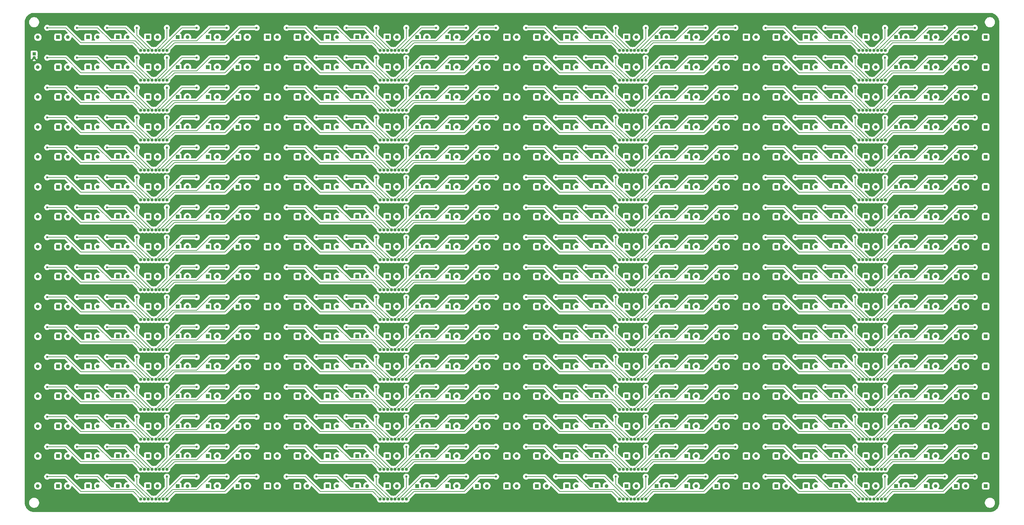
<source format=gbr>
%TF.GenerationSoftware,KiCad,Pcbnew,9.0.7*%
%TF.CreationDate,2026-02-02T15:47:24-05:00*%
%TF.ProjectId,INS-1 Matrix Display,494e532d-3120-44d6-9174-726978204469,1.0*%
%TF.SameCoordinates,Original*%
%TF.FileFunction,Copper,L2,Bot*%
%TF.FilePolarity,Positive*%
%FSLAX46Y46*%
G04 Gerber Fmt 4.6, Leading zero omitted, Abs format (unit mm)*
G04 Created by KiCad (PCBNEW 9.0.7) date 2026-02-02 15:47:24*
%MOMM*%
%LPD*%
G01*
G04 APERTURE LIST*
%TA.AperFunction,ComponentPad*%
%ADD10C,1.000000*%
%TD*%
%TA.AperFunction,ComponentPad*%
%ADD11R,1.000000X1.000000*%
%TD*%
%TA.AperFunction,ComponentPad*%
%ADD12C,0.850000*%
%TD*%
%TA.AperFunction,ComponentPad*%
%ADD13R,0.850000X0.850000*%
%TD*%
%TA.AperFunction,ViaPad*%
%ADD14C,0.600000*%
%TD*%
%TA.AperFunction,Conductor*%
%ADD15C,0.200000*%
%TD*%
G04 APERTURE END LIST*
D10*
%TO.P,REF\u002A\u002A,1*%
%TO.N,N/C*%
X154000000Y-134500000D03*
D11*
%TO.P,REF\u002A\u002A,2*%
X159400000Y-134500000D03*
%TD*%
D10*
%TO.P,REF\u002A\u002A,1*%
%TO.N,N/C*%
X193990000Y-62500000D03*
D11*
%TO.P,REF\u002A\u002A,2*%
X199390000Y-62500000D03*
%TD*%
D10*
%TO.P,REF\u002A\u002A,1*%
%TO.N,N/C*%
X249990000Y-110500000D03*
D11*
%TO.P,REF\u002A\u002A,2*%
X255390000Y-110500000D03*
%TD*%
D10*
%TO.P,REF\u002A\u002A,1*%
%TO.N,N/C*%
X241990000Y-134500000D03*
D11*
%TO.P,REF\u002A\u002A,2*%
X247390000Y-134500000D03*
%TD*%
D10*
%TO.P,REF\u002A\u002A,1*%
%TO.N,N/C*%
X82000000Y-94500000D03*
D11*
%TO.P,REF\u002A\u002A,2*%
X87400000Y-94500000D03*
%TD*%
D10*
%TO.P,REF\u002A\u002A,1*%
%TO.N,N/C*%
X49990000Y-126500000D03*
D11*
%TO.P,REF\u002A\u002A,2*%
X55390000Y-126500000D03*
%TD*%
D12*
%TO.P,RegisterLane,1*%
%TO.N,N/C*%
X173500000Y-42000000D03*
%TO.P,RegisterLane,2*%
X174500000Y-42000000D03*
%TO.P,RegisterLane,3*%
X175500000Y-42000000D03*
%TO.P,RegisterLane,4*%
X176500000Y-42000000D03*
%TO.P,RegisterLane,5*%
X177500000Y-42000000D03*
%TO.P,RegisterLane,6*%
X178500000Y-42000000D03*
%TO.P,RegisterLane,7*%
X179500000Y-42000000D03*
%TO.P,RegisterLane,8*%
X180500000Y-42000000D03*
%TD*%
D10*
%TO.P,REF\u002A\u002A,1*%
%TO.N,N/C*%
X265990000Y-54500000D03*
D11*
%TO.P,REF\u002A\u002A,2*%
X271390000Y-54500000D03*
%TD*%
D10*
%TO.P,REF\u002A\u002A,1*%
%TO.N,N/C*%
X26000000Y-150500000D03*
D11*
%TO.P,REF\u002A\u002A,2*%
X31400000Y-150500000D03*
%TD*%
D10*
%TO.P,REF\u002A\u002A,1*%
%TO.N,N/C*%
X137990000Y-54500000D03*
D11*
%TO.P,REF\u002A\u002A,2*%
X143390000Y-54500000D03*
%TD*%
D10*
%TO.P,REF\u002A\u002A,1*%
%TO.N,N/C*%
X18000000Y-142500000D03*
D11*
%TO.P,REF\u002A\u002A,2*%
X23400000Y-142500000D03*
%TD*%
D10*
%TO.P,REF\u002A\u002A,1*%
%TO.N,N/C*%
X105990000Y-38500000D03*
D11*
%TO.P,REF\u002A\u002A,2*%
X111390000Y-38500000D03*
%TD*%
D10*
%TO.P,REF\u002A\u002A,1*%
%TO.N,N/C*%
X265990000Y-62500000D03*
D11*
%TO.P,REF\u002A\u002A,2*%
X271390000Y-62500000D03*
%TD*%
D10*
%TO.P,REF\u002A\u002A,1*%
%TO.N,N/C*%
X146000000Y-62500000D03*
D11*
%TO.P,REF\u002A\u002A,2*%
X151400000Y-62500000D03*
%TD*%
D10*
%TO.P,REF\u002A\u002A,1*%
%TO.N,N/C*%
X90000000Y-94500000D03*
D11*
%TO.P,REF\u002A\u002A,2*%
X95400000Y-94500000D03*
%TD*%
D10*
%TO.P,REF\u002A\u002A,1*%
%TO.N,N/C*%
X73990000Y-150500000D03*
D11*
%TO.P,REF\u002A\u002A,2*%
X79390000Y-150500000D03*
%TD*%
D12*
%TO.P,RegisterLane,1*%
%TO.N,N/C*%
X109500000Y-66000000D03*
%TO.P,RegisterLane,2*%
X110500000Y-66000000D03*
%TO.P,RegisterLane,3*%
X111500000Y-66000000D03*
%TO.P,RegisterLane,4*%
X112500000Y-66000000D03*
%TO.P,RegisterLane,5*%
X113500000Y-66000000D03*
%TO.P,RegisterLane,6*%
X114500000Y-66000000D03*
%TO.P,RegisterLane,7*%
X115500000Y-66000000D03*
%TO.P,RegisterLane,8*%
X116500000Y-66000000D03*
%TD*%
D10*
%TO.P,REF\u002A\u002A,1*%
%TO.N,N/C*%
X201990000Y-62500000D03*
D11*
%TO.P,REF\u002A\u002A,2*%
X207390000Y-62500000D03*
%TD*%
D10*
%TO.P,REF\u002A\u002A,1*%
%TO.N,N/C*%
X241990000Y-54500000D03*
D11*
%TO.P,REF\u002A\u002A,2*%
X247390000Y-54500000D03*
%TD*%
D12*
%TO.P,RegisterLane,1*%
%TO.N,N/C*%
X237500000Y-122000000D03*
%TO.P,RegisterLane,2*%
X238500000Y-122000000D03*
%TO.P,RegisterLane,3*%
X239500000Y-122000000D03*
%TO.P,RegisterLane,4*%
X240500000Y-122000000D03*
%TO.P,RegisterLane,5*%
X241500000Y-122000000D03*
%TO.P,RegisterLane,6*%
X242500000Y-122000000D03*
%TO.P,RegisterLane,7*%
X243500000Y-122000000D03*
%TO.P,RegisterLane,8*%
X244500000Y-122000000D03*
%TD*%
D10*
%TO.P,REF\u002A\u002A,1*%
%TO.N,N/C*%
X233990000Y-102500000D03*
D11*
%TO.P,REF\u002A\u002A,2*%
X239390000Y-102500000D03*
%TD*%
D10*
%TO.P,REF\u002A\u002A,1*%
%TO.N,N/C*%
X18000000Y-102500000D03*
D11*
%TO.P,REF\u002A\u002A,2*%
X23400000Y-102500000D03*
%TD*%
D10*
%TO.P,REF\u002A\u002A,1*%
%TO.N,N/C*%
X218000000Y-102500000D03*
D11*
%TO.P,REF\u002A\u002A,2*%
X223400000Y-102500000D03*
%TD*%
D10*
%TO.P,REF\u002A\u002A,1*%
%TO.N,N/C*%
X113990000Y-54500000D03*
D11*
%TO.P,REF\u002A\u002A,2*%
X119390000Y-54500000D03*
%TD*%
D10*
%TO.P,REF\u002A\u002A,1*%
%TO.N,N/C*%
X162000000Y-70500000D03*
D11*
%TO.P,REF\u002A\u002A,2*%
X167400000Y-70500000D03*
%TD*%
D10*
%TO.P,REF\u002A\u002A,1*%
%TO.N,N/C*%
X201990000Y-38500000D03*
D11*
%TO.P,REF\u002A\u002A,2*%
X207390000Y-38500000D03*
%TD*%
D10*
%TO.P,REF\u002A\u002A,1*%
%TO.N,N/C*%
X57990000Y-134500000D03*
D11*
%TO.P,REF\u002A\u002A,2*%
X63390000Y-134500000D03*
%TD*%
D10*
%TO.P,REF\u002A\u002A,1*%
%TO.N,N/C*%
X105990000Y-110500000D03*
D11*
%TO.P,REF\u002A\u002A,2*%
X111390000Y-110500000D03*
%TD*%
D10*
%TO.P,REF\u002A\u002A,1*%
%TO.N,N/C*%
X162000000Y-30500000D03*
D11*
%TO.P,REF\u002A\u002A,2*%
X167400000Y-30500000D03*
%TD*%
D12*
%TO.P,RegisterLane,1*%
%TO.N,N/C*%
X45500000Y-90000000D03*
%TO.P,RegisterLane,2*%
X46500000Y-90000000D03*
%TO.P,RegisterLane,3*%
X47500000Y-90000000D03*
%TO.P,RegisterLane,4*%
X48500000Y-90000000D03*
%TO.P,RegisterLane,5*%
X49500000Y-90000000D03*
%TO.P,RegisterLane,6*%
X50500000Y-90000000D03*
%TO.P,RegisterLane,7*%
X51500000Y-90000000D03*
%TO.P,RegisterLane,8*%
X52500000Y-90000000D03*
%TD*%
D10*
%TO.P,REF\u002A\u002A,1*%
%TO.N,N/C*%
X90000000Y-118500000D03*
D11*
%TO.P,REF\u002A\u002A,2*%
X95400000Y-118500000D03*
%TD*%
D10*
%TO.P,REF\u002A\u002A,1*%
%TO.N,N/C*%
X177990000Y-62500000D03*
D11*
%TO.P,REF\u002A\u002A,2*%
X183390000Y-62500000D03*
%TD*%
D10*
%TO.P,REF\u002A\u002A,1*%
%TO.N,N/C*%
X226000000Y-38500000D03*
D11*
%TO.P,REF\u002A\u002A,2*%
X231400000Y-38500000D03*
%TD*%
D10*
%TO.P,REF\u002A\u002A,1*%
%TO.N,N/C*%
X249990000Y-86500000D03*
D11*
%TO.P,REF\u002A\u002A,2*%
X255390000Y-86500000D03*
%TD*%
D10*
%TO.P,REF\u002A\u002A,1*%
%TO.N,N/C*%
X193990000Y-118500000D03*
D11*
%TO.P,REF\u002A\u002A,2*%
X199390000Y-118500000D03*
%TD*%
D10*
%TO.P,REF\u002A\u002A,1*%
%TO.N,N/C*%
X257990000Y-78500000D03*
D11*
%TO.P,REF\u002A\u002A,2*%
X263390000Y-78500000D03*
%TD*%
D10*
%TO.P,REF\u002A\u002A,1*%
%TO.N,N/C*%
X129990000Y-118500000D03*
D11*
%TO.P,REF\u002A\u002A,2*%
X135390000Y-118500000D03*
%TD*%
D10*
%TO.P,REF\u002A\u002A,1*%
%TO.N,N/C*%
X201990000Y-134500000D03*
D11*
%TO.P,REF\u002A\u002A,2*%
X207390000Y-134500000D03*
%TD*%
D10*
%TO.P,REF\u002A\u002A,1*%
%TO.N,N/C*%
X226000000Y-62500000D03*
D11*
%TO.P,REF\u002A\u002A,2*%
X231400000Y-62500000D03*
%TD*%
D10*
%TO.P,REF\u002A\u002A,1*%
%TO.N,N/C*%
X18000000Y-30500000D03*
D11*
%TO.P,REF\u002A\u002A,2*%
X23400000Y-30500000D03*
%TD*%
D10*
%TO.P,REF\u002A\u002A,1*%
%TO.N,N/C*%
X98000000Y-62500000D03*
D11*
%TO.P,REF\u002A\u002A,2*%
X103400000Y-62500000D03*
%TD*%
D10*
%TO.P,REF\u002A\u002A,1*%
%TO.N,N/C*%
X201990000Y-30500000D03*
D11*
%TO.P,REF\u002A\u002A,2*%
X207390000Y-30500000D03*
%TD*%
D10*
%TO.P,REF\u002A\u002A,1*%
%TO.N,N/C*%
X49990000Y-86500000D03*
D11*
%TO.P,REF\u002A\u002A,2*%
X55390000Y-86500000D03*
%TD*%
D10*
%TO.P,REF\u002A\u002A,1*%
%TO.N,N/C*%
X146000000Y-70500000D03*
D11*
%TO.P,REF\u002A\u002A,2*%
X151400000Y-70500000D03*
%TD*%
D10*
%TO.P,REF\u002A\u002A,1*%
%TO.N,N/C*%
X113990000Y-46500000D03*
D11*
%TO.P,REF\u002A\u002A,2*%
X119390000Y-46500000D03*
%TD*%
D10*
%TO.P,REF\u002A\u002A,1*%
%TO.N,N/C*%
X121990000Y-142500000D03*
D11*
%TO.P,REF\u002A\u002A,2*%
X127390000Y-142500000D03*
%TD*%
D10*
%TO.P,REF\u002A\u002A,1*%
%TO.N,N/C*%
X146000000Y-150500000D03*
D11*
%TO.P,REF\u002A\u002A,2*%
X151400000Y-150500000D03*
%TD*%
D10*
%TO.P,REF\u002A\u002A,1*%
%TO.N,N/C*%
X26000000Y-86500000D03*
D11*
%TO.P,REF\u002A\u002A,2*%
X31400000Y-86500000D03*
%TD*%
D10*
%TO.P,REF\u002A\u002A,1*%
%TO.N,N/C*%
X73990000Y-78500000D03*
D11*
%TO.P,REF\u002A\u002A,2*%
X79390000Y-78500000D03*
%TD*%
D10*
%TO.P,REF\u002A\u002A,1*%
%TO.N,N/C*%
X218000000Y-46500000D03*
D11*
%TO.P,REF\u002A\u002A,2*%
X223400000Y-46500000D03*
%TD*%
D10*
%TO.P,REF\u002A\u002A,1*%
%TO.N,N/C*%
X49990000Y-94500000D03*
D11*
%TO.P,REF\u002A\u002A,2*%
X55390000Y-94500000D03*
%TD*%
D10*
%TO.P,REF\u002A\u002A,1*%
%TO.N,N/C*%
X98000000Y-150500000D03*
D11*
%TO.P,REF\u002A\u002A,2*%
X103400000Y-150500000D03*
%TD*%
D10*
%TO.P,REF\u002A\u002A,1*%
%TO.N,N/C*%
X18000000Y-118500000D03*
D11*
%TO.P,REF\u002A\u002A,2*%
X23400000Y-118500000D03*
%TD*%
D12*
%TO.P,RegisterLane,1*%
%TO.N,N/C*%
X173500000Y-146000000D03*
%TO.P,RegisterLane,2*%
X174500000Y-146000000D03*
%TO.P,RegisterLane,3*%
X175500000Y-146000000D03*
%TO.P,RegisterLane,4*%
X176500000Y-146000000D03*
%TO.P,RegisterLane,5*%
X177500000Y-146000000D03*
%TO.P,RegisterLane,6*%
X178500000Y-146000000D03*
%TO.P,RegisterLane,7*%
X179500000Y-146000000D03*
%TO.P,RegisterLane,8*%
X180500000Y-146000000D03*
%TD*%
D10*
%TO.P,REF\u002A\u002A,1*%
%TO.N,N/C*%
X73990000Y-110500000D03*
D11*
%TO.P,REF\u002A\u002A,2*%
X79390000Y-110500000D03*
%TD*%
D12*
%TO.P,RegisterLane,1*%
%TO.N,N/C*%
X45500000Y-106000000D03*
%TO.P,RegisterLane,2*%
X46500000Y-106000000D03*
%TO.P,RegisterLane,3*%
X47500000Y-106000000D03*
%TO.P,RegisterLane,4*%
X48500000Y-106000000D03*
%TO.P,RegisterLane,5*%
X49500000Y-106000000D03*
%TO.P,RegisterLane,6*%
X50500000Y-106000000D03*
%TO.P,RegisterLane,7*%
X51500000Y-106000000D03*
%TO.P,RegisterLane,8*%
X52500000Y-106000000D03*
%TD*%
D10*
%TO.P,REF\u002A\u002A,1*%
%TO.N,N/C*%
X129990000Y-94500000D03*
D11*
%TO.P,REF\u002A\u002A,2*%
X135390000Y-94500000D03*
%TD*%
D12*
%TO.P,RegisterLane,1*%
%TO.N,N/C*%
X237500000Y-138000000D03*
%TO.P,RegisterLane,2*%
X238500000Y-138000000D03*
%TO.P,RegisterLane,3*%
X239500000Y-138000000D03*
%TO.P,RegisterLane,4*%
X240500000Y-138000000D03*
%TO.P,RegisterLane,5*%
X241500000Y-138000000D03*
%TO.P,RegisterLane,6*%
X242500000Y-138000000D03*
%TO.P,RegisterLane,7*%
X243500000Y-138000000D03*
%TO.P,RegisterLane,8*%
X244500000Y-138000000D03*
%TD*%
D10*
%TO.P,REF\u002A\u002A,1*%
%TO.N,N/C*%
X177990000Y-30500000D03*
D11*
%TO.P,REF\u002A\u002A,2*%
X183390000Y-30500000D03*
%TD*%
D10*
%TO.P,REF\u002A\u002A,1*%
%TO.N,N/C*%
X105990000Y-78500000D03*
D11*
%TO.P,REF\u002A\u002A,2*%
X111390000Y-78500000D03*
%TD*%
D10*
%TO.P,REF\u002A\u002A,1*%
%TO.N,N/C*%
X177990000Y-46500000D03*
D11*
%TO.P,REF\u002A\u002A,2*%
X183390000Y-46500000D03*
%TD*%
D10*
%TO.P,REF\u002A\u002A,1*%
%TO.N,N/C*%
X26000000Y-30500000D03*
D11*
%TO.P,REF\u002A\u002A,2*%
X31400000Y-30500000D03*
%TD*%
D10*
%TO.P,REF\u002A\u002A,1*%
%TO.N,N/C*%
X218000000Y-126500000D03*
D11*
%TO.P,REF\u002A\u002A,2*%
X223400000Y-126500000D03*
%TD*%
D10*
%TO.P,REF\u002A\u002A,1*%
%TO.N,N/C*%
X241990000Y-150500000D03*
D11*
%TO.P,REF\u002A\u002A,2*%
X247390000Y-150500000D03*
%TD*%
D10*
%TO.P,REF\u002A\u002A,1*%
%TO.N,N/C*%
X193990000Y-78500000D03*
D11*
%TO.P,REF\u002A\u002A,2*%
X199390000Y-78500000D03*
%TD*%
D10*
%TO.P,REF\u002A\u002A,1*%
%TO.N,N/C*%
X121990000Y-62500000D03*
D11*
%TO.P,REF\u002A\u002A,2*%
X127390000Y-62500000D03*
%TD*%
D10*
%TO.P,REF\u002A\u002A,1*%
%TO.N,N/C*%
X18000000Y-70500000D03*
D11*
%TO.P,REF\u002A\u002A,2*%
X23400000Y-70500000D03*
%TD*%
D10*
%TO.P,REF\u002A\u002A,1*%
%TO.N,N/C*%
X257990000Y-126500000D03*
D11*
%TO.P,REF\u002A\u002A,2*%
X263390000Y-126500000D03*
%TD*%
D10*
%TO.P,REF\u002A\u002A,1*%
%TO.N,N/C*%
X18000000Y-46500000D03*
D11*
%TO.P,REF\u002A\u002A,2*%
X23400000Y-46500000D03*
%TD*%
D12*
%TO.P,RegisterLane,1*%
%TO.N,N/C*%
X45500000Y-82000000D03*
%TO.P,RegisterLane,2*%
X46500000Y-82000000D03*
%TO.P,RegisterLane,3*%
X47500000Y-82000000D03*
%TO.P,RegisterLane,4*%
X48500000Y-82000000D03*
%TO.P,RegisterLane,5*%
X49500000Y-82000000D03*
%TO.P,RegisterLane,6*%
X50500000Y-82000000D03*
%TO.P,RegisterLane,7*%
X51500000Y-82000000D03*
%TO.P,RegisterLane,8*%
X52500000Y-82000000D03*
%TD*%
D10*
%TO.P,REF\u002A\u002A,1*%
%TO.N,N/C*%
X73990000Y-70500000D03*
D11*
%TO.P,REF\u002A\u002A,2*%
X79390000Y-70500000D03*
%TD*%
D10*
%TO.P,REF\u002A\u002A,1*%
%TO.N,N/C*%
X162000000Y-54500000D03*
D11*
%TO.P,REF\u002A\u002A,2*%
X167400000Y-54500000D03*
%TD*%
D10*
%TO.P,REF\u002A\u002A,1*%
%TO.N,N/C*%
X201990000Y-126500000D03*
D11*
%TO.P,REF\u002A\u002A,2*%
X207390000Y-126500000D03*
%TD*%
D10*
%TO.P,REF\u002A\u002A,1*%
%TO.N,N/C*%
X169990000Y-94500000D03*
D11*
%TO.P,REF\u002A\u002A,2*%
X175390000Y-94500000D03*
%TD*%
D10*
%TO.P,REF\u002A\u002A,1*%
%TO.N,N/C*%
X185990000Y-118500000D03*
D11*
%TO.P,REF\u002A\u002A,2*%
X191390000Y-118500000D03*
%TD*%
D10*
%TO.P,REF\u002A\u002A,1*%
%TO.N,N/C*%
X90000000Y-150500000D03*
D11*
%TO.P,REF\u002A\u002A,2*%
X95400000Y-150500000D03*
%TD*%
D10*
%TO.P,REF\u002A\u002A,1*%
%TO.N,N/C*%
X65990000Y-102500000D03*
D11*
%TO.P,REF\u002A\u002A,2*%
X71390000Y-102500000D03*
%TD*%
D10*
%TO.P,REF\u002A\u002A,1*%
%TO.N,N/C*%
X129990000Y-70500000D03*
D11*
%TO.P,REF\u002A\u002A,2*%
X135390000Y-70500000D03*
%TD*%
D10*
%TO.P,REF\u002A\u002A,1*%
%TO.N,N/C*%
X121990000Y-54500000D03*
D11*
%TO.P,REF\u002A\u002A,2*%
X127390000Y-54500000D03*
%TD*%
D10*
%TO.P,REF\u002A\u002A,1*%
%TO.N,N/C*%
X193990000Y-150500000D03*
D11*
%TO.P,REF\u002A\u002A,2*%
X199390000Y-150500000D03*
%TD*%
D10*
%TO.P,REF\u002A\u002A,1*%
%TO.N,N/C*%
X265990000Y-46500000D03*
D11*
%TO.P,REF\u002A\u002A,2*%
X271390000Y-46500000D03*
%TD*%
D12*
%TO.P,RegisterLane,1*%
%TO.N,N/C*%
X237500000Y-106000000D03*
%TO.P,RegisterLane,2*%
X238500000Y-106000000D03*
%TO.P,RegisterLane,3*%
X239500000Y-106000000D03*
%TO.P,RegisterLane,4*%
X240500000Y-106000000D03*
%TO.P,RegisterLane,5*%
X241500000Y-106000000D03*
%TO.P,RegisterLane,6*%
X242500000Y-106000000D03*
%TO.P,RegisterLane,7*%
X243500000Y-106000000D03*
%TO.P,RegisterLane,8*%
X244500000Y-106000000D03*
%TD*%
D10*
%TO.P,REF\u002A\u002A,1*%
%TO.N,N/C*%
X121990000Y-30500000D03*
D11*
%TO.P,REF\u002A\u002A,2*%
X127390000Y-30500000D03*
%TD*%
D10*
%TO.P,REF\u002A\u002A,1*%
%TO.N,N/C*%
X18000000Y-150500000D03*
D11*
%TO.P,REF\u002A\u002A,2*%
X23400000Y-150500000D03*
%TD*%
D10*
%TO.P,REF\u002A\u002A,1*%
%TO.N,N/C*%
X34000000Y-126500000D03*
D11*
%TO.P,REF\u002A\u002A,2*%
X39400000Y-126500000D03*
%TD*%
D10*
%TO.P,REF\u002A\u002A,1*%
%TO.N,N/C*%
X65990000Y-134500000D03*
D11*
%TO.P,REF\u002A\u002A,2*%
X71390000Y-134500000D03*
%TD*%
D10*
%TO.P,REF\u002A\u002A,1*%
%TO.N,N/C*%
X73990000Y-54500000D03*
D11*
%TO.P,REF\u002A\u002A,2*%
X79390000Y-54500000D03*
%TD*%
D10*
%TO.P,REF\u002A\u002A,1*%
%TO.N,N/C*%
X137990000Y-30500000D03*
D11*
%TO.P,REF\u002A\u002A,2*%
X143390000Y-30500000D03*
%TD*%
D10*
%TO.P,REF\u002A\u002A,1*%
%TO.N,N/C*%
X137990000Y-70500000D03*
D11*
%TO.P,REF\u002A\u002A,2*%
X143390000Y-70500000D03*
%TD*%
D10*
%TO.P,REF\u002A\u002A,1*%
%TO.N,N/C*%
X193990000Y-46500000D03*
D11*
%TO.P,REF\u002A\u002A,2*%
X199390000Y-46500000D03*
%TD*%
D10*
%TO.P,REF\u002A\u002A,1*%
%TO.N,N/C*%
X193990000Y-86500000D03*
D11*
%TO.P,REF\u002A\u002A,2*%
X199390000Y-86500000D03*
%TD*%
D10*
%TO.P,REF\u002A\u002A,1*%
%TO.N,N/C*%
X193990000Y-70500000D03*
D11*
%TO.P,REF\u002A\u002A,2*%
X199390000Y-70500000D03*
%TD*%
D10*
%TO.P,REF\u002A\u002A,1*%
%TO.N,N/C*%
X241990000Y-62500000D03*
D11*
%TO.P,REF\u002A\u002A,2*%
X247390000Y-62500000D03*
%TD*%
D10*
%TO.P,REF\u002A\u002A,1*%
%TO.N,N/C*%
X98000000Y-118500000D03*
D11*
%TO.P,REF\u002A\u002A,2*%
X103400000Y-118500000D03*
%TD*%
D10*
%TO.P,REF\u002A\u002A,1*%
%TO.N,N/C*%
X49990000Y-30500000D03*
D11*
%TO.P,REF\u002A\u002A,2*%
X55390000Y-30500000D03*
%TD*%
D10*
%TO.P,REF\u002A\u002A,1*%
%TO.N,N/C*%
X146000000Y-46500000D03*
D11*
%TO.P,REF\u002A\u002A,2*%
X151400000Y-46500000D03*
%TD*%
D10*
%TO.P,REF\u002A\u002A,1*%
%TO.N,N/C*%
X169990000Y-142500000D03*
D11*
%TO.P,REF\u002A\u002A,2*%
X175390000Y-142500000D03*
%TD*%
D10*
%TO.P,REF\u002A\u002A,1*%
%TO.N,N/C*%
X26000000Y-126500000D03*
D11*
%TO.P,REF\u002A\u002A,2*%
X31400000Y-126500000D03*
%TD*%
D10*
%TO.P,REF\u002A\u002A,1*%
%TO.N,N/C*%
X90000000Y-78500000D03*
D11*
%TO.P,REF\u002A\u002A,2*%
X95400000Y-78500000D03*
%TD*%
D10*
%TO.P,REF\u002A\u002A,1*%
%TO.N,N/C*%
X98000000Y-102500000D03*
D11*
%TO.P,REF\u002A\u002A,2*%
X103400000Y-102500000D03*
%TD*%
D10*
%TO.P,REF\u002A\u002A,1*%
%TO.N,N/C*%
X146000000Y-94500000D03*
D11*
%TO.P,REF\u002A\u002A,2*%
X151400000Y-94500000D03*
%TD*%
D10*
%TO.P,REF\u002A\u002A,1*%
%TO.N,N/C*%
X82000000Y-134500000D03*
D11*
%TO.P,REF\u002A\u002A,2*%
X87400000Y-134500000D03*
%TD*%
D10*
%TO.P,REF\u002A\u002A,1*%
%TO.N,N/C*%
X98000000Y-94500000D03*
D11*
%TO.P,REF\u002A\u002A,2*%
X103400000Y-94500000D03*
%TD*%
D10*
%TO.P,REF\u002A\u002A,1*%
%TO.N,N/C*%
X49990000Y-78500000D03*
D11*
%TO.P,REF\u002A\u002A,2*%
X55390000Y-78500000D03*
%TD*%
D10*
%TO.P,REF\u002A\u002A,1*%
%TO.N,N/C*%
X41990000Y-86500000D03*
D11*
%TO.P,REF\u002A\u002A,2*%
X47390000Y-86500000D03*
%TD*%
D10*
%TO.P,REF\u002A\u002A,1*%
%TO.N,N/C*%
X249990000Y-126500000D03*
D11*
%TO.P,REF\u002A\u002A,2*%
X255390000Y-126500000D03*
%TD*%
D10*
%TO.P,REF\u002A\u002A,1*%
%TO.N,N/C*%
X210000000Y-86500000D03*
D11*
%TO.P,REF\u002A\u002A,2*%
X215400000Y-86500000D03*
%TD*%
D10*
%TO.P,REF\u002A\u002A,1*%
%TO.N,N/C*%
X26000000Y-46500000D03*
D11*
%TO.P,REF\u002A\u002A,2*%
X31400000Y-46500000D03*
%TD*%
D10*
%TO.P,REF\u002A\u002A,1*%
%TO.N,N/C*%
X193990000Y-134500000D03*
D11*
%TO.P,REF\u002A\u002A,2*%
X199390000Y-134500000D03*
%TD*%
D10*
%TO.P,REF\u002A\u002A,1*%
%TO.N,N/C*%
X177990000Y-102500000D03*
D11*
%TO.P,REF\u002A\u002A,2*%
X183390000Y-102500000D03*
%TD*%
D10*
%TO.P,REF\u002A\u002A,1*%
%TO.N,N/C*%
X98000000Y-134500000D03*
D11*
%TO.P,REF\u002A\u002A,2*%
X103400000Y-134500000D03*
%TD*%
D10*
%TO.P,REF\u002A\u002A,1*%
%TO.N,N/C*%
X193990000Y-54500000D03*
D11*
%TO.P,REF\u002A\u002A,2*%
X199390000Y-54500000D03*
%TD*%
D12*
%TO.P,RegisterLane,1*%
%TO.N,N/C*%
X237500000Y-154000000D03*
%TO.P,RegisterLane,2*%
X238500000Y-154000000D03*
%TO.P,RegisterLane,3*%
X239500000Y-154000000D03*
%TO.P,RegisterLane,4*%
X240500000Y-154000000D03*
%TO.P,RegisterLane,5*%
X241500000Y-154000000D03*
%TO.P,RegisterLane,6*%
X242500000Y-154000000D03*
%TO.P,RegisterLane,7*%
X243500000Y-154000000D03*
%TO.P,RegisterLane,8*%
X244500000Y-154000000D03*
%TD*%
D10*
%TO.P,REF\u002A\u002A,1*%
%TO.N,N/C*%
X193990000Y-30500000D03*
D11*
%TO.P,REF\u002A\u002A,2*%
X199390000Y-30500000D03*
%TD*%
D10*
%TO.P,REF\u002A\u002A,1*%
%TO.N,N/C*%
X162000000Y-78500000D03*
D11*
%TO.P,REF\u002A\u002A,2*%
X167400000Y-78500000D03*
%TD*%
D10*
%TO.P,REF\u002A\u002A,1*%
%TO.N,N/C*%
X193990000Y-142500000D03*
D11*
%TO.P,REF\u002A\u002A,2*%
X199390000Y-142500000D03*
%TD*%
D10*
%TO.P,REF\u002A\u002A,1*%
%TO.N,N/C*%
X226000000Y-126500000D03*
D11*
%TO.P,REF\u002A\u002A,2*%
X231400000Y-126500000D03*
%TD*%
D10*
%TO.P,REF\u002A\u002A,1*%
%TO.N,N/C*%
X233990000Y-134500000D03*
D11*
%TO.P,REF\u002A\u002A,2*%
X239390000Y-134500000D03*
%TD*%
D10*
%TO.P,REF\u002A\u002A,1*%
%TO.N,N/C*%
X129990000Y-86500000D03*
D11*
%TO.P,REF\u002A\u002A,2*%
X135390000Y-86500000D03*
%TD*%
D10*
%TO.P,REF\u002A\u002A,1*%
%TO.N,N/C*%
X241990000Y-110500000D03*
D11*
%TO.P,REF\u002A\u002A,2*%
X247390000Y-110500000D03*
%TD*%
D10*
%TO.P,REF\u002A\u002A,1*%
%TO.N,N/C*%
X113990000Y-150500000D03*
D11*
%TO.P,REF\u002A\u002A,2*%
X119390000Y-150500000D03*
%TD*%
D12*
%TO.P,RegisterLane,1*%
%TO.N,N/C*%
X109500000Y-34000000D03*
%TO.P,RegisterLane,2*%
X110500000Y-34000000D03*
%TO.P,RegisterLane,3*%
X111500000Y-34000000D03*
%TO.P,RegisterLane,4*%
X112500000Y-34000000D03*
%TO.P,RegisterLane,5*%
X113500000Y-34000000D03*
%TO.P,RegisterLane,6*%
X114500000Y-34000000D03*
%TO.P,RegisterLane,7*%
X115500000Y-34000000D03*
%TO.P,RegisterLane,8*%
X116500000Y-34000000D03*
%TD*%
D10*
%TO.P,REF\u002A\u002A,1*%
%TO.N,N/C*%
X265990000Y-38500000D03*
D11*
%TO.P,REF\u002A\u002A,2*%
X271390000Y-38500000D03*
%TD*%
D10*
%TO.P,REF\u002A\u002A,1*%
%TO.N,N/C*%
X233990000Y-70500000D03*
D11*
%TO.P,REF\u002A\u002A,2*%
X239390000Y-70500000D03*
%TD*%
D10*
%TO.P,REF\u002A\u002A,1*%
%TO.N,N/C*%
X185990000Y-70500000D03*
D11*
%TO.P,REF\u002A\u002A,2*%
X191390000Y-70500000D03*
%TD*%
D10*
%TO.P,REF\u002A\u002A,1*%
%TO.N,N/C*%
X162000000Y-134500000D03*
D11*
%TO.P,REF\u002A\u002A,2*%
X167400000Y-134500000D03*
%TD*%
D10*
%TO.P,REF\u002A\u002A,1*%
%TO.N,N/C*%
X90000000Y-46500000D03*
D11*
%TO.P,REF\u002A\u002A,2*%
X95400000Y-46500000D03*
%TD*%
D12*
%TO.P,RegisterLane,1*%
%TO.N,N/C*%
X45500000Y-122000000D03*
%TO.P,RegisterLane,2*%
X46500000Y-122000000D03*
%TO.P,RegisterLane,3*%
X47500000Y-122000000D03*
%TO.P,RegisterLane,4*%
X48500000Y-122000000D03*
%TO.P,RegisterLane,5*%
X49500000Y-122000000D03*
%TO.P,RegisterLane,6*%
X50500000Y-122000000D03*
%TO.P,RegisterLane,7*%
X51500000Y-122000000D03*
%TO.P,RegisterLane,8*%
X52500000Y-122000000D03*
%TD*%
D10*
%TO.P,REF\u002A\u002A,1*%
%TO.N,N/C*%
X226000000Y-86500000D03*
D11*
%TO.P,REF\u002A\u002A,2*%
X231400000Y-86500000D03*
%TD*%
D10*
%TO.P,REF\u002A\u002A,1*%
%TO.N,N/C*%
X185990000Y-78500000D03*
D11*
%TO.P,REF\u002A\u002A,2*%
X191390000Y-78500000D03*
%TD*%
D10*
%TO.P,REF\u002A\u002A,1*%
%TO.N,N/C*%
X105990000Y-102500000D03*
D11*
%TO.P,REF\u002A\u002A,2*%
X111390000Y-102500000D03*
%TD*%
D10*
%TO.P,REF\u002A\u002A,1*%
%TO.N,N/C*%
X162000000Y-86500000D03*
D11*
%TO.P,REF\u002A\u002A,2*%
X167400000Y-86500000D03*
%TD*%
D10*
%TO.P,REF\u002A\u002A,1*%
%TO.N,N/C*%
X41990000Y-150500000D03*
D11*
%TO.P,REF\u002A\u002A,2*%
X47390000Y-150500000D03*
%TD*%
D10*
%TO.P,REF\u002A\u002A,1*%
%TO.N,N/C*%
X162000000Y-126500000D03*
D11*
%TO.P,REF\u002A\u002A,2*%
X167400000Y-126500000D03*
%TD*%
D10*
%TO.P,REF\u002A\u002A,1*%
%TO.N,N/C*%
X257990000Y-102500000D03*
D11*
%TO.P,REF\u002A\u002A,2*%
X263390000Y-102500000D03*
%TD*%
D12*
%TO.P,RegisterLane,1*%
%TO.N,N/C*%
X45500000Y-98000000D03*
%TO.P,RegisterLane,2*%
X46500000Y-98000000D03*
%TO.P,RegisterLane,3*%
X47500000Y-98000000D03*
%TO.P,RegisterLane,4*%
X48500000Y-98000000D03*
%TO.P,RegisterLane,5*%
X49500000Y-98000000D03*
%TO.P,RegisterLane,6*%
X50500000Y-98000000D03*
%TO.P,RegisterLane,7*%
X51500000Y-98000000D03*
%TO.P,RegisterLane,8*%
X52500000Y-98000000D03*
%TD*%
D10*
%TO.P,REF\u002A\u002A,1*%
%TO.N,N/C*%
X233990000Y-150500000D03*
D11*
%TO.P,REF\u002A\u002A,2*%
X239390000Y-150500000D03*
%TD*%
D10*
%TO.P,REF\u002A\u002A,1*%
%TO.N,N/C*%
X146000000Y-54500000D03*
D11*
%TO.P,REF\u002A\u002A,2*%
X151400000Y-54500000D03*
%TD*%
D10*
%TO.P,REF\u002A\u002A,1*%
%TO.N,N/C*%
X57990000Y-86500000D03*
D11*
%TO.P,REF\u002A\u002A,2*%
X63390000Y-86500000D03*
%TD*%
D10*
%TO.P,REF\u002A\u002A,1*%
%TO.N,N/C*%
X73990000Y-134500000D03*
D11*
%TO.P,REF\u002A\u002A,2*%
X79390000Y-134500000D03*
%TD*%
D10*
%TO.P,REF\u002A\u002A,1*%
%TO.N,N/C*%
X82000000Y-150500000D03*
D11*
%TO.P,REF\u002A\u002A,2*%
X87400000Y-150500000D03*
%TD*%
D10*
%TO.P,REF\u002A\u002A,1*%
%TO.N,N/C*%
X233990000Y-78500000D03*
D11*
%TO.P,REF\u002A\u002A,2*%
X239390000Y-78500000D03*
%TD*%
D10*
%TO.P,REF\u002A\u002A,1*%
%TO.N,N/C*%
X137990000Y-86500000D03*
D11*
%TO.P,REF\u002A\u002A,2*%
X143390000Y-86500000D03*
%TD*%
D10*
%TO.P,REF\u002A\u002A,1*%
%TO.N,N/C*%
X65990000Y-78500000D03*
D11*
%TO.P,REF\u002A\u002A,2*%
X71390000Y-78500000D03*
%TD*%
D10*
%TO.P,REF\u002A\u002A,1*%
%TO.N,N/C*%
X34000000Y-142500000D03*
D11*
%TO.P,REF\u002A\u002A,2*%
X39400000Y-142500000D03*
%TD*%
D10*
%TO.P,REF\u002A\u002A,1*%
%TO.N,N/C*%
X257990000Y-54500000D03*
D11*
%TO.P,REF\u002A\u002A,2*%
X263390000Y-54500000D03*
%TD*%
D10*
%TO.P,REF\u002A\u002A,1*%
%TO.N,N/C*%
X113990000Y-118500000D03*
D11*
%TO.P,REF\u002A\u002A,2*%
X119390000Y-118500000D03*
%TD*%
D10*
%TO.P,REF\u002A\u002A,1*%
%TO.N,N/C*%
X249990000Y-54500000D03*
D11*
%TO.P,REF\u002A\u002A,2*%
X255390000Y-54500000D03*
%TD*%
D10*
%TO.P,REF\u002A\u002A,1*%
%TO.N,N/C*%
X73990000Y-102500000D03*
D11*
%TO.P,REF\u002A\u002A,2*%
X79390000Y-102500000D03*
%TD*%
D10*
%TO.P,REF\u002A\u002A,1*%
%TO.N,N/C*%
X121990000Y-46500000D03*
D11*
%TO.P,REF\u002A\u002A,2*%
X127390000Y-46500000D03*
%TD*%
D10*
%TO.P,REF\u002A\u002A,1*%
%TO.N,N/C*%
X210000000Y-150500000D03*
D11*
%TO.P,REF\u002A\u002A,2*%
X215400000Y-150500000D03*
%TD*%
D10*
%TO.P,REF\u002A\u002A,1*%
%TO.N,N/C*%
X82000000Y-118500000D03*
D11*
%TO.P,REF\u002A\u002A,2*%
X87400000Y-118500000D03*
%TD*%
D10*
%TO.P,REF\u002A\u002A,1*%
%TO.N,N/C*%
X241990000Y-86500000D03*
D11*
%TO.P,REF\u002A\u002A,2*%
X247390000Y-86500000D03*
%TD*%
D10*
%TO.P,REF\u002A\u002A,1*%
%TO.N,N/C*%
X49990000Y-102500000D03*
D11*
%TO.P,REF\u002A\u002A,2*%
X55390000Y-102500000D03*
%TD*%
D10*
%TO.P,REF\u002A\u002A,1*%
%TO.N,N/C*%
X169990000Y-54500000D03*
D11*
%TO.P,REF\u002A\u002A,2*%
X175390000Y-54500000D03*
%TD*%
D10*
%TO.P,REF\u002A\u002A,1*%
%TO.N,N/C*%
X154000000Y-110500000D03*
D11*
%TO.P,REF\u002A\u002A,2*%
X159400000Y-110500000D03*
%TD*%
D13*
%TO.P,VIN,1*%
%TO.N,N/C*%
X17000000Y-35000000D03*
D12*
%TO.P,VIN,2*%
%TO.N,GND*%
X17000000Y-36000000D03*
%TD*%
D10*
%TO.P,REF\u002A\u002A,1*%
%TO.N,N/C*%
X169990000Y-134500000D03*
D11*
%TO.P,REF\u002A\u002A,2*%
X175390000Y-134500000D03*
%TD*%
D10*
%TO.P,REF\u002A\u002A,1*%
%TO.N,N/C*%
X241990000Y-38500000D03*
D11*
%TO.P,REF\u002A\u002A,2*%
X247390000Y-38500000D03*
%TD*%
D10*
%TO.P,REF\u002A\u002A,1*%
%TO.N,N/C*%
X90000000Y-70500000D03*
D11*
%TO.P,REF\u002A\u002A,2*%
X95400000Y-70500000D03*
%TD*%
D10*
%TO.P,REF\u002A\u002A,1*%
%TO.N,N/C*%
X249990000Y-78500000D03*
D11*
%TO.P,REF\u002A\u002A,2*%
X255390000Y-78500000D03*
%TD*%
D10*
%TO.P,REF\u002A\u002A,1*%
%TO.N,N/C*%
X113990000Y-86500000D03*
D11*
%TO.P,REF\u002A\u002A,2*%
X119390000Y-86500000D03*
%TD*%
D10*
%TO.P,REF\u002A\u002A,1*%
%TO.N,N/C*%
X113990000Y-78500000D03*
D11*
%TO.P,REF\u002A\u002A,2*%
X119390000Y-78500000D03*
%TD*%
D10*
%TO.P,REF\u002A\u002A,1*%
%TO.N,N/C*%
X169990000Y-62500000D03*
D11*
%TO.P,REF\u002A\u002A,2*%
X175390000Y-62500000D03*
%TD*%
D12*
%TO.P,RegisterLane,1*%
%TO.N,N/C*%
X109500000Y-90000000D03*
%TO.P,RegisterLane,2*%
X110500000Y-90000000D03*
%TO.P,RegisterLane,3*%
X111500000Y-90000000D03*
%TO.P,RegisterLane,4*%
X112500000Y-90000000D03*
%TO.P,RegisterLane,5*%
X113500000Y-90000000D03*
%TO.P,RegisterLane,6*%
X114500000Y-90000000D03*
%TO.P,RegisterLane,7*%
X115500000Y-90000000D03*
%TO.P,RegisterLane,8*%
X116500000Y-90000000D03*
%TD*%
D10*
%TO.P,REF\u002A\u002A,1*%
%TO.N,N/C*%
X90000000Y-110500000D03*
D11*
%TO.P,REF\u002A\u002A,2*%
X95400000Y-110500000D03*
%TD*%
D10*
%TO.P,REF\u002A\u002A,1*%
%TO.N,N/C*%
X137990000Y-78500000D03*
D11*
%TO.P,REF\u002A\u002A,2*%
X143390000Y-78500000D03*
%TD*%
D10*
%TO.P,REF\u002A\u002A,1*%
%TO.N,N/C*%
X41990000Y-54500000D03*
D11*
%TO.P,REF\u002A\u002A,2*%
X47390000Y-54500000D03*
%TD*%
D10*
%TO.P,REF\u002A\u002A,1*%
%TO.N,N/C*%
X82000000Y-110500000D03*
D11*
%TO.P,REF\u002A\u002A,2*%
X87400000Y-110500000D03*
%TD*%
D10*
%TO.P,REF\u002A\u002A,1*%
%TO.N,N/C*%
X113990000Y-30500000D03*
D11*
%TO.P,REF\u002A\u002A,2*%
X119390000Y-30500000D03*
%TD*%
D10*
%TO.P,REF\u002A\u002A,1*%
%TO.N,N/C*%
X249990000Y-46500000D03*
D11*
%TO.P,REF\u002A\u002A,2*%
X255390000Y-46500000D03*
%TD*%
D10*
%TO.P,REF\u002A\u002A,1*%
%TO.N,N/C*%
X257990000Y-150500000D03*
D11*
%TO.P,REF\u002A\u002A,2*%
X263390000Y-150500000D03*
%TD*%
D10*
%TO.P,REF\u002A\u002A,1*%
%TO.N,N/C*%
X226000000Y-94500000D03*
D11*
%TO.P,REF\u002A\u002A,2*%
X231400000Y-94500000D03*
%TD*%
D10*
%TO.P,REF\u002A\u002A,1*%
%TO.N,N/C*%
X154000000Y-62500000D03*
D11*
%TO.P,REF\u002A\u002A,2*%
X159400000Y-62500000D03*
%TD*%
D10*
%TO.P,REF\u002A\u002A,1*%
%TO.N,N/C*%
X185990000Y-38500000D03*
D11*
%TO.P,REF\u002A\u002A,2*%
X191390000Y-38500000D03*
%TD*%
D10*
%TO.P,REF\u002A\u002A,1*%
%TO.N,N/C*%
X265990000Y-150500000D03*
D11*
%TO.P,REF\u002A\u002A,2*%
X271390000Y-150500000D03*
%TD*%
D10*
%TO.P,REF\u002A\u002A,1*%
%TO.N,N/C*%
X90000000Y-134500000D03*
D11*
%TO.P,REF\u002A\u002A,2*%
X95400000Y-134500000D03*
%TD*%
D10*
%TO.P,REF\u002A\u002A,1*%
%TO.N,N/C*%
X90000000Y-102500000D03*
D11*
%TO.P,REF\u002A\u002A,2*%
X95400000Y-102500000D03*
%TD*%
D10*
%TO.P,REF\u002A\u002A,1*%
%TO.N,N/C*%
X65990000Y-86500000D03*
D11*
%TO.P,REF\u002A\u002A,2*%
X71390000Y-86500000D03*
%TD*%
D10*
%TO.P,REF\u002A\u002A,1*%
%TO.N,N/C*%
X218000000Y-38500000D03*
D11*
%TO.P,REF\u002A\u002A,2*%
X223400000Y-38500000D03*
%TD*%
D10*
%TO.P,REF\u002A\u002A,1*%
%TO.N,N/C*%
X34000000Y-62500000D03*
D11*
%TO.P,REF\u002A\u002A,2*%
X39400000Y-62500000D03*
%TD*%
D10*
%TO.P,REF\u002A\u002A,1*%
%TO.N,N/C*%
X201990000Y-78500000D03*
D11*
%TO.P,REF\u002A\u002A,2*%
X207390000Y-78500000D03*
%TD*%
D10*
%TO.P,REF\u002A\u002A,1*%
%TO.N,N/C*%
X82000000Y-54500000D03*
D11*
%TO.P,REF\u002A\u002A,2*%
X87400000Y-54500000D03*
%TD*%
D12*
%TO.P,RegisterLane,1*%
%TO.N,N/C*%
X45500000Y-154000000D03*
%TO.P,RegisterLane,2*%
X46500000Y-154000000D03*
%TO.P,RegisterLane,3*%
X47500000Y-154000000D03*
%TO.P,RegisterLane,4*%
X48500000Y-154000000D03*
%TO.P,RegisterLane,5*%
X49500000Y-154000000D03*
%TO.P,RegisterLane,6*%
X50500000Y-154000000D03*
%TO.P,RegisterLane,7*%
X51500000Y-154000000D03*
%TO.P,RegisterLane,8*%
X52500000Y-154000000D03*
%TD*%
D10*
%TO.P,REF\u002A\u002A,1*%
%TO.N,N/C*%
X41990000Y-118500000D03*
D11*
%TO.P,REF\u002A\u002A,2*%
X47390000Y-118500000D03*
%TD*%
D10*
%TO.P,REF\u002A\u002A,1*%
%TO.N,N/C*%
X121990000Y-102500000D03*
D11*
%TO.P,REF\u002A\u002A,2*%
X127390000Y-102500000D03*
%TD*%
D10*
%TO.P,REF\u002A\u002A,1*%
%TO.N,N/C*%
X26000000Y-102500000D03*
D11*
%TO.P,REF\u002A\u002A,2*%
X31400000Y-102500000D03*
%TD*%
D10*
%TO.P,REF\u002A\u002A,1*%
%TO.N,N/C*%
X233990000Y-30500000D03*
D11*
%TO.P,REF\u002A\u002A,2*%
X239390000Y-30500000D03*
%TD*%
D10*
%TO.P,REF\u002A\u002A,1*%
%TO.N,N/C*%
X57990000Y-62500000D03*
D11*
%TO.P,REF\u002A\u002A,2*%
X63390000Y-62500000D03*
%TD*%
D10*
%TO.P,REF\u002A\u002A,1*%
%TO.N,N/C*%
X154000000Y-118500000D03*
D11*
%TO.P,REF\u002A\u002A,2*%
X159400000Y-118500000D03*
%TD*%
D12*
%TO.P,RegisterLane,1*%
%TO.N,N/C*%
X237500000Y-34000000D03*
%TO.P,RegisterLane,2*%
X238500000Y-34000000D03*
%TO.P,RegisterLane,3*%
X239500000Y-34000000D03*
%TO.P,RegisterLane,4*%
X240500000Y-34000000D03*
%TO.P,RegisterLane,5*%
X241500000Y-34000000D03*
%TO.P,RegisterLane,6*%
X242500000Y-34000000D03*
%TO.P,RegisterLane,7*%
X243500000Y-34000000D03*
%TO.P,RegisterLane,8*%
X244500000Y-34000000D03*
%TD*%
D10*
%TO.P,REF\u002A\u002A,1*%
%TO.N,N/C*%
X105990000Y-94500000D03*
D11*
%TO.P,REF\u002A\u002A,2*%
X111390000Y-94500000D03*
%TD*%
D10*
%TO.P,REF\u002A\u002A,1*%
%TO.N,N/C*%
X26000000Y-134500000D03*
D11*
%TO.P,REF\u002A\u002A,2*%
X31400000Y-134500000D03*
%TD*%
D10*
%TO.P,REF\u002A\u002A,1*%
%TO.N,N/C*%
X226000000Y-54500000D03*
D11*
%TO.P,REF\u002A\u002A,2*%
X231400000Y-54500000D03*
%TD*%
D10*
%TO.P,REF\u002A\u002A,1*%
%TO.N,N/C*%
X146000000Y-86500000D03*
D11*
%TO.P,REF\u002A\u002A,2*%
X151400000Y-86500000D03*
%TD*%
D10*
%TO.P,REF\u002A\u002A,1*%
%TO.N,N/C*%
X65990000Y-126500000D03*
D11*
%TO.P,REF\u002A\u002A,2*%
X71390000Y-126500000D03*
%TD*%
D10*
%TO.P,REF\u002A\u002A,1*%
%TO.N,N/C*%
X249990000Y-102500000D03*
D11*
%TO.P,REF\u002A\u002A,2*%
X255390000Y-102500000D03*
%TD*%
D10*
%TO.P,REF\u002A\u002A,1*%
%TO.N,N/C*%
X201990000Y-70500000D03*
D11*
%TO.P,REF\u002A\u002A,2*%
X207390000Y-70500000D03*
%TD*%
D12*
%TO.P,RegisterLane,1*%
%TO.N,N/C*%
X109500000Y-114000000D03*
%TO.P,RegisterLane,2*%
X110500000Y-114000000D03*
%TO.P,RegisterLane,3*%
X111500000Y-114000000D03*
%TO.P,RegisterLane,4*%
X112500000Y-114000000D03*
%TO.P,RegisterLane,5*%
X113500000Y-114000000D03*
%TO.P,RegisterLane,6*%
X114500000Y-114000000D03*
%TO.P,RegisterLane,7*%
X115500000Y-114000000D03*
%TO.P,RegisterLane,8*%
X116500000Y-114000000D03*
%TD*%
%TO.P,RegisterLane,1*%
%TO.N,N/C*%
X109500000Y-50000000D03*
%TO.P,RegisterLane,2*%
X110500000Y-50000000D03*
%TO.P,RegisterLane,3*%
X111500000Y-50000000D03*
%TO.P,RegisterLane,4*%
X112500000Y-50000000D03*
%TO.P,RegisterLane,5*%
X113500000Y-50000000D03*
%TO.P,RegisterLane,6*%
X114500000Y-50000000D03*
%TO.P,RegisterLane,7*%
X115500000Y-50000000D03*
%TO.P,RegisterLane,8*%
X116500000Y-50000000D03*
%TD*%
D10*
%TO.P,REF\u002A\u002A,1*%
%TO.N,N/C*%
X257990000Y-62500000D03*
D11*
%TO.P,REF\u002A\u002A,2*%
X263390000Y-62500000D03*
%TD*%
D12*
%TO.P,RegisterLane,1*%
%TO.N,N/C*%
X45500000Y-114000000D03*
%TO.P,RegisterLane,2*%
X46500000Y-114000000D03*
%TO.P,RegisterLane,3*%
X47500000Y-114000000D03*
%TO.P,RegisterLane,4*%
X48500000Y-114000000D03*
%TO.P,RegisterLane,5*%
X49500000Y-114000000D03*
%TO.P,RegisterLane,6*%
X50500000Y-114000000D03*
%TO.P,RegisterLane,7*%
X51500000Y-114000000D03*
%TO.P,RegisterLane,8*%
X52500000Y-114000000D03*
%TD*%
D10*
%TO.P,REF\u002A\u002A,1*%
%TO.N,N/C*%
X241990000Y-126500000D03*
D11*
%TO.P,REF\u002A\u002A,2*%
X247390000Y-126500000D03*
%TD*%
D12*
%TO.P,RegisterLane,1*%
%TO.N,N/C*%
X173500000Y-130000000D03*
%TO.P,RegisterLane,2*%
X174500000Y-130000000D03*
%TO.P,RegisterLane,3*%
X175500000Y-130000000D03*
%TO.P,RegisterLane,4*%
X176500000Y-130000000D03*
%TO.P,RegisterLane,5*%
X177500000Y-130000000D03*
%TO.P,RegisterLane,6*%
X178500000Y-130000000D03*
%TO.P,RegisterLane,7*%
X179500000Y-130000000D03*
%TO.P,RegisterLane,8*%
X180500000Y-130000000D03*
%TD*%
D10*
%TO.P,REF\u002A\u002A,1*%
%TO.N,N/C*%
X154000000Y-86500000D03*
D11*
%TO.P,REF\u002A\u002A,2*%
X159400000Y-86500000D03*
%TD*%
D10*
%TO.P,REF\u002A\u002A,1*%
%TO.N,N/C*%
X82000000Y-86500000D03*
D11*
%TO.P,REF\u002A\u002A,2*%
X87400000Y-86500000D03*
%TD*%
D12*
%TO.P,RegisterLane,1*%
%TO.N,N/C*%
X173500000Y-122000000D03*
%TO.P,RegisterLane,2*%
X174500000Y-122000000D03*
%TO.P,RegisterLane,3*%
X175500000Y-122000000D03*
%TO.P,RegisterLane,4*%
X176500000Y-122000000D03*
%TO.P,RegisterLane,5*%
X177500000Y-122000000D03*
%TO.P,RegisterLane,6*%
X178500000Y-122000000D03*
%TO.P,RegisterLane,7*%
X179500000Y-122000000D03*
%TO.P,RegisterLane,8*%
X180500000Y-122000000D03*
%TD*%
D10*
%TO.P,REF\u002A\u002A,1*%
%TO.N,N/C*%
X218000000Y-142500000D03*
D11*
%TO.P,REF\u002A\u002A,2*%
X223400000Y-142500000D03*
%TD*%
D12*
%TO.P,RegisterLane,1*%
%TO.N,N/C*%
X173500000Y-114000000D03*
%TO.P,RegisterLane,2*%
X174500000Y-114000000D03*
%TO.P,RegisterLane,3*%
X175500000Y-114000000D03*
%TO.P,RegisterLane,4*%
X176500000Y-114000000D03*
%TO.P,RegisterLane,5*%
X177500000Y-114000000D03*
%TO.P,RegisterLane,6*%
X178500000Y-114000000D03*
%TO.P,RegisterLane,7*%
X179500000Y-114000000D03*
%TO.P,RegisterLane,8*%
X180500000Y-114000000D03*
%TD*%
D10*
%TO.P,REF\u002A\u002A,1*%
%TO.N,N/C*%
X226000000Y-78500000D03*
D11*
%TO.P,REF\u002A\u002A,2*%
X231400000Y-78500000D03*
%TD*%
D10*
%TO.P,REF\u002A\u002A,1*%
%TO.N,N/C*%
X265990000Y-78500000D03*
D11*
%TO.P,REF\u002A\u002A,2*%
X271390000Y-78500000D03*
%TD*%
D10*
%TO.P,REF\u002A\u002A,1*%
%TO.N,N/C*%
X177990000Y-94500000D03*
D11*
%TO.P,REF\u002A\u002A,2*%
X183390000Y-94500000D03*
%TD*%
D12*
%TO.P,RegisterLane,1*%
%TO.N,N/C*%
X173500000Y-138000000D03*
%TO.P,RegisterLane,2*%
X174500000Y-138000000D03*
%TO.P,RegisterLane,3*%
X175500000Y-138000000D03*
%TO.P,RegisterLane,4*%
X176500000Y-138000000D03*
%TO.P,RegisterLane,5*%
X177500000Y-138000000D03*
%TO.P,RegisterLane,6*%
X178500000Y-138000000D03*
%TO.P,RegisterLane,7*%
X179500000Y-138000000D03*
%TO.P,RegisterLane,8*%
X180500000Y-138000000D03*
%TD*%
D10*
%TO.P,REF\u002A\u002A,1*%
%TO.N,N/C*%
X137990000Y-142500000D03*
D11*
%TO.P,REF\u002A\u002A,2*%
X143390000Y-142500000D03*
%TD*%
D10*
%TO.P,REF\u002A\u002A,1*%
%TO.N,N/C*%
X73990000Y-30500000D03*
D11*
%TO.P,REF\u002A\u002A,2*%
X79390000Y-30500000D03*
%TD*%
D10*
%TO.P,REF\u002A\u002A,1*%
%TO.N,N/C*%
X34000000Y-94500000D03*
D11*
%TO.P,REF\u002A\u002A,2*%
X39400000Y-94500000D03*
%TD*%
D10*
%TO.P,REF\u002A\u002A,1*%
%TO.N,N/C*%
X121990000Y-110500000D03*
D11*
%TO.P,REF\u002A\u002A,2*%
X127390000Y-110500000D03*
%TD*%
D10*
%TO.P,REF\u002A\u002A,1*%
%TO.N,N/C*%
X218000000Y-94500000D03*
D11*
%TO.P,REF\u002A\u002A,2*%
X223400000Y-94500000D03*
%TD*%
D12*
%TO.P,RegisterLane,1*%
%TO.N,N/C*%
X237500000Y-130000000D03*
%TO.P,RegisterLane,2*%
X238500000Y-130000000D03*
%TO.P,RegisterLane,3*%
X239500000Y-130000000D03*
%TO.P,RegisterLane,4*%
X240500000Y-130000000D03*
%TO.P,RegisterLane,5*%
X241500000Y-130000000D03*
%TO.P,RegisterLane,6*%
X242500000Y-130000000D03*
%TO.P,RegisterLane,7*%
X243500000Y-130000000D03*
%TO.P,RegisterLane,8*%
X244500000Y-130000000D03*
%TD*%
D10*
%TO.P,REF\u002A\u002A,1*%
%TO.N,N/C*%
X34000000Y-78500000D03*
D11*
%TO.P,REF\u002A\u002A,2*%
X39400000Y-78500000D03*
%TD*%
D10*
%TO.P,REF\u002A\u002A,1*%
%TO.N,N/C*%
X233990000Y-86500000D03*
D11*
%TO.P,REF\u002A\u002A,2*%
X239390000Y-86500000D03*
%TD*%
D12*
%TO.P,RegisterLane,1*%
%TO.N,N/C*%
X109500000Y-98000000D03*
%TO.P,RegisterLane,2*%
X110500000Y-98000000D03*
%TO.P,RegisterLane,3*%
X111500000Y-98000000D03*
%TO.P,RegisterLane,4*%
X112500000Y-98000000D03*
%TO.P,RegisterLane,5*%
X113500000Y-98000000D03*
%TO.P,RegisterLane,6*%
X114500000Y-98000000D03*
%TO.P,RegisterLane,7*%
X115500000Y-98000000D03*
%TO.P,RegisterLane,8*%
X116500000Y-98000000D03*
%TD*%
D10*
%TO.P,REF\u002A\u002A,1*%
%TO.N,N/C*%
X146000000Y-110500000D03*
D11*
%TO.P,REF\u002A\u002A,2*%
X151400000Y-110500000D03*
%TD*%
D10*
%TO.P,REF\u002A\u002A,1*%
%TO.N,N/C*%
X98000000Y-30500000D03*
D11*
%TO.P,REF\u002A\u002A,2*%
X103400000Y-30500000D03*
%TD*%
D12*
%TO.P,RegisterLane,1*%
%TO.N,N/C*%
X237500000Y-114000000D03*
%TO.P,RegisterLane,2*%
X238500000Y-114000000D03*
%TO.P,RegisterLane,3*%
X239500000Y-114000000D03*
%TO.P,RegisterLane,4*%
X240500000Y-114000000D03*
%TO.P,RegisterLane,5*%
X241500000Y-114000000D03*
%TO.P,RegisterLane,6*%
X242500000Y-114000000D03*
%TO.P,RegisterLane,7*%
X243500000Y-114000000D03*
%TO.P,RegisterLane,8*%
X244500000Y-114000000D03*
%TD*%
D10*
%TO.P,REF\u002A\u002A,1*%
%TO.N,N/C*%
X162000000Y-38500000D03*
D11*
%TO.P,REF\u002A\u002A,2*%
X167400000Y-38500000D03*
%TD*%
D10*
%TO.P,REF\u002A\u002A,1*%
%TO.N,N/C*%
X154000000Y-30500000D03*
D11*
%TO.P,REF\u002A\u002A,2*%
X159400000Y-30500000D03*
%TD*%
D10*
%TO.P,REF\u002A\u002A,1*%
%TO.N,N/C*%
X249990000Y-150500000D03*
D11*
%TO.P,REF\u002A\u002A,2*%
X255390000Y-150500000D03*
%TD*%
D10*
%TO.P,REF\u002A\u002A,1*%
%TO.N,N/C*%
X226000000Y-110500000D03*
D11*
%TO.P,REF\u002A\u002A,2*%
X231400000Y-110500000D03*
%TD*%
D10*
%TO.P,REF\u002A\u002A,1*%
%TO.N,N/C*%
X226000000Y-102500000D03*
D11*
%TO.P,REF\u002A\u002A,2*%
X231400000Y-102500000D03*
%TD*%
D10*
%TO.P,REF\u002A\u002A,1*%
%TO.N,N/C*%
X162000000Y-150500000D03*
D11*
%TO.P,REF\u002A\u002A,2*%
X167400000Y-150500000D03*
%TD*%
D10*
%TO.P,REF\u002A\u002A,1*%
%TO.N,N/C*%
X210000000Y-110500000D03*
D11*
%TO.P,REF\u002A\u002A,2*%
X215400000Y-110500000D03*
%TD*%
D10*
%TO.P,REF\u002A\u002A,1*%
%TO.N,N/C*%
X65990000Y-150500000D03*
D11*
%TO.P,REF\u002A\u002A,2*%
X71390000Y-150500000D03*
%TD*%
D10*
%TO.P,REF\u002A\u002A,1*%
%TO.N,N/C*%
X257990000Y-110500000D03*
D11*
%TO.P,REF\u002A\u002A,2*%
X263390000Y-110500000D03*
%TD*%
D10*
%TO.P,REF\u002A\u002A,1*%
%TO.N,N/C*%
X201990000Y-110500000D03*
D11*
%TO.P,REF\u002A\u002A,2*%
X207390000Y-110500000D03*
%TD*%
D10*
%TO.P,REF\u002A\u002A,1*%
%TO.N,N/C*%
X185990000Y-54500000D03*
D11*
%TO.P,REF\u002A\u002A,2*%
X191390000Y-54500000D03*
%TD*%
D10*
%TO.P,REF\u002A\u002A,1*%
%TO.N,N/C*%
X233990000Y-38500000D03*
D11*
%TO.P,REF\u002A\u002A,2*%
X239390000Y-38500000D03*
%TD*%
D10*
%TO.P,REF\u002A\u002A,1*%
%TO.N,N/C*%
X121990000Y-78500000D03*
D11*
%TO.P,REF\u002A\u002A,2*%
X127390000Y-78500000D03*
%TD*%
D10*
%TO.P,REF\u002A\u002A,1*%
%TO.N,N/C*%
X249990000Y-70500000D03*
D11*
%TO.P,REF\u002A\u002A,2*%
X255390000Y-70500000D03*
%TD*%
D10*
%TO.P,REF\u002A\u002A,1*%
%TO.N,N/C*%
X90000000Y-62500000D03*
D11*
%TO.P,REF\u002A\u002A,2*%
X95400000Y-62500000D03*
%TD*%
D10*
%TO.P,REF\u002A\u002A,1*%
%TO.N,N/C*%
X210000000Y-46500000D03*
D11*
%TO.P,REF\u002A\u002A,2*%
X215400000Y-46500000D03*
%TD*%
D10*
%TO.P,REF\u002A\u002A,1*%
%TO.N,N/C*%
X65990000Y-46500000D03*
D11*
%TO.P,REF\u002A\u002A,2*%
X71390000Y-46500000D03*
%TD*%
D10*
%TO.P,REF\u002A\u002A,1*%
%TO.N,N/C*%
X90000000Y-30500000D03*
D11*
%TO.P,REF\u002A\u002A,2*%
X95400000Y-30500000D03*
%TD*%
D10*
%TO.P,REF\u002A\u002A,1*%
%TO.N,N/C*%
X185990000Y-86500000D03*
D11*
%TO.P,REF\u002A\u002A,2*%
X191390000Y-86500000D03*
%TD*%
D12*
%TO.P,RegisterLane,1*%
%TO.N,N/C*%
X237500000Y-50000000D03*
%TO.P,RegisterLane,2*%
X238500000Y-50000000D03*
%TO.P,RegisterLane,3*%
X239500000Y-50000000D03*
%TO.P,RegisterLane,4*%
X240500000Y-50000000D03*
%TO.P,RegisterLane,5*%
X241500000Y-50000000D03*
%TO.P,RegisterLane,6*%
X242500000Y-50000000D03*
%TO.P,RegisterLane,7*%
X243500000Y-50000000D03*
%TO.P,RegisterLane,8*%
X244500000Y-50000000D03*
%TD*%
D10*
%TO.P,REF\u002A\u002A,1*%
%TO.N,N/C*%
X146000000Y-118500000D03*
D11*
%TO.P,REF\u002A\u002A,2*%
X151400000Y-118500000D03*
%TD*%
D10*
%TO.P,REF\u002A\u002A,1*%
%TO.N,N/C*%
X210000000Y-70500000D03*
D11*
%TO.P,REF\u002A\u002A,2*%
X215400000Y-70500000D03*
%TD*%
D10*
%TO.P,REF\u002A\u002A,1*%
%TO.N,N/C*%
X26000000Y-142500000D03*
D11*
%TO.P,REF\u002A\u002A,2*%
X31400000Y-142500000D03*
%TD*%
D10*
%TO.P,REF\u002A\u002A,1*%
%TO.N,N/C*%
X226000000Y-70500000D03*
D11*
%TO.P,REF\u002A\u002A,2*%
X231400000Y-70500000D03*
%TD*%
D10*
%TO.P,REF\u002A\u002A,1*%
%TO.N,N/C*%
X82000000Y-30500000D03*
D11*
%TO.P,REF\u002A\u002A,2*%
X87400000Y-30500000D03*
%TD*%
D12*
%TO.P,RegisterLane,1*%
%TO.N,N/C*%
X173500000Y-154000000D03*
%TO.P,RegisterLane,2*%
X174500000Y-154000000D03*
%TO.P,RegisterLane,3*%
X175500000Y-154000000D03*
%TO.P,RegisterLane,4*%
X176500000Y-154000000D03*
%TO.P,RegisterLane,5*%
X177500000Y-154000000D03*
%TO.P,RegisterLane,6*%
X178500000Y-154000000D03*
%TO.P,RegisterLane,7*%
X179500000Y-154000000D03*
%TO.P,RegisterLane,8*%
X180500000Y-154000000D03*
%TD*%
D10*
%TO.P,REF\u002A\u002A,1*%
%TO.N,N/C*%
X82000000Y-142500000D03*
D11*
%TO.P,REF\u002A\u002A,2*%
X87400000Y-142500000D03*
%TD*%
D10*
%TO.P,REF\u002A\u002A,1*%
%TO.N,N/C*%
X233990000Y-54500000D03*
D11*
%TO.P,REF\u002A\u002A,2*%
X239390000Y-54500000D03*
%TD*%
D10*
%TO.P,REF\u002A\u002A,1*%
%TO.N,N/C*%
X233990000Y-94500000D03*
D11*
%TO.P,REF\u002A\u002A,2*%
X239390000Y-94500000D03*
%TD*%
D10*
%TO.P,REF\u002A\u002A,1*%
%TO.N,N/C*%
X73990000Y-86500000D03*
D11*
%TO.P,REF\u002A\u002A,2*%
X79390000Y-86500000D03*
%TD*%
D12*
%TO.P,RegisterLane,1*%
%TO.N,N/C*%
X45500000Y-66000000D03*
%TO.P,RegisterLane,2*%
X46500000Y-66000000D03*
%TO.P,RegisterLane,3*%
X47500000Y-66000000D03*
%TO.P,RegisterLane,4*%
X48500000Y-66000000D03*
%TO.P,RegisterLane,5*%
X49500000Y-66000000D03*
%TO.P,RegisterLane,6*%
X50500000Y-66000000D03*
%TO.P,RegisterLane,7*%
X51500000Y-66000000D03*
%TO.P,RegisterLane,8*%
X52500000Y-66000000D03*
%TD*%
D10*
%TO.P,REF\u002A\u002A,1*%
%TO.N,N/C*%
X265990000Y-70500000D03*
D11*
%TO.P,REF\u002A\u002A,2*%
X271390000Y-70500000D03*
%TD*%
D10*
%TO.P,REF\u002A\u002A,1*%
%TO.N,N/C*%
X105990000Y-118500000D03*
D11*
%TO.P,REF\u002A\u002A,2*%
X111390000Y-118500000D03*
%TD*%
D10*
%TO.P,REF\u002A\u002A,1*%
%TO.N,N/C*%
X177990000Y-38500000D03*
D11*
%TO.P,REF\u002A\u002A,2*%
X183390000Y-38500000D03*
%TD*%
D10*
%TO.P,REF\u002A\u002A,1*%
%TO.N,N/C*%
X169990000Y-102500000D03*
D11*
%TO.P,REF\u002A\u002A,2*%
X175390000Y-102500000D03*
%TD*%
D10*
%TO.P,REF\u002A\u002A,1*%
%TO.N,N/C*%
X73990000Y-62500000D03*
D11*
%TO.P,REF\u002A\u002A,2*%
X79390000Y-62500000D03*
%TD*%
D12*
%TO.P,RegisterLane,1*%
%TO.N,N/C*%
X173500000Y-74000000D03*
%TO.P,RegisterLane,2*%
X174500000Y-74000000D03*
%TO.P,RegisterLane,3*%
X175500000Y-74000000D03*
%TO.P,RegisterLane,4*%
X176500000Y-74000000D03*
%TO.P,RegisterLane,5*%
X177500000Y-74000000D03*
%TO.P,RegisterLane,6*%
X178500000Y-74000000D03*
%TO.P,RegisterLane,7*%
X179500000Y-74000000D03*
%TO.P,RegisterLane,8*%
X180500000Y-74000000D03*
%TD*%
D10*
%TO.P,REF\u002A\u002A,1*%
%TO.N,N/C*%
X210000000Y-62500000D03*
D11*
%TO.P,REF\u002A\u002A,2*%
X215400000Y-62500000D03*
%TD*%
D10*
%TO.P,REF\u002A\u002A,1*%
%TO.N,N/C*%
X241990000Y-142500000D03*
D11*
%TO.P,REF\u002A\u002A,2*%
X247390000Y-142500000D03*
%TD*%
D12*
%TO.P,RegisterLane,1*%
%TO.N,N/C*%
X45500000Y-58000000D03*
%TO.P,RegisterLane,2*%
X46500000Y-58000000D03*
%TO.P,RegisterLane,3*%
X47500000Y-58000000D03*
%TO.P,RegisterLane,4*%
X48500000Y-58000000D03*
%TO.P,RegisterLane,5*%
X49500000Y-58000000D03*
%TO.P,RegisterLane,6*%
X50500000Y-58000000D03*
%TO.P,RegisterLane,7*%
X51500000Y-58000000D03*
%TO.P,RegisterLane,8*%
X52500000Y-58000000D03*
%TD*%
D10*
%TO.P,REF\u002A\u002A,1*%
%TO.N,N/C*%
X193990000Y-126500000D03*
D11*
%TO.P,REF\u002A\u002A,2*%
X199390000Y-126500000D03*
%TD*%
D10*
%TO.P,REF\u002A\u002A,1*%
%TO.N,N/C*%
X57990000Y-70500000D03*
D11*
%TO.P,REF\u002A\u002A,2*%
X63390000Y-70500000D03*
%TD*%
D10*
%TO.P,REF\u002A\u002A,1*%
%TO.N,N/C*%
X49990000Y-70500000D03*
D11*
%TO.P,REF\u002A\u002A,2*%
X55390000Y-70500000D03*
%TD*%
D10*
%TO.P,REF\u002A\u002A,1*%
%TO.N,N/C*%
X137990000Y-62500000D03*
D11*
%TO.P,REF\u002A\u002A,2*%
X143390000Y-62500000D03*
%TD*%
D10*
%TO.P,REF\u002A\u002A,1*%
%TO.N,N/C*%
X129990000Y-38500000D03*
D11*
%TO.P,REF\u002A\u002A,2*%
X135390000Y-38500000D03*
%TD*%
D10*
%TO.P,REF\u002A\u002A,1*%
%TO.N,N/C*%
X146000000Y-142500000D03*
D11*
%TO.P,REF\u002A\u002A,2*%
X151400000Y-142500000D03*
%TD*%
D10*
%TO.P,REF\u002A\u002A,1*%
%TO.N,N/C*%
X162000000Y-110500000D03*
D11*
%TO.P,REF\u002A\u002A,2*%
X167400000Y-110500000D03*
%TD*%
D10*
%TO.P,REF\u002A\u002A,1*%
%TO.N,N/C*%
X177990000Y-134500000D03*
D11*
%TO.P,REF\u002A\u002A,2*%
X183390000Y-134500000D03*
%TD*%
D10*
%TO.P,REF\u002A\u002A,1*%
%TO.N,N/C*%
X218000000Y-134500000D03*
D11*
%TO.P,REF\u002A\u002A,2*%
X223400000Y-134500000D03*
%TD*%
D10*
%TO.P,REF\u002A\u002A,1*%
%TO.N,N/C*%
X265990000Y-86500000D03*
D11*
%TO.P,REF\u002A\u002A,2*%
X271390000Y-86500000D03*
%TD*%
D10*
%TO.P,REF\u002A\u002A,1*%
%TO.N,N/C*%
X257990000Y-94500000D03*
D11*
%TO.P,REF\u002A\u002A,2*%
X263390000Y-94500000D03*
%TD*%
D10*
%TO.P,REF\u002A\u002A,1*%
%TO.N,N/C*%
X113990000Y-70500000D03*
D11*
%TO.P,REF\u002A\u002A,2*%
X119390000Y-70500000D03*
%TD*%
D10*
%TO.P,REF\u002A\u002A,1*%
%TO.N,N/C*%
X154000000Y-38500000D03*
D11*
%TO.P,REF\u002A\u002A,2*%
X159400000Y-38500000D03*
%TD*%
D12*
%TO.P,RegisterLane,1*%
%TO.N,N/C*%
X173500000Y-66000000D03*
%TO.P,RegisterLane,2*%
X174500000Y-66000000D03*
%TO.P,RegisterLane,3*%
X175500000Y-66000000D03*
%TO.P,RegisterLane,4*%
X176500000Y-66000000D03*
%TO.P,RegisterLane,5*%
X177500000Y-66000000D03*
%TO.P,RegisterLane,6*%
X178500000Y-66000000D03*
%TO.P,RegisterLane,7*%
X179500000Y-66000000D03*
%TO.P,RegisterLane,8*%
X180500000Y-66000000D03*
%TD*%
D10*
%TO.P,REF\u002A\u002A,1*%
%TO.N,N/C*%
X146000000Y-126500000D03*
D11*
%TO.P,REF\u002A\u002A,2*%
X151400000Y-126500000D03*
%TD*%
D10*
%TO.P,REF\u002A\u002A,1*%
%TO.N,N/C*%
X105990000Y-30500000D03*
D11*
%TO.P,REF\u002A\u002A,2*%
X111390000Y-30500000D03*
%TD*%
D10*
%TO.P,REF\u002A\u002A,1*%
%TO.N,N/C*%
X137990000Y-46500000D03*
D11*
%TO.P,REF\u002A\u002A,2*%
X143390000Y-46500000D03*
%TD*%
D10*
%TO.P,REF\u002A\u002A,1*%
%TO.N,N/C*%
X26000000Y-62500000D03*
D11*
%TO.P,REF\u002A\u002A,2*%
X31400000Y-62500000D03*
%TD*%
D10*
%TO.P,REF\u002A\u002A,1*%
%TO.N,N/C*%
X137990000Y-134500000D03*
D11*
%TO.P,REF\u002A\u002A,2*%
X143390000Y-134500000D03*
%TD*%
D10*
%TO.P,REF\u002A\u002A,1*%
%TO.N,N/C*%
X105990000Y-62500000D03*
D11*
%TO.P,REF\u002A\u002A,2*%
X111390000Y-62500000D03*
%TD*%
D10*
%TO.P,REF\u002A\u002A,1*%
%TO.N,N/C*%
X65990000Y-54500000D03*
D11*
%TO.P,REF\u002A\u002A,2*%
X71390000Y-54500000D03*
%TD*%
D10*
%TO.P,REF\u002A\u002A,1*%
%TO.N,N/C*%
X201990000Y-86500000D03*
D11*
%TO.P,REF\u002A\u002A,2*%
X207390000Y-86500000D03*
%TD*%
D12*
%TO.P,RegisterLane,1*%
%TO.N,N/C*%
X109500000Y-146000000D03*
%TO.P,RegisterLane,2*%
X110500000Y-146000000D03*
%TO.P,RegisterLane,3*%
X111500000Y-146000000D03*
%TO.P,RegisterLane,4*%
X112500000Y-146000000D03*
%TO.P,RegisterLane,5*%
X113500000Y-146000000D03*
%TO.P,RegisterLane,6*%
X114500000Y-146000000D03*
%TO.P,RegisterLane,7*%
X115500000Y-146000000D03*
%TO.P,RegisterLane,8*%
X116500000Y-146000000D03*
%TD*%
D10*
%TO.P,REF\u002A\u002A,1*%
%TO.N,N/C*%
X249990000Y-94500000D03*
D11*
%TO.P,REF\u002A\u002A,2*%
X255390000Y-94500000D03*
%TD*%
D10*
%TO.P,REF\u002A\u002A,1*%
%TO.N,N/C*%
X129990000Y-30500000D03*
D11*
%TO.P,REF\u002A\u002A,2*%
X135390000Y-30500000D03*
%TD*%
D12*
%TO.P,RegisterLane,1*%
%TO.N,N/C*%
X45500000Y-74000000D03*
%TO.P,RegisterLane,2*%
X46500000Y-74000000D03*
%TO.P,RegisterLane,3*%
X47500000Y-74000000D03*
%TO.P,RegisterLane,4*%
X48500000Y-74000000D03*
%TO.P,RegisterLane,5*%
X49500000Y-74000000D03*
%TO.P,RegisterLane,6*%
X50500000Y-74000000D03*
%TO.P,RegisterLane,7*%
X51500000Y-74000000D03*
%TO.P,RegisterLane,8*%
X52500000Y-74000000D03*
%TD*%
%TO.P,RegisterLane,1*%
%TO.N,N/C*%
X173500000Y-34000000D03*
%TO.P,RegisterLane,2*%
X174500000Y-34000000D03*
%TO.P,RegisterLane,3*%
X175500000Y-34000000D03*
%TO.P,RegisterLane,4*%
X176500000Y-34000000D03*
%TO.P,RegisterLane,5*%
X177500000Y-34000000D03*
%TO.P,RegisterLane,6*%
X178500000Y-34000000D03*
%TO.P,RegisterLane,7*%
X179500000Y-34000000D03*
%TO.P,RegisterLane,8*%
X180500000Y-34000000D03*
%TD*%
D10*
%TO.P,REF\u002A\u002A,1*%
%TO.N,N/C*%
X241990000Y-118500000D03*
D11*
%TO.P,REF\u002A\u002A,2*%
X247390000Y-118500000D03*
%TD*%
D10*
%TO.P,REF\u002A\u002A,1*%
%TO.N,N/C*%
X169990000Y-150500000D03*
D11*
%TO.P,REF\u002A\u002A,2*%
X175390000Y-150500000D03*
%TD*%
D12*
%TO.P,RegisterLane,1*%
%TO.N,N/C*%
X109500000Y-106000000D03*
%TO.P,RegisterLane,2*%
X110500000Y-106000000D03*
%TO.P,RegisterLane,3*%
X111500000Y-106000000D03*
%TO.P,RegisterLane,4*%
X112500000Y-106000000D03*
%TO.P,RegisterLane,5*%
X113500000Y-106000000D03*
%TO.P,RegisterLane,6*%
X114500000Y-106000000D03*
%TO.P,RegisterLane,7*%
X115500000Y-106000000D03*
%TO.P,RegisterLane,8*%
X116500000Y-106000000D03*
%TD*%
D10*
%TO.P,REF\u002A\u002A,1*%
%TO.N,N/C*%
X113990000Y-110500000D03*
D11*
%TO.P,REF\u002A\u002A,2*%
X119390000Y-110500000D03*
%TD*%
D10*
%TO.P,REF\u002A\u002A,1*%
%TO.N,N/C*%
X73990000Y-46500000D03*
D11*
%TO.P,REF\u002A\u002A,2*%
X79390000Y-46500000D03*
%TD*%
D10*
%TO.P,REF\u002A\u002A,1*%
%TO.N,N/C*%
X34000000Y-102500000D03*
D11*
%TO.P,REF\u002A\u002A,2*%
X39400000Y-102500000D03*
%TD*%
D10*
%TO.P,REF\u002A\u002A,1*%
%TO.N,N/C*%
X169990000Y-110500000D03*
D11*
%TO.P,REF\u002A\u002A,2*%
X175390000Y-110500000D03*
%TD*%
D10*
%TO.P,REF\u002A\u002A,1*%
%TO.N,N/C*%
X121990000Y-126500000D03*
D11*
%TO.P,REF\u002A\u002A,2*%
X127390000Y-126500000D03*
%TD*%
D10*
%TO.P,REF\u002A\u002A,1*%
%TO.N,N/C*%
X26000000Y-78500000D03*
D11*
%TO.P,REF\u002A\u002A,2*%
X31400000Y-78500000D03*
%TD*%
D10*
%TO.P,REF\u002A\u002A,1*%
%TO.N,N/C*%
X121990000Y-94500000D03*
D11*
%TO.P,REF\u002A\u002A,2*%
X127390000Y-94500000D03*
%TD*%
D10*
%TO.P,REF\u002A\u002A,1*%
%TO.N,N/C*%
X57990000Y-150500000D03*
D11*
%TO.P,REF\u002A\u002A,2*%
X63390000Y-150500000D03*
%TD*%
D10*
%TO.P,REF\u002A\u002A,1*%
%TO.N,N/C*%
X210000000Y-102500000D03*
D11*
%TO.P,REF\u002A\u002A,2*%
X215400000Y-102500000D03*
%TD*%
D10*
%TO.P,REF\u002A\u002A,1*%
%TO.N,N/C*%
X210000000Y-38500000D03*
D11*
%TO.P,REF\u002A\u002A,2*%
X215400000Y-38500000D03*
%TD*%
D10*
%TO.P,REF\u002A\u002A,1*%
%TO.N,N/C*%
X241990000Y-70500000D03*
D11*
%TO.P,REF\u002A\u002A,2*%
X247390000Y-70500000D03*
%TD*%
D10*
%TO.P,REF\u002A\u002A,1*%
%TO.N,N/C*%
X233990000Y-46500000D03*
D11*
%TO.P,REF\u002A\u002A,2*%
X239390000Y-46500000D03*
%TD*%
D12*
%TO.P,RegisterLane,1*%
%TO.N,N/C*%
X45500000Y-146000000D03*
%TO.P,RegisterLane,2*%
X46500000Y-146000000D03*
%TO.P,RegisterLane,3*%
X47500000Y-146000000D03*
%TO.P,RegisterLane,4*%
X48500000Y-146000000D03*
%TO.P,RegisterLane,5*%
X49500000Y-146000000D03*
%TO.P,RegisterLane,6*%
X50500000Y-146000000D03*
%TO.P,RegisterLane,7*%
X51500000Y-146000000D03*
%TO.P,RegisterLane,8*%
X52500000Y-146000000D03*
%TD*%
D10*
%TO.P,REF\u002A\u002A,1*%
%TO.N,N/C*%
X265990000Y-110500000D03*
D11*
%TO.P,REF\u002A\u002A,2*%
X271390000Y-110500000D03*
%TD*%
D10*
%TO.P,REF\u002A\u002A,1*%
%TO.N,N/C*%
X73990000Y-118500000D03*
D11*
%TO.P,REF\u002A\u002A,2*%
X79390000Y-118500000D03*
%TD*%
D10*
%TO.P,REF\u002A\u002A,1*%
%TO.N,N/C*%
X249990000Y-134500000D03*
D11*
%TO.P,REF\u002A\u002A,2*%
X255390000Y-134500000D03*
%TD*%
D10*
%TO.P,REF\u002A\u002A,1*%
%TO.N,N/C*%
X41990000Y-30500000D03*
D11*
%TO.P,REF\u002A\u002A,2*%
X47390000Y-30500000D03*
%TD*%
D10*
%TO.P,REF\u002A\u002A,1*%
%TO.N,N/C*%
X82000000Y-62500000D03*
D11*
%TO.P,REF\u002A\u002A,2*%
X87400000Y-62500000D03*
%TD*%
D10*
%TO.P,REF\u002A\u002A,1*%
%TO.N,N/C*%
X41990000Y-110500000D03*
D11*
%TO.P,REF\u002A\u002A,2*%
X47390000Y-110500000D03*
%TD*%
D10*
%TO.P,REF\u002A\u002A,1*%
%TO.N,N/C*%
X154000000Y-102500000D03*
D11*
%TO.P,REF\u002A\u002A,2*%
X159400000Y-102500000D03*
%TD*%
D10*
%TO.P,REF\u002A\u002A,1*%
%TO.N,N/C*%
X154000000Y-70500000D03*
D11*
%TO.P,REF\u002A\u002A,2*%
X159400000Y-70500000D03*
%TD*%
D10*
%TO.P,REF\u002A\u002A,1*%
%TO.N,N/C*%
X169990000Y-78500000D03*
D11*
%TO.P,REF\u002A\u002A,2*%
X175390000Y-78500000D03*
%TD*%
D12*
%TO.P,RegisterLane,1*%
%TO.N,N/C*%
X109500000Y-138000000D03*
%TO.P,RegisterLane,2*%
X110500000Y-138000000D03*
%TO.P,RegisterLane,3*%
X111500000Y-138000000D03*
%TO.P,RegisterLane,4*%
X112500000Y-138000000D03*
%TO.P,RegisterLane,5*%
X113500000Y-138000000D03*
%TO.P,RegisterLane,6*%
X114500000Y-138000000D03*
%TO.P,RegisterLane,7*%
X115500000Y-138000000D03*
%TO.P,RegisterLane,8*%
X116500000Y-138000000D03*
%TD*%
D10*
%TO.P,REF\u002A\u002A,1*%
%TO.N,N/C*%
X65990000Y-30500000D03*
D11*
%TO.P,REF\u002A\u002A,2*%
X71390000Y-30500000D03*
%TD*%
D10*
%TO.P,REF\u002A\u002A,1*%
%TO.N,N/C*%
X241990000Y-102500000D03*
D11*
%TO.P,REF\u002A\u002A,2*%
X247390000Y-102500000D03*
%TD*%
D10*
%TO.P,REF\u002A\u002A,1*%
%TO.N,N/C*%
X218000000Y-150500000D03*
D11*
%TO.P,REF\u002A\u002A,2*%
X223400000Y-150500000D03*
%TD*%
D12*
%TO.P,RegisterLane,1*%
%TO.N,N/C*%
X109500000Y-130000000D03*
%TO.P,RegisterLane,2*%
X110500000Y-130000000D03*
%TO.P,RegisterLane,3*%
X111500000Y-130000000D03*
%TO.P,RegisterLane,4*%
X112500000Y-130000000D03*
%TO.P,RegisterLane,5*%
X113500000Y-130000000D03*
%TO.P,RegisterLane,6*%
X114500000Y-130000000D03*
%TO.P,RegisterLane,7*%
X115500000Y-130000000D03*
%TO.P,RegisterLane,8*%
X116500000Y-130000000D03*
%TD*%
D10*
%TO.P,REF\u002A\u002A,1*%
%TO.N,N/C*%
X73990000Y-126500000D03*
D11*
%TO.P,REF\u002A\u002A,2*%
X79390000Y-126500000D03*
%TD*%
D10*
%TO.P,REF\u002A\u002A,1*%
%TO.N,N/C*%
X233990000Y-126500000D03*
D11*
%TO.P,REF\u002A\u002A,2*%
X239390000Y-126500000D03*
%TD*%
D10*
%TO.P,REF\u002A\u002A,1*%
%TO.N,N/C*%
X41990000Y-142500000D03*
D11*
%TO.P,REF\u002A\u002A,2*%
X47390000Y-142500000D03*
%TD*%
D10*
%TO.P,REF\u002A\u002A,1*%
%TO.N,N/C*%
X265990000Y-142500000D03*
D11*
%TO.P,REF\u002A\u002A,2*%
X271390000Y-142500000D03*
%TD*%
D12*
%TO.P,RegisterLane,1*%
%TO.N,N/C*%
X109500000Y-154000000D03*
%TO.P,RegisterLane,2*%
X110500000Y-154000000D03*
%TO.P,RegisterLane,3*%
X111500000Y-154000000D03*
%TO.P,RegisterLane,4*%
X112500000Y-154000000D03*
%TO.P,RegisterLane,5*%
X113500000Y-154000000D03*
%TO.P,RegisterLane,6*%
X114500000Y-154000000D03*
%TO.P,RegisterLane,7*%
X115500000Y-154000000D03*
%TO.P,RegisterLane,8*%
X116500000Y-154000000D03*
%TD*%
D10*
%TO.P,REF\u002A\u002A,1*%
%TO.N,N/C*%
X57990000Y-142500000D03*
D11*
%TO.P,REF\u002A\u002A,2*%
X63390000Y-142500000D03*
%TD*%
D10*
%TO.P,REF\u002A\u002A,1*%
%TO.N,N/C*%
X233990000Y-62500000D03*
D11*
%TO.P,REF\u002A\u002A,2*%
X239390000Y-62500000D03*
%TD*%
D10*
%TO.P,REF\u002A\u002A,1*%
%TO.N,N/C*%
X249990000Y-118500000D03*
D11*
%TO.P,REF\u002A\u002A,2*%
X255390000Y-118500000D03*
%TD*%
D10*
%TO.P,REF\u002A\u002A,1*%
%TO.N,N/C*%
X41990000Y-94500000D03*
D11*
%TO.P,REF\u002A\u002A,2*%
X47390000Y-94500000D03*
%TD*%
D12*
%TO.P,RegisterLane,1*%
%TO.N,N/C*%
X237500000Y-66000000D03*
%TO.P,RegisterLane,2*%
X238500000Y-66000000D03*
%TO.P,RegisterLane,3*%
X239500000Y-66000000D03*
%TO.P,RegisterLane,4*%
X240500000Y-66000000D03*
%TO.P,RegisterLane,5*%
X241500000Y-66000000D03*
%TO.P,RegisterLane,6*%
X242500000Y-66000000D03*
%TO.P,RegisterLane,7*%
X243500000Y-66000000D03*
%TO.P,RegisterLane,8*%
X244500000Y-66000000D03*
%TD*%
D10*
%TO.P,REF\u002A\u002A,1*%
%TO.N,N/C*%
X201990000Y-118500000D03*
D11*
%TO.P,REF\u002A\u002A,2*%
X207390000Y-118500000D03*
%TD*%
D10*
%TO.P,REF\u002A\u002A,1*%
%TO.N,N/C*%
X210000000Y-54500000D03*
D11*
%TO.P,REF\u002A\u002A,2*%
X215400000Y-54500000D03*
%TD*%
D10*
%TO.P,REF\u002A\u002A,1*%
%TO.N,N/C*%
X129990000Y-62500000D03*
D11*
%TO.P,REF\u002A\u002A,2*%
X135390000Y-62500000D03*
%TD*%
D10*
%TO.P,REF\u002A\u002A,1*%
%TO.N,N/C*%
X137990000Y-38500000D03*
D11*
%TO.P,REF\u002A\u002A,2*%
X143390000Y-38500000D03*
%TD*%
D10*
%TO.P,REF\u002A\u002A,1*%
%TO.N,N/C*%
X41990000Y-78500000D03*
D11*
%TO.P,REF\u002A\u002A,2*%
X47390000Y-78500000D03*
%TD*%
D10*
%TO.P,REF\u002A\u002A,1*%
%TO.N,N/C*%
X154000000Y-142500000D03*
D11*
%TO.P,REF\u002A\u002A,2*%
X159400000Y-142500000D03*
%TD*%
D10*
%TO.P,REF\u002A\u002A,1*%
%TO.N,N/C*%
X257990000Y-70500000D03*
D11*
%TO.P,REF\u002A\u002A,2*%
X263390000Y-70500000D03*
%TD*%
D12*
%TO.P,RegisterLane,1*%
%TO.N,N/C*%
X237500000Y-74000000D03*
%TO.P,RegisterLane,2*%
X238500000Y-74000000D03*
%TO.P,RegisterLane,3*%
X239500000Y-74000000D03*
%TO.P,RegisterLane,4*%
X240500000Y-74000000D03*
%TO.P,RegisterLane,5*%
X241500000Y-74000000D03*
%TO.P,RegisterLane,6*%
X242500000Y-74000000D03*
%TO.P,RegisterLane,7*%
X243500000Y-74000000D03*
%TO.P,RegisterLane,8*%
X244500000Y-74000000D03*
%TD*%
D10*
%TO.P,REF\u002A\u002A,1*%
%TO.N,N/C*%
X129990000Y-134500000D03*
D11*
%TO.P,REF\u002A\u002A,2*%
X135390000Y-134500000D03*
%TD*%
D10*
%TO.P,REF\u002A\u002A,1*%
%TO.N,N/C*%
X121990000Y-86500000D03*
D11*
%TO.P,REF\u002A\u002A,2*%
X127390000Y-86500000D03*
%TD*%
D10*
%TO.P,REF\u002A\u002A,1*%
%TO.N,N/C*%
X129990000Y-46500000D03*
D11*
%TO.P,REF\u002A\u002A,2*%
X135390000Y-46500000D03*
%TD*%
D10*
%TO.P,REF\u002A\u002A,1*%
%TO.N,N/C*%
X49990000Y-150500000D03*
D11*
%TO.P,REF\u002A\u002A,2*%
X55390000Y-150500000D03*
%TD*%
D10*
%TO.P,REF\u002A\u002A,1*%
%TO.N,N/C*%
X121990000Y-150500000D03*
D11*
%TO.P,REF\u002A\u002A,2*%
X127390000Y-150500000D03*
%TD*%
D10*
%TO.P,REF\u002A\u002A,1*%
%TO.N,N/C*%
X65990000Y-62500000D03*
D11*
%TO.P,REF\u002A\u002A,2*%
X71390000Y-62500000D03*
%TD*%
D10*
%TO.P,REF\u002A\u002A,1*%
%TO.N,N/C*%
X49990000Y-62500000D03*
D11*
%TO.P,REF\u002A\u002A,2*%
X55390000Y-62500000D03*
%TD*%
D10*
%TO.P,REF\u002A\u002A,1*%
%TO.N,N/C*%
X177990000Y-110500000D03*
D11*
%TO.P,REF\u002A\u002A,2*%
X183390000Y-110500000D03*
%TD*%
D10*
%TO.P,REF\u002A\u002A,1*%
%TO.N,N/C*%
X113990000Y-142500000D03*
D11*
%TO.P,REF\u002A\u002A,2*%
X119390000Y-142500000D03*
%TD*%
D10*
%TO.P,REF\u002A\u002A,1*%
%TO.N,N/C*%
X146000000Y-102500000D03*
D11*
%TO.P,REF\u002A\u002A,2*%
X151400000Y-102500000D03*
%TD*%
D10*
%TO.P,REF\u002A\u002A,1*%
%TO.N,N/C*%
X82000000Y-78500000D03*
D11*
%TO.P,REF\u002A\u002A,2*%
X87400000Y-78500000D03*
%TD*%
D10*
%TO.P,REF\u002A\u002A,1*%
%TO.N,N/C*%
X26000000Y-70500000D03*
D11*
%TO.P,REF\u002A\u002A,2*%
X31400000Y-70500000D03*
%TD*%
D12*
%TO.P,RegisterLane,1*%
%TO.N,N/C*%
X45500000Y-138000000D03*
%TO.P,RegisterLane,2*%
X46500000Y-138000000D03*
%TO.P,RegisterLane,3*%
X47500000Y-138000000D03*
%TO.P,RegisterLane,4*%
X48500000Y-138000000D03*
%TO.P,RegisterLane,5*%
X49500000Y-138000000D03*
%TO.P,RegisterLane,6*%
X50500000Y-138000000D03*
%TO.P,RegisterLane,7*%
X51500000Y-138000000D03*
%TO.P,RegisterLane,8*%
X52500000Y-138000000D03*
%TD*%
D10*
%TO.P,REF\u002A\u002A,1*%
%TO.N,N/C*%
X57990000Y-30500000D03*
D11*
%TO.P,REF\u002A\u002A,2*%
X63390000Y-30500000D03*
%TD*%
D10*
%TO.P,REF\u002A\u002A,1*%
%TO.N,N/C*%
X154000000Y-78500000D03*
D11*
%TO.P,REF\u002A\u002A,2*%
X159400000Y-78500000D03*
%TD*%
D10*
%TO.P,REF\u002A\u002A,1*%
%TO.N,N/C*%
X34000000Y-30500000D03*
D11*
%TO.P,REF\u002A\u002A,2*%
X39400000Y-30500000D03*
%TD*%
D12*
%TO.P,RegisterLane,1*%
%TO.N,N/C*%
X109500000Y-42000000D03*
%TO.P,RegisterLane,2*%
X110500000Y-42000000D03*
%TO.P,RegisterLane,3*%
X111500000Y-42000000D03*
%TO.P,RegisterLane,4*%
X112500000Y-42000000D03*
%TO.P,RegisterLane,5*%
X113500000Y-42000000D03*
%TO.P,RegisterLane,6*%
X114500000Y-42000000D03*
%TO.P,RegisterLane,7*%
X115500000Y-42000000D03*
%TO.P,RegisterLane,8*%
X116500000Y-42000000D03*
%TD*%
D10*
%TO.P,REF\u002A\u002A,1*%
%TO.N,N/C*%
X201990000Y-46500000D03*
D11*
%TO.P,REF\u002A\u002A,2*%
X207390000Y-46500000D03*
%TD*%
D10*
%TO.P,REF\u002A\u002A,1*%
%TO.N,N/C*%
X218000000Y-30500000D03*
D11*
%TO.P,REF\u002A\u002A,2*%
X223400000Y-30500000D03*
%TD*%
D10*
%TO.P,REF\u002A\u002A,1*%
%TO.N,N/C*%
X218000000Y-54500000D03*
D11*
%TO.P,REF\u002A\u002A,2*%
X223400000Y-54500000D03*
%TD*%
D10*
%TO.P,REF\u002A\u002A,1*%
%TO.N,N/C*%
X34000000Y-134500000D03*
D11*
%TO.P,REF\u002A\u002A,2*%
X39400000Y-134500000D03*
%TD*%
D10*
%TO.P,REF\u002A\u002A,1*%
%TO.N,N/C*%
X129990000Y-102500000D03*
D11*
%TO.P,REF\u002A\u002A,2*%
X135390000Y-102500000D03*
%TD*%
D10*
%TO.P,REF\u002A\u002A,1*%
%TO.N,N/C*%
X201990000Y-94500000D03*
D11*
%TO.P,REF\u002A\u002A,2*%
X207390000Y-94500000D03*
%TD*%
D10*
%TO.P,REF\u002A\u002A,1*%
%TO.N,N/C*%
X218000000Y-86500000D03*
D11*
%TO.P,REF\u002A\u002A,2*%
X223400000Y-86500000D03*
%TD*%
D10*
%TO.P,REF\u002A\u002A,1*%
%TO.N,N/C*%
X193990000Y-102500000D03*
D11*
%TO.P,REF\u002A\u002A,2*%
X199390000Y-102500000D03*
%TD*%
D10*
%TO.P,REF\u002A\u002A,1*%
%TO.N,N/C*%
X41990000Y-134500000D03*
D11*
%TO.P,REF\u002A\u002A,2*%
X47390000Y-134500000D03*
%TD*%
D10*
%TO.P,REF\u002A\u002A,1*%
%TO.N,N/C*%
X185990000Y-150500000D03*
D11*
%TO.P,REF\u002A\u002A,2*%
X191390000Y-150500000D03*
%TD*%
D12*
%TO.P,RegisterLane,1*%
%TO.N,N/C*%
X109500000Y-74000000D03*
%TO.P,RegisterLane,2*%
X110500000Y-74000000D03*
%TO.P,RegisterLane,3*%
X111500000Y-74000000D03*
%TO.P,RegisterLane,4*%
X112500000Y-74000000D03*
%TO.P,RegisterLane,5*%
X113500000Y-74000000D03*
%TO.P,RegisterLane,6*%
X114500000Y-74000000D03*
%TO.P,RegisterLane,7*%
X115500000Y-74000000D03*
%TO.P,RegisterLane,8*%
X116500000Y-74000000D03*
%TD*%
D10*
%TO.P,REF\u002A\u002A,1*%
%TO.N,N/C*%
X121990000Y-134500000D03*
D11*
%TO.P,REF\u002A\u002A,2*%
X127390000Y-134500000D03*
%TD*%
D10*
%TO.P,REF\u002A\u002A,1*%
%TO.N,N/C*%
X218000000Y-118500000D03*
D11*
%TO.P,REF\u002A\u002A,2*%
X223400000Y-118500000D03*
%TD*%
D10*
%TO.P,REF\u002A\u002A,1*%
%TO.N,N/C*%
X201990000Y-150500000D03*
D11*
%TO.P,REF\u002A\u002A,2*%
X207390000Y-150500000D03*
%TD*%
D10*
%TO.P,REF\u002A\u002A,1*%
%TO.N,N/C*%
X34000000Y-54500000D03*
D11*
%TO.P,REF\u002A\u002A,2*%
X39400000Y-54500000D03*
%TD*%
D10*
%TO.P,REF\u002A\u002A,1*%
%TO.N,N/C*%
X201990000Y-142500000D03*
D11*
%TO.P,REF\u002A\u002A,2*%
X207390000Y-142500000D03*
%TD*%
D10*
%TO.P,REF\u002A\u002A,1*%
%TO.N,N/C*%
X249990000Y-30500000D03*
D11*
%TO.P,REF\u002A\u002A,2*%
X255390000Y-30500000D03*
%TD*%
D10*
%TO.P,REF\u002A\u002A,1*%
%TO.N,N/C*%
X177990000Y-70500000D03*
D11*
%TO.P,REF\u002A\u002A,2*%
X183390000Y-70500000D03*
%TD*%
D10*
%TO.P,REF\u002A\u002A,1*%
%TO.N,N/C*%
X18000000Y-110500000D03*
D11*
%TO.P,REF\u002A\u002A,2*%
X23400000Y-110500000D03*
%TD*%
D12*
%TO.P,RegisterLane,1*%
%TO.N,N/C*%
X237500000Y-146000000D03*
%TO.P,RegisterLane,2*%
X238500000Y-146000000D03*
%TO.P,RegisterLane,3*%
X239500000Y-146000000D03*
%TO.P,RegisterLane,4*%
X240500000Y-146000000D03*
%TO.P,RegisterLane,5*%
X241500000Y-146000000D03*
%TO.P,RegisterLane,6*%
X242500000Y-146000000D03*
%TO.P,RegisterLane,7*%
X243500000Y-146000000D03*
%TO.P,RegisterLane,8*%
X244500000Y-146000000D03*
%TD*%
D10*
%TO.P,REF\u002A\u002A,1*%
%TO.N,N/C*%
X65990000Y-142500000D03*
D11*
%TO.P,REF\u002A\u002A,2*%
X71390000Y-142500000D03*
%TD*%
D10*
%TO.P,REF\u002A\u002A,1*%
%TO.N,N/C*%
X49990000Y-38500000D03*
D11*
%TO.P,REF\u002A\u002A,2*%
X55390000Y-38500000D03*
%TD*%
D10*
%TO.P,REF\u002A\u002A,1*%
%TO.N,N/C*%
X34000000Y-118500000D03*
D11*
%TO.P,REF\u002A\u002A,2*%
X39400000Y-118500000D03*
%TD*%
D10*
%TO.P,REF\u002A\u002A,1*%
%TO.N,N/C*%
X121990000Y-70500000D03*
D11*
%TO.P,REF\u002A\u002A,2*%
X127390000Y-70500000D03*
%TD*%
D12*
%TO.P,RegisterLane,1*%
%TO.N,N/C*%
X237500000Y-82000000D03*
%TO.P,RegisterLane,2*%
X238500000Y-82000000D03*
%TO.P,RegisterLane,3*%
X239500000Y-82000000D03*
%TO.P,RegisterLane,4*%
X240500000Y-82000000D03*
%TO.P,RegisterLane,5*%
X241500000Y-82000000D03*
%TO.P,RegisterLane,6*%
X242500000Y-82000000D03*
%TO.P,RegisterLane,7*%
X243500000Y-82000000D03*
%TO.P,RegisterLane,8*%
X244500000Y-82000000D03*
%TD*%
D10*
%TO.P,REF\u002A\u002A,1*%
%TO.N,N/C*%
X41990000Y-126500000D03*
D11*
%TO.P,REF\u002A\u002A,2*%
X47390000Y-126500000D03*
%TD*%
D10*
%TO.P,REF\u002A\u002A,1*%
%TO.N,N/C*%
X113990000Y-126500000D03*
D11*
%TO.P,REF\u002A\u002A,2*%
X119390000Y-126500000D03*
%TD*%
D10*
%TO.P,REF\u002A\u002A,1*%
%TO.N,N/C*%
X129990000Y-142500000D03*
D11*
%TO.P,REF\u002A\u002A,2*%
X135390000Y-142500000D03*
%TD*%
D10*
%TO.P,REF\u002A\u002A,1*%
%TO.N,N/C*%
X98000000Y-142500000D03*
D11*
%TO.P,REF\u002A\u002A,2*%
X103400000Y-142500000D03*
%TD*%
D10*
%TO.P,REF\u002A\u002A,1*%
%TO.N,N/C*%
X177990000Y-150500000D03*
D11*
%TO.P,REF\u002A\u002A,2*%
X183390000Y-150500000D03*
%TD*%
D10*
%TO.P,REF\u002A\u002A,1*%
%TO.N,N/C*%
X169990000Y-38500000D03*
D11*
%TO.P,REF\u002A\u002A,2*%
X175390000Y-38500000D03*
%TD*%
D10*
%TO.P,REF\u002A\u002A,1*%
%TO.N,N/C*%
X121990000Y-118500000D03*
D11*
%TO.P,REF\u002A\u002A,2*%
X127390000Y-118500000D03*
%TD*%
D12*
%TO.P,RegisterLane,1*%
%TO.N,N/C*%
X173500000Y-50000000D03*
%TO.P,RegisterLane,2*%
X174500000Y-50000000D03*
%TO.P,RegisterLane,3*%
X175500000Y-50000000D03*
%TO.P,RegisterLane,4*%
X176500000Y-50000000D03*
%TO.P,RegisterLane,5*%
X177500000Y-50000000D03*
%TO.P,RegisterLane,6*%
X178500000Y-50000000D03*
%TO.P,RegisterLane,7*%
X179500000Y-50000000D03*
%TO.P,RegisterLane,8*%
X180500000Y-50000000D03*
%TD*%
D10*
%TO.P,REF\u002A\u002A,1*%
%TO.N,N/C*%
X218000000Y-62500000D03*
D11*
%TO.P,REF\u002A\u002A,2*%
X223400000Y-62500000D03*
%TD*%
D10*
%TO.P,REF\u002A\u002A,1*%
%TO.N,N/C*%
X57990000Y-102500000D03*
D11*
%TO.P,REF\u002A\u002A,2*%
X63390000Y-102500000D03*
%TD*%
D10*
%TO.P,REF\u002A\u002A,1*%
%TO.N,N/C*%
X41990000Y-62500000D03*
D11*
%TO.P,REF\u002A\u002A,2*%
X47390000Y-62500000D03*
%TD*%
D10*
%TO.P,REF\u002A\u002A,1*%
%TO.N,N/C*%
X162000000Y-94500000D03*
D11*
%TO.P,REF\u002A\u002A,2*%
X167400000Y-94500000D03*
%TD*%
D10*
%TO.P,REF\u002A\u002A,1*%
%TO.N,N/C*%
X57990000Y-54500000D03*
D11*
%TO.P,REF\u002A\u002A,2*%
X63390000Y-54500000D03*
%TD*%
D12*
%TO.P,RegisterLane,1*%
%TO.N,N/C*%
X173500000Y-90000000D03*
%TO.P,RegisterLane,2*%
X174500000Y-90000000D03*
%TO.P,RegisterLane,3*%
X175500000Y-90000000D03*
%TO.P,RegisterLane,4*%
X176500000Y-90000000D03*
%TO.P,RegisterLane,5*%
X177500000Y-90000000D03*
%TO.P,RegisterLane,6*%
X178500000Y-90000000D03*
%TO.P,RegisterLane,7*%
X179500000Y-90000000D03*
%TO.P,RegisterLane,8*%
X180500000Y-90000000D03*
%TD*%
D10*
%TO.P,REF\u002A\u002A,1*%
%TO.N,N/C*%
X34000000Y-38500000D03*
D11*
%TO.P,REF\u002A\u002A,2*%
X39400000Y-38500000D03*
%TD*%
D10*
%TO.P,REF\u002A\u002A,1*%
%TO.N,N/C*%
X210000000Y-134500000D03*
D11*
%TO.P,REF\u002A\u002A,2*%
X215400000Y-134500000D03*
%TD*%
D10*
%TO.P,REF\u002A\u002A,1*%
%TO.N,N/C*%
X154000000Y-54500000D03*
D11*
%TO.P,REF\u002A\u002A,2*%
X159400000Y-54500000D03*
%TD*%
D10*
%TO.P,REF\u002A\u002A,1*%
%TO.N,N/C*%
X73990000Y-142500000D03*
D11*
%TO.P,REF\u002A\u002A,2*%
X79390000Y-142500000D03*
%TD*%
D10*
%TO.P,REF\u002A\u002A,1*%
%TO.N,N/C*%
X154000000Y-150500000D03*
D11*
%TO.P,REF\u002A\u002A,2*%
X159400000Y-150500000D03*
%TD*%
D10*
%TO.P,REF\u002A\u002A,1*%
%TO.N,N/C*%
X49990000Y-118500000D03*
D11*
%TO.P,REF\u002A\u002A,2*%
X55390000Y-118500000D03*
%TD*%
D10*
%TO.P,REF\u002A\u002A,1*%
%TO.N,N/C*%
X57990000Y-94500000D03*
D11*
%TO.P,REF\u002A\u002A,2*%
X63390000Y-94500000D03*
%TD*%
D10*
%TO.P,REF\u002A\u002A,1*%
%TO.N,N/C*%
X210000000Y-94500000D03*
D11*
%TO.P,REF\u002A\u002A,2*%
X215400000Y-94500000D03*
%TD*%
D10*
%TO.P,REF\u002A\u002A,1*%
%TO.N,N/C*%
X34000000Y-86500000D03*
D11*
%TO.P,REF\u002A\u002A,2*%
X39400000Y-86500000D03*
%TD*%
D10*
%TO.P,REF\u002A\u002A,1*%
%TO.N,N/C*%
X185990000Y-110500000D03*
D11*
%TO.P,REF\u002A\u002A,2*%
X191390000Y-110500000D03*
%TD*%
D10*
%TO.P,REF\u002A\u002A,1*%
%TO.N,N/C*%
X82000000Y-70500000D03*
D11*
%TO.P,REF\u002A\u002A,2*%
X87400000Y-70500000D03*
%TD*%
D10*
%TO.P,REF\u002A\u002A,1*%
%TO.N,N/C*%
X26000000Y-110500000D03*
D11*
%TO.P,REF\u002A\u002A,2*%
X31400000Y-110500000D03*
%TD*%
D10*
%TO.P,REF\u002A\u002A,1*%
%TO.N,N/C*%
X105990000Y-54500000D03*
D11*
%TO.P,REF\u002A\u002A,2*%
X111390000Y-54500000D03*
%TD*%
D10*
%TO.P,REF\u002A\u002A,1*%
%TO.N,N/C*%
X65990000Y-94500000D03*
D11*
%TO.P,REF\u002A\u002A,2*%
X71390000Y-94500000D03*
%TD*%
D10*
%TO.P,REF\u002A\u002A,1*%
%TO.N,N/C*%
X146000000Y-30500000D03*
D11*
%TO.P,REF\u002A\u002A,2*%
X151400000Y-30500000D03*
%TD*%
D10*
%TO.P,REF\u002A\u002A,1*%
%TO.N,N/C*%
X137990000Y-110500000D03*
D11*
%TO.P,REF\u002A\u002A,2*%
X143390000Y-110500000D03*
%TD*%
D12*
%TO.P,RegisterLane,1*%
%TO.N,N/C*%
X237500000Y-98000000D03*
%TO.P,RegisterLane,2*%
X238500000Y-98000000D03*
%TO.P,RegisterLane,3*%
X239500000Y-98000000D03*
%TO.P,RegisterLane,4*%
X240500000Y-98000000D03*
%TO.P,RegisterLane,5*%
X241500000Y-98000000D03*
%TO.P,RegisterLane,6*%
X242500000Y-98000000D03*
%TO.P,RegisterLane,7*%
X243500000Y-98000000D03*
%TO.P,RegisterLane,8*%
X244500000Y-98000000D03*
%TD*%
D10*
%TO.P,REF\u002A\u002A,1*%
%TO.N,N/C*%
X210000000Y-78500000D03*
D11*
%TO.P,REF\u002A\u002A,2*%
X215400000Y-78500000D03*
%TD*%
D10*
%TO.P,REF\u002A\u002A,1*%
%TO.N,N/C*%
X113990000Y-62500000D03*
D11*
%TO.P,REF\u002A\u002A,2*%
X119390000Y-62500000D03*
%TD*%
D12*
%TO.P,RegisterLane,1*%
%TO.N,N/C*%
X173500000Y-82000000D03*
%TO.P,RegisterLane,2*%
X174500000Y-82000000D03*
%TO.P,RegisterLane,3*%
X175500000Y-82000000D03*
%TO.P,RegisterLane,4*%
X176500000Y-82000000D03*
%TO.P,RegisterLane,5*%
X177500000Y-82000000D03*
%TO.P,RegisterLane,6*%
X178500000Y-82000000D03*
%TO.P,RegisterLane,7*%
X179500000Y-82000000D03*
%TO.P,RegisterLane,8*%
X180500000Y-82000000D03*
%TD*%
D10*
%TO.P,REF\u002A\u002A,1*%
%TO.N,N/C*%
X265990000Y-102500000D03*
D11*
%TO.P,REF\u002A\u002A,2*%
X271390000Y-102500000D03*
%TD*%
D10*
%TO.P,REF\u002A\u002A,1*%
%TO.N,N/C*%
X226000000Y-118500000D03*
D11*
%TO.P,REF\u002A\u002A,2*%
X231400000Y-118500000D03*
%TD*%
D10*
%TO.P,REF\u002A\u002A,1*%
%TO.N,N/C*%
X185990000Y-30500000D03*
D11*
%TO.P,REF\u002A\u002A,2*%
X191390000Y-30500000D03*
%TD*%
D10*
%TO.P,REF\u002A\u002A,1*%
%TO.N,N/C*%
X41990000Y-46500000D03*
D11*
%TO.P,REF\u002A\u002A,2*%
X47390000Y-46500000D03*
%TD*%
D10*
%TO.P,REF\u002A\u002A,1*%
%TO.N,N/C*%
X26000000Y-54500000D03*
D11*
%TO.P,REF\u002A\u002A,2*%
X31400000Y-54500000D03*
%TD*%
D10*
%TO.P,REF\u002A\u002A,1*%
%TO.N,N/C*%
X49990000Y-110500000D03*
D11*
%TO.P,REF\u002A\u002A,2*%
X55390000Y-110500000D03*
%TD*%
D10*
%TO.P,REF\u002A\u002A,1*%
%TO.N,N/C*%
X18000000Y-134500000D03*
D11*
%TO.P,REF\u002A\u002A,2*%
X23400000Y-134500000D03*
%TD*%
D10*
%TO.P,REF\u002A\u002A,1*%
%TO.N,N/C*%
X105990000Y-46500000D03*
D11*
%TO.P,REF\u002A\u002A,2*%
X111390000Y-46500000D03*
%TD*%
D10*
%TO.P,REF\u002A\u002A,1*%
%TO.N,N/C*%
X265990000Y-134500000D03*
D11*
%TO.P,REF\u002A\u002A,2*%
X271390000Y-134500000D03*
%TD*%
D10*
%TO.P,REF\u002A\u002A,1*%
%TO.N,N/C*%
X113990000Y-134500000D03*
D11*
%TO.P,REF\u002A\u002A,2*%
X119390000Y-134500000D03*
%TD*%
D10*
%TO.P,REF\u002A\u002A,1*%
%TO.N,N/C*%
X113990000Y-38500000D03*
D11*
%TO.P,REF\u002A\u002A,2*%
X119390000Y-38500000D03*
%TD*%
D10*
%TO.P,REF\u002A\u002A,1*%
%TO.N,N/C*%
X90000000Y-86500000D03*
D11*
%TO.P,REF\u002A\u002A,2*%
X95400000Y-86500000D03*
%TD*%
D10*
%TO.P,REF\u002A\u002A,1*%
%TO.N,N/C*%
X226000000Y-46500000D03*
D11*
%TO.P,REF\u002A\u002A,2*%
X231400000Y-46500000D03*
%TD*%
D10*
%TO.P,REF\u002A\u002A,1*%
%TO.N,N/C*%
X185990000Y-126500000D03*
D11*
%TO.P,REF\u002A\u002A,2*%
X191390000Y-126500000D03*
%TD*%
D10*
%TO.P,REF\u002A\u002A,1*%
%TO.N,N/C*%
X34000000Y-70500000D03*
D11*
%TO.P,REF\u002A\u002A,2*%
X39400000Y-70500000D03*
%TD*%
D10*
%TO.P,REF\u002A\u002A,1*%
%TO.N,N/C*%
X18000000Y-54500000D03*
D11*
%TO.P,REF\u002A\u002A,2*%
X23400000Y-54500000D03*
%TD*%
D10*
%TO.P,REF\u002A\u002A,1*%
%TO.N,N/C*%
X98000000Y-110500000D03*
D11*
%TO.P,REF\u002A\u002A,2*%
X103400000Y-110500000D03*
%TD*%
D10*
%TO.P,REF\u002A\u002A,1*%
%TO.N,N/C*%
X241990000Y-30500000D03*
D11*
%TO.P,REF\u002A\u002A,2*%
X247390000Y-30500000D03*
%TD*%
D10*
%TO.P,REF\u002A\u002A,1*%
%TO.N,N/C*%
X98000000Y-86500000D03*
D11*
%TO.P,REF\u002A\u002A,2*%
X103400000Y-86500000D03*
%TD*%
D10*
%TO.P,REF\u002A\u002A,1*%
%TO.N,N/C*%
X26000000Y-118500000D03*
D11*
%TO.P,REF\u002A\u002A,2*%
X31400000Y-118500000D03*
%TD*%
D10*
%TO.P,REF\u002A\u002A,1*%
%TO.N,N/C*%
X105990000Y-150500000D03*
D11*
%TO.P,REF\u002A\u002A,2*%
X111390000Y-150500000D03*
%TD*%
D10*
%TO.P,REF\u002A\u002A,1*%
%TO.N,N/C*%
X257990000Y-38500000D03*
D11*
%TO.P,REF\u002A\u002A,2*%
X263390000Y-38500000D03*
%TD*%
D10*
%TO.P,REF\u002A\u002A,1*%
%TO.N,N/C*%
X177990000Y-142500000D03*
D11*
%TO.P,REF\u002A\u002A,2*%
X183390000Y-142500000D03*
%TD*%
D10*
%TO.P,REF\u002A\u002A,1*%
%TO.N,N/C*%
X57990000Y-110500000D03*
D11*
%TO.P,REF\u002A\u002A,2*%
X63390000Y-110500000D03*
%TD*%
D12*
%TO.P,RegisterLane,1*%
%TO.N,N/C*%
X173500000Y-98000000D03*
%TO.P,RegisterLane,2*%
X174500000Y-98000000D03*
%TO.P,RegisterLane,3*%
X175500000Y-98000000D03*
%TO.P,RegisterLane,4*%
X176500000Y-98000000D03*
%TO.P,RegisterLane,5*%
X177500000Y-98000000D03*
%TO.P,RegisterLane,6*%
X178500000Y-98000000D03*
%TO.P,RegisterLane,7*%
X179500000Y-98000000D03*
%TO.P,RegisterLane,8*%
X180500000Y-98000000D03*
%TD*%
D10*
%TO.P,REF\u002A\u002A,1*%
%TO.N,N/C*%
X65990000Y-110500000D03*
D11*
%TO.P,REF\u002A\u002A,2*%
X71390000Y-110500000D03*
%TD*%
D10*
%TO.P,REF\u002A\u002A,1*%
%TO.N,N/C*%
X146000000Y-78500000D03*
D11*
%TO.P,REF\u002A\u002A,2*%
X151400000Y-78500000D03*
%TD*%
D10*
%TO.P,REF\u002A\u002A,1*%
%TO.N,N/C*%
X210000000Y-126500000D03*
D11*
%TO.P,REF\u002A\u002A,2*%
X215400000Y-126500000D03*
%TD*%
D10*
%TO.P,REF\u002A\u002A,1*%
%TO.N,N/C*%
X82000000Y-102500000D03*
D11*
%TO.P,REF\u002A\u002A,2*%
X87400000Y-102500000D03*
%TD*%
D10*
%TO.P,REF\u002A\u002A,1*%
%TO.N,N/C*%
X65990000Y-70500000D03*
D11*
%TO.P,REF\u002A\u002A,2*%
X71390000Y-70500000D03*
%TD*%
D10*
%TO.P,REF\u002A\u002A,1*%
%TO.N,N/C*%
X49990000Y-54500000D03*
D11*
%TO.P,REF\u002A\u002A,2*%
X55390000Y-54500000D03*
%TD*%
D10*
%TO.P,REF\u002A\u002A,1*%
%TO.N,N/C*%
X218000000Y-110500000D03*
D11*
%TO.P,REF\u002A\u002A,2*%
X223400000Y-110500000D03*
%TD*%
D10*
%TO.P,REF\u002A\u002A,1*%
%TO.N,N/C*%
X146000000Y-38500000D03*
D11*
%TO.P,REF\u002A\u002A,2*%
X151400000Y-38500000D03*
%TD*%
D12*
%TO.P,RegisterLane,1*%
%TO.N,N/C*%
X173500000Y-106000000D03*
%TO.P,RegisterLane,2*%
X174500000Y-106000000D03*
%TO.P,RegisterLane,3*%
X175500000Y-106000000D03*
%TO.P,RegisterLane,4*%
X176500000Y-106000000D03*
%TO.P,RegisterLane,5*%
X177500000Y-106000000D03*
%TO.P,RegisterLane,6*%
X178500000Y-106000000D03*
%TO.P,RegisterLane,7*%
X179500000Y-106000000D03*
%TO.P,RegisterLane,8*%
X180500000Y-106000000D03*
%TD*%
%TO.P,RegisterLane,1*%
%TO.N,N/C*%
X109500000Y-122000000D03*
%TO.P,RegisterLane,2*%
X110500000Y-122000000D03*
%TO.P,RegisterLane,3*%
X111500000Y-122000000D03*
%TO.P,RegisterLane,4*%
X112500000Y-122000000D03*
%TO.P,RegisterLane,5*%
X113500000Y-122000000D03*
%TO.P,RegisterLane,6*%
X114500000Y-122000000D03*
%TO.P,RegisterLane,7*%
X115500000Y-122000000D03*
%TO.P,RegisterLane,8*%
X116500000Y-122000000D03*
%TD*%
%TO.P,RegisterLane,1*%
%TO.N,N/C*%
X109500000Y-82000000D03*
%TO.P,RegisterLane,2*%
X110500000Y-82000000D03*
%TO.P,RegisterLane,3*%
X111500000Y-82000000D03*
%TO.P,RegisterLane,4*%
X112500000Y-82000000D03*
%TO.P,RegisterLane,5*%
X113500000Y-82000000D03*
%TO.P,RegisterLane,6*%
X114500000Y-82000000D03*
%TO.P,RegisterLane,7*%
X115500000Y-82000000D03*
%TO.P,RegisterLane,8*%
X116500000Y-82000000D03*
%TD*%
D10*
%TO.P,REF\u002A\u002A,1*%
%TO.N,N/C*%
X73990000Y-38500000D03*
D11*
%TO.P,REF\u002A\u002A,2*%
X79390000Y-38500000D03*
%TD*%
D10*
%TO.P,REF\u002A\u002A,1*%
%TO.N,N/C*%
X257990000Y-46500000D03*
D11*
%TO.P,REF\u002A\u002A,2*%
X263390000Y-46500000D03*
%TD*%
D10*
%TO.P,REF\u002A\u002A,1*%
%TO.N,N/C*%
X154000000Y-94500000D03*
D11*
%TO.P,REF\u002A\u002A,2*%
X159400000Y-94500000D03*
%TD*%
D10*
%TO.P,REF\u002A\u002A,1*%
%TO.N,N/C*%
X98000000Y-78500000D03*
D11*
%TO.P,REF\u002A\u002A,2*%
X103400000Y-78500000D03*
%TD*%
D10*
%TO.P,REF\u002A\u002A,1*%
%TO.N,N/C*%
X18000000Y-38500000D03*
D11*
%TO.P,REF\u002A\u002A,2*%
X23400000Y-38500000D03*
%TD*%
D10*
%TO.P,REF\u002A\u002A,1*%
%TO.N,N/C*%
X185990000Y-62500000D03*
D11*
%TO.P,REF\u002A\u002A,2*%
X191390000Y-62500000D03*
%TD*%
D12*
%TO.P,RegisterLane,1*%
%TO.N,N/C*%
X45500000Y-42000000D03*
%TO.P,RegisterLane,2*%
X46500000Y-42000000D03*
%TO.P,RegisterLane,3*%
X47500000Y-42000000D03*
%TO.P,RegisterLane,4*%
X48500000Y-42000000D03*
%TO.P,RegisterLane,5*%
X49500000Y-42000000D03*
%TO.P,RegisterLane,6*%
X50500000Y-42000000D03*
%TO.P,RegisterLane,7*%
X51500000Y-42000000D03*
%TO.P,RegisterLane,8*%
X52500000Y-42000000D03*
%TD*%
D10*
%TO.P,REF\u002A\u002A,1*%
%TO.N,N/C*%
X185990000Y-102500000D03*
D11*
%TO.P,REF\u002A\u002A,2*%
X191390000Y-102500000D03*
%TD*%
D12*
%TO.P,RegisterLane,1*%
%TO.N,N/C*%
X173500000Y-58000000D03*
%TO.P,RegisterLane,2*%
X174500000Y-58000000D03*
%TO.P,RegisterLane,3*%
X175500000Y-58000000D03*
%TO.P,RegisterLane,4*%
X176500000Y-58000000D03*
%TO.P,RegisterLane,5*%
X177500000Y-58000000D03*
%TO.P,RegisterLane,6*%
X178500000Y-58000000D03*
%TO.P,RegisterLane,7*%
X179500000Y-58000000D03*
%TO.P,RegisterLane,8*%
X180500000Y-58000000D03*
%TD*%
D10*
%TO.P,REF\u002A\u002A,1*%
%TO.N,N/C*%
X169990000Y-118500000D03*
D11*
%TO.P,REF\u002A\u002A,2*%
X175390000Y-118500000D03*
%TD*%
D10*
%TO.P,REF\u002A\u002A,1*%
%TO.N,N/C*%
X34000000Y-46500000D03*
D11*
%TO.P,REF\u002A\u002A,2*%
X39400000Y-46500000D03*
%TD*%
D10*
%TO.P,REF\u002A\u002A,1*%
%TO.N,N/C*%
X177990000Y-118500000D03*
D11*
%TO.P,REF\u002A\u002A,2*%
X183390000Y-118500000D03*
%TD*%
D12*
%TO.P,RegisterLane,1*%
%TO.N,N/C*%
X237500000Y-58000000D03*
%TO.P,RegisterLane,2*%
X238500000Y-58000000D03*
%TO.P,RegisterLane,3*%
X239500000Y-58000000D03*
%TO.P,RegisterLane,4*%
X240500000Y-58000000D03*
%TO.P,RegisterLane,5*%
X241500000Y-58000000D03*
%TO.P,RegisterLane,6*%
X242500000Y-58000000D03*
%TO.P,RegisterLane,7*%
X243500000Y-58000000D03*
%TO.P,RegisterLane,8*%
X244500000Y-58000000D03*
%TD*%
D10*
%TO.P,REF\u002A\u002A,1*%
%TO.N,N/C*%
X185990000Y-142500000D03*
D11*
%TO.P,REF\u002A\u002A,2*%
X191390000Y-142500000D03*
%TD*%
D10*
%TO.P,REF\u002A\u002A,1*%
%TO.N,N/C*%
X226000000Y-134500000D03*
D11*
%TO.P,REF\u002A\u002A,2*%
X231400000Y-134500000D03*
%TD*%
D10*
%TO.P,REF\u002A\u002A,1*%
%TO.N,N/C*%
X105990000Y-86500000D03*
D11*
%TO.P,REF\u002A\u002A,2*%
X111390000Y-86500000D03*
%TD*%
D10*
%TO.P,REF\u002A\u002A,1*%
%TO.N,N/C*%
X18000000Y-78500000D03*
D11*
%TO.P,REF\u002A\u002A,2*%
X23400000Y-78500000D03*
%TD*%
D10*
%TO.P,REF\u002A\u002A,1*%
%TO.N,N/C*%
X162000000Y-142500000D03*
D11*
%TO.P,REF\u002A\u002A,2*%
X167400000Y-142500000D03*
%TD*%
D10*
%TO.P,REF\u002A\u002A,1*%
%TO.N,N/C*%
X121990000Y-38500000D03*
D11*
%TO.P,REF\u002A\u002A,2*%
X127390000Y-38500000D03*
%TD*%
D10*
%TO.P,REF\u002A\u002A,1*%
%TO.N,N/C*%
X177990000Y-54500000D03*
D11*
%TO.P,REF\u002A\u002A,2*%
X183390000Y-54500000D03*
%TD*%
D10*
%TO.P,REF\u002A\u002A,1*%
%TO.N,N/C*%
X257990000Y-142500000D03*
D11*
%TO.P,REF\u002A\u002A,2*%
X263390000Y-142500000D03*
%TD*%
D10*
%TO.P,REF\u002A\u002A,1*%
%TO.N,N/C*%
X129990000Y-110500000D03*
D11*
%TO.P,REF\u002A\u002A,2*%
X135390000Y-110500000D03*
%TD*%
D10*
%TO.P,REF\u002A\u002A,1*%
%TO.N,N/C*%
X162000000Y-102500000D03*
D11*
%TO.P,REF\u002A\u002A,2*%
X167400000Y-102500000D03*
%TD*%
D10*
%TO.P,REF\u002A\u002A,1*%
%TO.N,N/C*%
X98000000Y-70500000D03*
D11*
%TO.P,REF\u002A\u002A,2*%
X103400000Y-70500000D03*
%TD*%
D10*
%TO.P,REF\u002A\u002A,1*%
%TO.N,N/C*%
X129990000Y-78500000D03*
D11*
%TO.P,REF\u002A\u002A,2*%
X135390000Y-78500000D03*
%TD*%
D10*
%TO.P,REF\u002A\u002A,1*%
%TO.N,N/C*%
X49990000Y-46500000D03*
D11*
%TO.P,REF\u002A\u002A,2*%
X55390000Y-46500000D03*
%TD*%
D10*
%TO.P,REF\u002A\u002A,1*%
%TO.N,N/C*%
X257990000Y-134500000D03*
D11*
%TO.P,REF\u002A\u002A,2*%
X263390000Y-134500000D03*
%TD*%
D10*
%TO.P,REF\u002A\u002A,1*%
%TO.N,N/C*%
X18000000Y-86500000D03*
D11*
%TO.P,REF\u002A\u002A,2*%
X23400000Y-86500000D03*
%TD*%
D10*
%TO.P,REF\u002A\u002A,1*%
%TO.N,N/C*%
X90000000Y-126500000D03*
D11*
%TO.P,REF\u002A\u002A,2*%
X95400000Y-126500000D03*
%TD*%
D10*
%TO.P,REF\u002A\u002A,1*%
%TO.N,N/C*%
X113990000Y-102500000D03*
D11*
%TO.P,REF\u002A\u002A,2*%
X119390000Y-102500000D03*
%TD*%
D12*
%TO.P,RegisterLane,1*%
%TO.N,N/C*%
X45500000Y-50000000D03*
%TO.P,RegisterLane,2*%
X46500000Y-50000000D03*
%TO.P,RegisterLane,3*%
X47500000Y-50000000D03*
%TO.P,RegisterLane,4*%
X48500000Y-50000000D03*
%TO.P,RegisterLane,5*%
X49500000Y-50000000D03*
%TO.P,RegisterLane,6*%
X50500000Y-50000000D03*
%TO.P,RegisterLane,7*%
X51500000Y-50000000D03*
%TO.P,RegisterLane,8*%
X52500000Y-50000000D03*
%TD*%
%TO.P,RegisterLane,1*%
%TO.N,N/C*%
X109500000Y-58000000D03*
%TO.P,RegisterLane,2*%
X110500000Y-58000000D03*
%TO.P,RegisterLane,3*%
X111500000Y-58000000D03*
%TO.P,RegisterLane,4*%
X112500000Y-58000000D03*
%TO.P,RegisterLane,5*%
X113500000Y-58000000D03*
%TO.P,RegisterLane,6*%
X114500000Y-58000000D03*
%TO.P,RegisterLane,7*%
X115500000Y-58000000D03*
%TO.P,RegisterLane,8*%
X116500000Y-58000000D03*
%TD*%
D10*
%TO.P,REF\u002A\u002A,1*%
%TO.N,N/C*%
X169990000Y-30500000D03*
D11*
%TO.P,REF\u002A\u002A,2*%
X175390000Y-30500000D03*
%TD*%
D10*
%TO.P,REF\u002A\u002A,1*%
%TO.N,N/C*%
X249990000Y-62500000D03*
D11*
%TO.P,REF\u002A\u002A,2*%
X255390000Y-62500000D03*
%TD*%
D10*
%TO.P,REF\u002A\u002A,1*%
%TO.N,N/C*%
X65990000Y-118500000D03*
D11*
%TO.P,REF\u002A\u002A,2*%
X71390000Y-118500000D03*
%TD*%
D10*
%TO.P,REF\u002A\u002A,1*%
%TO.N,N/C*%
X57990000Y-38500000D03*
D11*
%TO.P,REF\u002A\u002A,2*%
X63390000Y-38500000D03*
%TD*%
D10*
%TO.P,REF\u002A\u002A,1*%
%TO.N,N/C*%
X26000000Y-38500000D03*
D11*
%TO.P,REF\u002A\u002A,2*%
X31400000Y-38500000D03*
%TD*%
D10*
%TO.P,REF\u002A\u002A,1*%
%TO.N,N/C*%
X257990000Y-86500000D03*
D11*
%TO.P,REF\u002A\u002A,2*%
X263390000Y-86500000D03*
%TD*%
D10*
%TO.P,REF\u002A\u002A,1*%
%TO.N,N/C*%
X218000000Y-78500000D03*
D11*
%TO.P,REF\u002A\u002A,2*%
X223400000Y-78500000D03*
%TD*%
D10*
%TO.P,REF\u002A\u002A,1*%
%TO.N,N/C*%
X201990000Y-102500000D03*
D11*
%TO.P,REF\u002A\u002A,2*%
X207390000Y-102500000D03*
%TD*%
D10*
%TO.P,REF\u002A\u002A,1*%
%TO.N,N/C*%
X82000000Y-46500000D03*
D11*
%TO.P,REF\u002A\u002A,2*%
X87400000Y-46500000D03*
%TD*%
D10*
%TO.P,REF\u002A\u002A,1*%
%TO.N,N/C*%
X177990000Y-78500000D03*
D11*
%TO.P,REF\u002A\u002A,2*%
X183390000Y-78500000D03*
%TD*%
D10*
%TO.P,REF\u002A\u002A,1*%
%TO.N,N/C*%
X162000000Y-62500000D03*
D11*
%TO.P,REF\u002A\u002A,2*%
X167400000Y-62500000D03*
%TD*%
D10*
%TO.P,REF\u002A\u002A,1*%
%TO.N,N/C*%
X105990000Y-126500000D03*
D11*
%TO.P,REF\u002A\u002A,2*%
X111390000Y-126500000D03*
%TD*%
D10*
%TO.P,REF\u002A\u002A,1*%
%TO.N,N/C*%
X105990000Y-134500000D03*
D11*
%TO.P,REF\u002A\u002A,2*%
X111390000Y-134500000D03*
%TD*%
D10*
%TO.P,REF\u002A\u002A,1*%
%TO.N,N/C*%
X98000000Y-38500000D03*
D11*
%TO.P,REF\u002A\u002A,2*%
X103400000Y-38500000D03*
%TD*%
D10*
%TO.P,REF\u002A\u002A,1*%
%TO.N,N/C*%
X233990000Y-142500000D03*
D11*
%TO.P,REF\u002A\u002A,2*%
X239390000Y-142500000D03*
%TD*%
D10*
%TO.P,REF\u002A\u002A,1*%
%TO.N,N/C*%
X169990000Y-86500000D03*
D11*
%TO.P,REF\u002A\u002A,2*%
X175390000Y-86500000D03*
%TD*%
D10*
%TO.P,REF\u002A\u002A,1*%
%TO.N,N/C*%
X241990000Y-94500000D03*
D11*
%TO.P,REF\u002A\u002A,2*%
X247390000Y-94500000D03*
%TD*%
D10*
%TO.P,REF\u002A\u002A,1*%
%TO.N,N/C*%
X185990000Y-94500000D03*
D11*
%TO.P,REF\u002A\u002A,2*%
X191390000Y-94500000D03*
%TD*%
D10*
%TO.P,REF\u002A\u002A,1*%
%TO.N,N/C*%
X90000000Y-142500000D03*
D11*
%TO.P,REF\u002A\u002A,2*%
X95400000Y-142500000D03*
%TD*%
D12*
%TO.P,RegisterLane,1*%
%TO.N,N/C*%
X237500000Y-42000000D03*
%TO.P,RegisterLane,2*%
X238500000Y-42000000D03*
%TO.P,RegisterLane,3*%
X239500000Y-42000000D03*
%TO.P,RegisterLane,4*%
X240500000Y-42000000D03*
%TO.P,RegisterLane,5*%
X241500000Y-42000000D03*
%TO.P,RegisterLane,6*%
X242500000Y-42000000D03*
%TO.P,RegisterLane,7*%
X243500000Y-42000000D03*
%TO.P,RegisterLane,8*%
X244500000Y-42000000D03*
%TD*%
D10*
%TO.P,REF\u002A\u002A,1*%
%TO.N,N/C*%
X82000000Y-38500000D03*
D11*
%TO.P,REF\u002A\u002A,2*%
X87400000Y-38500000D03*
%TD*%
D10*
%TO.P,REF\u002A\u002A,1*%
%TO.N,N/C*%
X57990000Y-78500000D03*
D11*
%TO.P,REF\u002A\u002A,2*%
X63390000Y-78500000D03*
%TD*%
D10*
%TO.P,REF\u002A\u002A,1*%
%TO.N,N/C*%
X249990000Y-38500000D03*
D11*
%TO.P,REF\u002A\u002A,2*%
X255390000Y-38500000D03*
%TD*%
D10*
%TO.P,REF\u002A\u002A,1*%
%TO.N,N/C*%
X41990000Y-38500000D03*
D11*
%TO.P,REF\u002A\u002A,2*%
X47390000Y-38500000D03*
%TD*%
D12*
%TO.P,RegisterLane,1*%
%TO.N,N/C*%
X45500000Y-34000000D03*
%TO.P,RegisterLane,2*%
X46500000Y-34000000D03*
%TO.P,RegisterLane,3*%
X47500000Y-34000000D03*
%TO.P,RegisterLane,4*%
X48500000Y-34000000D03*
%TO.P,RegisterLane,5*%
X49500000Y-34000000D03*
%TO.P,RegisterLane,6*%
X50500000Y-34000000D03*
%TO.P,RegisterLane,7*%
X51500000Y-34000000D03*
%TO.P,RegisterLane,8*%
X52500000Y-34000000D03*
%TD*%
D10*
%TO.P,REF\u002A\u002A,1*%
%TO.N,N/C*%
X154000000Y-46500000D03*
D11*
%TO.P,REF\u002A\u002A,2*%
X159400000Y-46500000D03*
%TD*%
D10*
%TO.P,REF\u002A\u002A,1*%
%TO.N,N/C*%
X249990000Y-142500000D03*
D11*
%TO.P,REF\u002A\u002A,2*%
X255390000Y-142500000D03*
%TD*%
D10*
%TO.P,REF\u002A\u002A,1*%
%TO.N,N/C*%
X265990000Y-30500000D03*
D11*
%TO.P,REF\u002A\u002A,2*%
X271390000Y-30500000D03*
%TD*%
D10*
%TO.P,REF\u002A\u002A,1*%
%TO.N,N/C*%
X129990000Y-54500000D03*
D11*
%TO.P,REF\u002A\u002A,2*%
X135390000Y-54500000D03*
%TD*%
D10*
%TO.P,REF\u002A\u002A,1*%
%TO.N,N/C*%
X137990000Y-118500000D03*
D11*
%TO.P,REF\u002A\u002A,2*%
X143390000Y-118500000D03*
%TD*%
D10*
%TO.P,REF\u002A\u002A,1*%
%TO.N,N/C*%
X41990000Y-70500000D03*
D11*
%TO.P,REF\u002A\u002A,2*%
X47390000Y-70500000D03*
%TD*%
D10*
%TO.P,REF\u002A\u002A,1*%
%TO.N,N/C*%
X129990000Y-150500000D03*
D11*
%TO.P,REF\u002A\u002A,2*%
X135390000Y-150500000D03*
%TD*%
D12*
%TO.P,RegisterLane,1*%
%TO.N,N/C*%
X45500000Y-130000000D03*
%TO.P,RegisterLane,2*%
X46500000Y-130000000D03*
%TO.P,RegisterLane,3*%
X47500000Y-130000000D03*
%TO.P,RegisterLane,4*%
X48500000Y-130000000D03*
%TO.P,RegisterLane,5*%
X49500000Y-130000000D03*
%TO.P,RegisterLane,6*%
X50500000Y-130000000D03*
%TO.P,RegisterLane,7*%
X51500000Y-130000000D03*
%TO.P,RegisterLane,8*%
X52500000Y-130000000D03*
%TD*%
D10*
%TO.P,REF\u002A\u002A,1*%
%TO.N,N/C*%
X65990000Y-38500000D03*
D11*
%TO.P,REF\u002A\u002A,2*%
X71390000Y-38500000D03*
%TD*%
D10*
%TO.P,REF\u002A\u002A,1*%
%TO.N,N/C*%
X265990000Y-94500000D03*
D11*
%TO.P,REF\u002A\u002A,2*%
X271390000Y-94500000D03*
%TD*%
D10*
%TO.P,REF\u002A\u002A,1*%
%TO.N,N/C*%
X105990000Y-142500000D03*
D11*
%TO.P,REF\u002A\u002A,2*%
X111390000Y-142500000D03*
%TD*%
D10*
%TO.P,REF\u002A\u002A,1*%
%TO.N,N/C*%
X98000000Y-126500000D03*
D11*
%TO.P,REF\u002A\u002A,2*%
X103400000Y-126500000D03*
%TD*%
D10*
%TO.P,REF\u002A\u002A,1*%
%TO.N,N/C*%
X57990000Y-126500000D03*
D11*
%TO.P,REF\u002A\u002A,2*%
X63390000Y-126500000D03*
%TD*%
D10*
%TO.P,REF\u002A\u002A,1*%
%TO.N,N/C*%
X193990000Y-94500000D03*
D11*
%TO.P,REF\u002A\u002A,2*%
X199390000Y-94500000D03*
%TD*%
D10*
%TO.P,REF\u002A\u002A,1*%
%TO.N,N/C*%
X129990000Y-126500000D03*
D11*
%TO.P,REF\u002A\u002A,2*%
X135390000Y-126500000D03*
%TD*%
D10*
%TO.P,REF\u002A\u002A,1*%
%TO.N,N/C*%
X73990000Y-94500000D03*
D11*
%TO.P,REF\u002A\u002A,2*%
X79390000Y-94500000D03*
%TD*%
D12*
%TO.P,RegisterLane,1*%
%TO.N,N/C*%
X237500000Y-90000000D03*
%TO.P,RegisterLane,2*%
X238500000Y-90000000D03*
%TO.P,RegisterLane,3*%
X239500000Y-90000000D03*
%TO.P,RegisterLane,4*%
X240500000Y-90000000D03*
%TO.P,RegisterLane,5*%
X241500000Y-90000000D03*
%TO.P,RegisterLane,6*%
X242500000Y-90000000D03*
%TO.P,RegisterLane,7*%
X243500000Y-90000000D03*
%TO.P,RegisterLane,8*%
X244500000Y-90000000D03*
%TD*%
D10*
%TO.P,REF\u002A\u002A,1*%
%TO.N,N/C*%
X169990000Y-46500000D03*
D11*
%TO.P,REF\u002A\u002A,2*%
X175390000Y-46500000D03*
%TD*%
D10*
%TO.P,REF\u002A\u002A,1*%
%TO.N,N/C*%
X41990000Y-102500000D03*
D11*
%TO.P,REF\u002A\u002A,2*%
X47390000Y-102500000D03*
%TD*%
D10*
%TO.P,REF\u002A\u002A,1*%
%TO.N,N/C*%
X137990000Y-150500000D03*
D11*
%TO.P,REF\u002A\u002A,2*%
X143390000Y-150500000D03*
%TD*%
D10*
%TO.P,REF\u002A\u002A,1*%
%TO.N,N/C*%
X233990000Y-118500000D03*
D11*
%TO.P,REF\u002A\u002A,2*%
X239390000Y-118500000D03*
%TD*%
D10*
%TO.P,REF\u002A\u002A,1*%
%TO.N,N/C*%
X82000000Y-126500000D03*
D11*
%TO.P,REF\u002A\u002A,2*%
X87400000Y-126500000D03*
%TD*%
D10*
%TO.P,REF\u002A\u002A,1*%
%TO.N,N/C*%
X185990000Y-46500000D03*
D11*
%TO.P,REF\u002A\u002A,2*%
X191390000Y-46500000D03*
%TD*%
D10*
%TO.P,REF\u002A\u002A,1*%
%TO.N,N/C*%
X26000000Y-94500000D03*
D11*
%TO.P,REF\u002A\u002A,2*%
X31400000Y-94500000D03*
%TD*%
D10*
%TO.P,REF\u002A\u002A,1*%
%TO.N,N/C*%
X162000000Y-118500000D03*
D11*
%TO.P,REF\u002A\u002A,2*%
X167400000Y-118500000D03*
%TD*%
D10*
%TO.P,REF\u002A\u002A,1*%
%TO.N,N/C*%
X241990000Y-78500000D03*
D11*
%TO.P,REF\u002A\u002A,2*%
X247390000Y-78500000D03*
%TD*%
D10*
%TO.P,REF\u002A\u002A,1*%
%TO.N,N/C*%
X137990000Y-102500000D03*
D11*
%TO.P,REF\u002A\u002A,2*%
X143390000Y-102500000D03*
%TD*%
D10*
%TO.P,REF\u002A\u002A,1*%
%TO.N,N/C*%
X105990000Y-70500000D03*
D11*
%TO.P,REF\u002A\u002A,2*%
X111390000Y-70500000D03*
%TD*%
D10*
%TO.P,REF\u002A\u002A,1*%
%TO.N,N/C*%
X90000000Y-54500000D03*
D11*
%TO.P,REF\u002A\u002A,2*%
X95400000Y-54500000D03*
%TD*%
D10*
%TO.P,REF\u002A\u002A,1*%
%TO.N,N/C*%
X201990000Y-54500000D03*
D11*
%TO.P,REF\u002A\u002A,2*%
X207390000Y-54500000D03*
%TD*%
D10*
%TO.P,REF\u002A\u002A,1*%
%TO.N,N/C*%
X257990000Y-30500000D03*
D11*
%TO.P,REF\u002A\u002A,2*%
X263390000Y-30500000D03*
%TD*%
D10*
%TO.P,REF\u002A\u002A,1*%
%TO.N,N/C*%
X146000000Y-134500000D03*
D11*
%TO.P,REF\u002A\u002A,2*%
X151400000Y-134500000D03*
%TD*%
D10*
%TO.P,REF\u002A\u002A,1*%
%TO.N,N/C*%
X49990000Y-142500000D03*
D11*
%TO.P,REF\u002A\u002A,2*%
X55390000Y-142500000D03*
%TD*%
D10*
%TO.P,REF\u002A\u002A,1*%
%TO.N,N/C*%
X177990000Y-126500000D03*
D11*
%TO.P,REF\u002A\u002A,2*%
X183390000Y-126500000D03*
%TD*%
D10*
%TO.P,REF\u002A\u002A,1*%
%TO.N,N/C*%
X265990000Y-126500000D03*
D11*
%TO.P,REF\u002A\u002A,2*%
X271390000Y-126500000D03*
%TD*%
D10*
%TO.P,REF\u002A\u002A,1*%
%TO.N,N/C*%
X241990000Y-46500000D03*
D11*
%TO.P,REF\u002A\u002A,2*%
X247390000Y-46500000D03*
%TD*%
D10*
%TO.P,REF\u002A\u002A,1*%
%TO.N,N/C*%
X257990000Y-118500000D03*
D11*
%TO.P,REF\u002A\u002A,2*%
X263390000Y-118500000D03*
%TD*%
D10*
%TO.P,REF\u002A\u002A,1*%
%TO.N,N/C*%
X34000000Y-110500000D03*
D11*
%TO.P,REF\u002A\u002A,2*%
X39400000Y-110500000D03*
%TD*%
D10*
%TO.P,REF\u002A\u002A,1*%
%TO.N,N/C*%
X18000000Y-126500000D03*
D11*
%TO.P,REF\u002A\u002A,2*%
X23400000Y-126500000D03*
%TD*%
D10*
%TO.P,REF\u002A\u002A,1*%
%TO.N,N/C*%
X49990000Y-134500000D03*
D11*
%TO.P,REF\u002A\u002A,2*%
X55390000Y-134500000D03*
%TD*%
D10*
%TO.P,REF\u002A\u002A,1*%
%TO.N,N/C*%
X210000000Y-30500000D03*
D11*
%TO.P,REF\u002A\u002A,2*%
X215400000Y-30500000D03*
%TD*%
D10*
%TO.P,REF\u002A\u002A,1*%
%TO.N,N/C*%
X193990000Y-38500000D03*
D11*
%TO.P,REF\u002A\u002A,2*%
X199390000Y-38500000D03*
%TD*%
D10*
%TO.P,REF\u002A\u002A,1*%
%TO.N,N/C*%
X226000000Y-142500000D03*
D11*
%TO.P,REF\u002A\u002A,2*%
X231400000Y-142500000D03*
%TD*%
D10*
%TO.P,REF\u002A\u002A,1*%
%TO.N,N/C*%
X98000000Y-46500000D03*
D11*
%TO.P,REF\u002A\u002A,2*%
X103400000Y-46500000D03*
%TD*%
D10*
%TO.P,REF\u002A\u002A,1*%
%TO.N,N/C*%
X177990000Y-86500000D03*
D11*
%TO.P,REF\u002A\u002A,2*%
X183390000Y-86500000D03*
%TD*%
D10*
%TO.P,REF\u002A\u002A,1*%
%TO.N,N/C*%
X57990000Y-118500000D03*
D11*
%TO.P,REF\u002A\u002A,2*%
X63390000Y-118500000D03*
%TD*%
D10*
%TO.P,REF\u002A\u002A,1*%
%TO.N,N/C*%
X265990000Y-118500000D03*
D11*
%TO.P,REF\u002A\u002A,2*%
X271390000Y-118500000D03*
%TD*%
D10*
%TO.P,REF\u002A\u002A,1*%
%TO.N,N/C*%
X57990000Y-46500000D03*
D11*
%TO.P,REF\u002A\u002A,2*%
X63390000Y-46500000D03*
%TD*%
D10*
%TO.P,REF\u002A\u002A,1*%
%TO.N,N/C*%
X18000000Y-62500000D03*
D11*
%TO.P,REF\u002A\u002A,2*%
X23400000Y-62500000D03*
%TD*%
D10*
%TO.P,REF\u002A\u002A,1*%
%TO.N,N/C*%
X218000000Y-70500000D03*
D11*
%TO.P,REF\u002A\u002A,2*%
X223400000Y-70500000D03*
%TD*%
D10*
%TO.P,REF\u002A\u002A,1*%
%TO.N,N/C*%
X169990000Y-126500000D03*
D11*
%TO.P,REF\u002A\u002A,2*%
X175390000Y-126500000D03*
%TD*%
D10*
%TO.P,REF\u002A\u002A,1*%
%TO.N,N/C*%
X185990000Y-134500000D03*
D11*
%TO.P,REF\u002A\u002A,2*%
X191390000Y-134500000D03*
%TD*%
D10*
%TO.P,REF\u002A\u002A,1*%
%TO.N,N/C*%
X137990000Y-94500000D03*
D11*
%TO.P,REF\u002A\u002A,2*%
X143390000Y-94500000D03*
%TD*%
D10*
%TO.P,REF\u002A\u002A,1*%
%TO.N,N/C*%
X226000000Y-150500000D03*
D11*
%TO.P,REF\u002A\u002A,2*%
X231400000Y-150500000D03*
%TD*%
D10*
%TO.P,REF\u002A\u002A,1*%
%TO.N,N/C*%
X169990000Y-70500000D03*
D11*
%TO.P,REF\u002A\u002A,2*%
X175390000Y-70500000D03*
%TD*%
D10*
%TO.P,REF\u002A\u002A,1*%
%TO.N,N/C*%
X90000000Y-38500000D03*
D11*
%TO.P,REF\u002A\u002A,2*%
X95400000Y-38500000D03*
%TD*%
D10*
%TO.P,REF\u002A\u002A,1*%
%TO.N,N/C*%
X137990000Y-126500000D03*
D11*
%TO.P,REF\u002A\u002A,2*%
X143390000Y-126500000D03*
%TD*%
D10*
%TO.P,REF\u002A\u002A,1*%
%TO.N,N/C*%
X154000000Y-126500000D03*
D11*
%TO.P,REF\u002A\u002A,2*%
X159400000Y-126500000D03*
%TD*%
D10*
%TO.P,REF\u002A\u002A,1*%
%TO.N,N/C*%
X210000000Y-142500000D03*
D11*
%TO.P,REF\u002A\u002A,2*%
X215400000Y-142500000D03*
%TD*%
D10*
%TO.P,REF\u002A\u002A,1*%
%TO.N,N/C*%
X210000000Y-118500000D03*
D11*
%TO.P,REF\u002A\u002A,2*%
X215400000Y-118500000D03*
%TD*%
D10*
%TO.P,REF\u002A\u002A,1*%
%TO.N,N/C*%
X34000000Y-150500000D03*
D11*
%TO.P,REF\u002A\u002A,2*%
X39400000Y-150500000D03*
%TD*%
D10*
%TO.P,REF\u002A\u002A,1*%
%TO.N,N/C*%
X18000000Y-94500000D03*
D11*
%TO.P,REF\u002A\u002A,2*%
X23400000Y-94500000D03*
%TD*%
D10*
%TO.P,REF\u002A\u002A,1*%
%TO.N,N/C*%
X226000000Y-30500000D03*
D11*
%TO.P,REF\u002A\u002A,2*%
X231400000Y-30500000D03*
%TD*%
D10*
%TO.P,REF\u002A\u002A,1*%
%TO.N,N/C*%
X113990000Y-94500000D03*
D11*
%TO.P,REF\u002A\u002A,2*%
X119390000Y-94500000D03*
%TD*%
D10*
%TO.P,REF\u002A\u002A,1*%
%TO.N,N/C*%
X98000000Y-54500000D03*
D11*
%TO.P,REF\u002A\u002A,2*%
X103400000Y-54500000D03*
%TD*%
D10*
%TO.P,REF\u002A\u002A,1*%
%TO.N,N/C*%
X162000000Y-46500000D03*
D11*
%TO.P,REF\u002A\u002A,2*%
X167400000Y-46500000D03*
%TD*%
D10*
%TO.P,REF\u002A\u002A,1*%
%TO.N,N/C*%
X233990000Y-110500000D03*
D11*
%TO.P,REF\u002A\u002A,2*%
X239390000Y-110500000D03*
%TD*%
D10*
%TO.P,REF\u002A\u002A,1*%
%TO.N,N/C*%
X193990000Y-110500000D03*
D11*
%TO.P,REF\u002A\u002A,2*%
X199390000Y-110500000D03*
%TD*%
D14*
%TO.N,GND*%
X272500000Y-153000000D03*
X16500000Y-37500000D03*
%TO.N,*%
X20490000Y-92000000D03*
X84490000Y-52000000D03*
X116480000Y-44000000D03*
X84490000Y-124000000D03*
X76480000Y-108000000D03*
X188480000Y-36000000D03*
X220490000Y-100000000D03*
X188480000Y-60000000D03*
X76480000Y-116000000D03*
X260480000Y-132000000D03*
X60480000Y-100000000D03*
X204480000Y-124000000D03*
X52480000Y-140000000D03*
X252480000Y-124000000D03*
X228490000Y-76000000D03*
X28490000Y-84000000D03*
X188480000Y-92000000D03*
X108480000Y-124000000D03*
X204480000Y-52000000D03*
X76480000Y-100000000D03*
X268480000Y-92000000D03*
X228490000Y-148000000D03*
X180480000Y-132000000D03*
X148490000Y-140000000D03*
X212490000Y-60000000D03*
X92490000Y-76000000D03*
X68480000Y-36000000D03*
X60480000Y-108000000D03*
X196480000Y-28000000D03*
X196480000Y-44000000D03*
X92490000Y-132000000D03*
X108480000Y-140000000D03*
X260480000Y-44000000D03*
X44480000Y-132000000D03*
X164490000Y-28000000D03*
X108480000Y-116000000D03*
X108480000Y-44000000D03*
X220490000Y-124000000D03*
X132480000Y-140000000D03*
X60480000Y-140000000D03*
X244480000Y-140000000D03*
X220490000Y-36000000D03*
X180480000Y-44000000D03*
X228490000Y-60000000D03*
X172480000Y-28000000D03*
X36490000Y-60000000D03*
X164490000Y-68000000D03*
X60480000Y-68000000D03*
X20490000Y-108000000D03*
X36490000Y-52000000D03*
X108480000Y-84000000D03*
X180480000Y-28000000D03*
X220490000Y-44000000D03*
X196480000Y-116000000D03*
X212490000Y-92000000D03*
X180480000Y-124000000D03*
X148490000Y-148000000D03*
X140480000Y-124000000D03*
X260480000Y-68000000D03*
X36490000Y-100000000D03*
X252480000Y-28000000D03*
X220490000Y-60000000D03*
X124480000Y-132000000D03*
X212490000Y-140000000D03*
X52480000Y-44000000D03*
X236480000Y-68000000D03*
X84490000Y-36000000D03*
X180480000Y-140000000D03*
X100490000Y-52000000D03*
X36490000Y-116000000D03*
X36490000Y-108000000D03*
X252480000Y-140000000D03*
X204480000Y-92000000D03*
X196480000Y-100000000D03*
X220490000Y-84000000D03*
X132480000Y-52000000D03*
X140480000Y-60000000D03*
X108480000Y-76000000D03*
X212490000Y-132000000D03*
X28490000Y-44000000D03*
X28490000Y-76000000D03*
X228490000Y-108000000D03*
X60480000Y-92000000D03*
X68480000Y-44000000D03*
X92490000Y-100000000D03*
X196480000Y-52000000D03*
X212490000Y-108000000D03*
X164490000Y-52000000D03*
X164490000Y-60000000D03*
X244480000Y-108000000D03*
X116480000Y-148000000D03*
X156490000Y-84000000D03*
X188480000Y-132000000D03*
X132480000Y-60000000D03*
X236480000Y-44000000D03*
X116480000Y-100000000D03*
X164490000Y-84000000D03*
X124480000Y-44000000D03*
X172480000Y-116000000D03*
X164490000Y-140000000D03*
X196480000Y-148000000D03*
X28490000Y-124000000D03*
X100490000Y-44000000D03*
X172480000Y-132000000D03*
X204480000Y-84000000D03*
X124480000Y-124000000D03*
X92490000Y-148000000D03*
X36490000Y-124000000D03*
X220490000Y-140000000D03*
X228490000Y-124000000D03*
X36490000Y-44000000D03*
X36490000Y-148000000D03*
X252480000Y-108000000D03*
X156490000Y-92000000D03*
X108480000Y-60000000D03*
X44480000Y-28000000D03*
X244480000Y-28000000D03*
X260480000Y-100000000D03*
X28490000Y-108000000D03*
X188480000Y-148000000D03*
X228490000Y-100000000D03*
X188480000Y-52000000D03*
X124480000Y-148000000D03*
X228490000Y-68000000D03*
X20490000Y-100000000D03*
X156490000Y-44000000D03*
X60480000Y-116000000D03*
X268480000Y-68000000D03*
X164490000Y-76000000D03*
X148490000Y-60000000D03*
X196480000Y-76000000D03*
X60480000Y-36000000D03*
X20490000Y-84000000D03*
X252480000Y-84000000D03*
X52480000Y-36000000D03*
X172480000Y-76000000D03*
X220490000Y-116000000D03*
X52480000Y-60000000D03*
X212490000Y-36000000D03*
X148490000Y-76000000D03*
X260480000Y-36000000D03*
X36490000Y-84000000D03*
X164490000Y-36000000D03*
X36490000Y-76000000D03*
X252480000Y-60000000D03*
X204480000Y-28000000D03*
X76480000Y-28000000D03*
X252480000Y-92000000D03*
X244480000Y-92000000D03*
X172480000Y-92000000D03*
X68480000Y-60000000D03*
X252480000Y-148000000D03*
X28490000Y-60000000D03*
X164490000Y-148000000D03*
X92490000Y-84000000D03*
X132480000Y-116000000D03*
X188480000Y-76000000D03*
X204480000Y-116000000D03*
X132480000Y-28000000D03*
X36490000Y-132000000D03*
X60480000Y-124000000D03*
X148490000Y-36000000D03*
X60480000Y-44000000D03*
X140480000Y-44000000D03*
X108480000Y-148000000D03*
X172480000Y-140000000D03*
X156490000Y-108000000D03*
X52480000Y-28000000D03*
X212490000Y-148000000D03*
X196480000Y-84000000D03*
X132480000Y-124000000D03*
X36490000Y-68000000D03*
X36490000Y-92000000D03*
X92490000Y-92000000D03*
X164490000Y-116000000D03*
X68480000Y-140000000D03*
X92490000Y-44000000D03*
X116480000Y-68000000D03*
X180480000Y-84000000D03*
X60480000Y-76000000D03*
X172480000Y-148000000D03*
X52480000Y-124000000D03*
X140480000Y-36000000D03*
X268480000Y-148000000D03*
X132480000Y-68000000D03*
X116480000Y-52000000D03*
X220490000Y-92000000D03*
X132480000Y-92000000D03*
X260480000Y-148000000D03*
X204480000Y-100000000D03*
X156490000Y-140000000D03*
X236480000Y-140000000D03*
X60480000Y-28000000D03*
X132480000Y-100000000D03*
X212490000Y-44000000D03*
X52480000Y-76000000D03*
X196480000Y-68000000D03*
X20490000Y-60000000D03*
X244480000Y-148000000D03*
X188480000Y-84000000D03*
X36490000Y-140000000D03*
X220490000Y-148000000D03*
X236480000Y-100000000D03*
X116480000Y-28000000D03*
X100490000Y-148000000D03*
X92490000Y-52000000D03*
X140480000Y-148000000D03*
X100490000Y-36000000D03*
X180480000Y-148000000D03*
X84490000Y-76000000D03*
X140480000Y-108000000D03*
X124480000Y-68000000D03*
X172480000Y-60000000D03*
X52480000Y-100000000D03*
X92490000Y-124000000D03*
X244480000Y-44000000D03*
X44480000Y-68000000D03*
X76480000Y-44000000D03*
X228490000Y-28000000D03*
X156490000Y-132000000D03*
X44480000Y-52000000D03*
X68480000Y-52000000D03*
X196480000Y-60000000D03*
X108480000Y-68000000D03*
X124480000Y-76000000D03*
X244480000Y-124000000D03*
X36490000Y-28000000D03*
X236480000Y-76000000D03*
X116480000Y-108000000D03*
X156490000Y-28000000D03*
X140480000Y-52000000D03*
X156490000Y-76000000D03*
X140480000Y-28000000D03*
X156490000Y-68000000D03*
X68480000Y-124000000D03*
X180480000Y-36000000D03*
X100490000Y-84000000D03*
X68480000Y-100000000D03*
X268480000Y-60000000D03*
X92490000Y-116000000D03*
X204480000Y-68000000D03*
X172480000Y-52000000D03*
X116480000Y-124000000D03*
X140480000Y-100000000D03*
X132480000Y-108000000D03*
X204480000Y-60000000D03*
X140480000Y-116000000D03*
X92490000Y-60000000D03*
X244480000Y-116000000D03*
X268480000Y-76000000D03*
X52480000Y-148000000D03*
X180480000Y-60000000D03*
X84490000Y-116000000D03*
X164490000Y-92000000D03*
X44480000Y-100000000D03*
X228490000Y-140000000D03*
X76480000Y-68000000D03*
X268480000Y-52000000D03*
X28490000Y-52000000D03*
X28490000Y-28000000D03*
X76480000Y-52000000D03*
X244480000Y-100000000D03*
X44480000Y-84000000D03*
X52480000Y-108000000D03*
X84490000Y-44000000D03*
X100490000Y-116000000D03*
X68480000Y-148000000D03*
X44480000Y-108000000D03*
X228490000Y-84000000D03*
X148490000Y-116000000D03*
X228490000Y-52000000D03*
X60480000Y-148000000D03*
X76480000Y-76000000D03*
X84490000Y-28000000D03*
X244480000Y-60000000D03*
X20490000Y-52000000D03*
X228490000Y-116000000D03*
X148490000Y-132000000D03*
X244480000Y-68000000D03*
X84490000Y-92000000D03*
X84490000Y-60000000D03*
X252480000Y-76000000D03*
X132480000Y-76000000D03*
X188480000Y-44000000D03*
X268480000Y-36000000D03*
X188480000Y-124000000D03*
X20490000Y-44000000D03*
X92490000Y-28000000D03*
X204480000Y-140000000D03*
X244480000Y-76000000D03*
X68480000Y-84000000D03*
X260480000Y-92000000D03*
X244480000Y-52000000D03*
X148490000Y-68000000D03*
X84490000Y-140000000D03*
X84490000Y-84000000D03*
X124480000Y-60000000D03*
X76480000Y-60000000D03*
X204480000Y-108000000D03*
X116480000Y-116000000D03*
X172480000Y-100000000D03*
X164490000Y-108000000D03*
X20490000Y-28000000D03*
X100490000Y-76000000D03*
X252480000Y-36000000D03*
X148490000Y-84000000D03*
X100490000Y-100000000D03*
X52480000Y-84000000D03*
X156490000Y-100000000D03*
X236480000Y-28000000D03*
X188480000Y-116000000D03*
X108480000Y-92000000D03*
X132480000Y-148000000D03*
X68480000Y-76000000D03*
X220490000Y-108000000D03*
X252480000Y-100000000D03*
X188480000Y-140000000D03*
X252480000Y-52000000D03*
X164490000Y-132000000D03*
X20490000Y-132000000D03*
X172480000Y-108000000D03*
X132480000Y-36000000D03*
X132480000Y-132000000D03*
X44480000Y-148000000D03*
X60480000Y-60000000D03*
X180480000Y-76000000D03*
X76480000Y-92000000D03*
X108480000Y-28000000D03*
X268480000Y-132000000D03*
X20490000Y-124000000D03*
X196480000Y-124000000D03*
X108480000Y-100000000D03*
X116480000Y-132000000D03*
X124480000Y-36000000D03*
X236480000Y-132000000D03*
X260480000Y-76000000D03*
X212490000Y-68000000D03*
X268480000Y-100000000D03*
X148490000Y-52000000D03*
X116480000Y-76000000D03*
X180480000Y-116000000D03*
X100490000Y-140000000D03*
X156490000Y-60000000D03*
X20490000Y-76000000D03*
X84490000Y-108000000D03*
X204480000Y-44000000D03*
X268480000Y-108000000D03*
X124480000Y-84000000D03*
X124480000Y-100000000D03*
X124480000Y-140000000D03*
X244480000Y-36000000D03*
X212490000Y-124000000D03*
X44480000Y-60000000D03*
X172480000Y-124000000D03*
X140480000Y-76000000D03*
X156490000Y-148000000D03*
X196480000Y-108000000D03*
X76480000Y-36000000D03*
X140480000Y-92000000D03*
X20490000Y-36000000D03*
X220490000Y-28000000D03*
X92490000Y-140000000D03*
X68480000Y-68000000D03*
X100490000Y-124000000D03*
X236480000Y-108000000D03*
X156490000Y-124000000D03*
X68480000Y-108000000D03*
X44480000Y-140000000D03*
X68480000Y-92000000D03*
X132480000Y-44000000D03*
X156490000Y-36000000D03*
X76480000Y-148000000D03*
X100490000Y-28000000D03*
X44480000Y-76000000D03*
X236480000Y-36000000D03*
X140480000Y-140000000D03*
X196480000Y-140000000D03*
X28490000Y-116000000D03*
X252480000Y-44000000D03*
X212490000Y-100000000D03*
X164490000Y-100000000D03*
X252480000Y-132000000D03*
X268480000Y-44000000D03*
X180480000Y-108000000D03*
X100490000Y-68000000D03*
X244480000Y-84000000D03*
X28490000Y-132000000D03*
X260480000Y-28000000D03*
X28490000Y-36000000D03*
X68480000Y-28000000D03*
X68480000Y-132000000D03*
X28490000Y-100000000D03*
X164490000Y-124000000D03*
X172480000Y-36000000D03*
X236480000Y-116000000D03*
X124480000Y-28000000D03*
X212490000Y-116000000D03*
X196480000Y-92000000D03*
X220490000Y-68000000D03*
X100490000Y-60000000D03*
X236480000Y-124000000D03*
X188480000Y-28000000D03*
X244480000Y-132000000D03*
X60480000Y-84000000D03*
X124480000Y-116000000D03*
X220490000Y-76000000D03*
X116480000Y-140000000D03*
X84490000Y-132000000D03*
X228490000Y-36000000D03*
X268480000Y-28000000D03*
X148490000Y-124000000D03*
X148490000Y-28000000D03*
X236480000Y-60000000D03*
X260480000Y-84000000D03*
X252480000Y-116000000D03*
X116480000Y-92000000D03*
X180480000Y-68000000D03*
X180480000Y-92000000D03*
X180480000Y-52000000D03*
X124480000Y-52000000D03*
X52480000Y-92000000D03*
X260480000Y-116000000D03*
X228490000Y-44000000D03*
X212490000Y-28000000D03*
X52480000Y-52000000D03*
X100490000Y-92000000D03*
X220490000Y-132000000D03*
X260480000Y-140000000D03*
X116480000Y-36000000D03*
X260480000Y-124000000D03*
X44480000Y-44000000D03*
X148490000Y-108000000D03*
X228490000Y-92000000D03*
X180480000Y-100000000D03*
X236480000Y-52000000D03*
X44480000Y-92000000D03*
X212490000Y-52000000D03*
X124480000Y-108000000D03*
X20490000Y-116000000D03*
X28490000Y-148000000D03*
X92490000Y-108000000D03*
X76480000Y-84000000D03*
X36490000Y-36000000D03*
X228490000Y-132000000D03*
X236480000Y-84000000D03*
X60480000Y-132000000D03*
X260480000Y-52000000D03*
X204480000Y-148000000D03*
X84490000Y-68000000D03*
X268480000Y-116000000D03*
X268480000Y-84000000D03*
X108480000Y-36000000D03*
X148490000Y-100000000D03*
X84490000Y-100000000D03*
X268480000Y-140000000D03*
X52480000Y-68000000D03*
X204480000Y-36000000D03*
X20490000Y-68000000D03*
X84490000Y-148000000D03*
X172480000Y-68000000D03*
X188480000Y-108000000D03*
X52480000Y-116000000D03*
X116480000Y-60000000D03*
X108480000Y-132000000D03*
X204480000Y-132000000D03*
X20490000Y-148000000D03*
X148490000Y-44000000D03*
X68480000Y-116000000D03*
X236480000Y-148000000D03*
X44480000Y-36000000D03*
X220490000Y-52000000D03*
X116480000Y-84000000D03*
X212490000Y-84000000D03*
X100490000Y-108000000D03*
X28490000Y-140000000D03*
X172480000Y-44000000D03*
X44480000Y-116000000D03*
X188480000Y-100000000D03*
X260480000Y-60000000D03*
X164490000Y-44000000D03*
X52480000Y-132000000D03*
X188480000Y-68000000D03*
X260480000Y-108000000D03*
X132480000Y-84000000D03*
X140480000Y-84000000D03*
X196480000Y-132000000D03*
X60480000Y-52000000D03*
X76480000Y-124000000D03*
X92490000Y-36000000D03*
X196480000Y-36000000D03*
X28490000Y-68000000D03*
X140480000Y-132000000D03*
X268480000Y-124000000D03*
X148490000Y-92000000D03*
X172480000Y-84000000D03*
X108480000Y-52000000D03*
X204480000Y-76000000D03*
X28490000Y-92000000D03*
X156490000Y-116000000D03*
X92490000Y-68000000D03*
X156490000Y-52000000D03*
X44480000Y-124000000D03*
X236480000Y-92000000D03*
X20490000Y-140000000D03*
X76480000Y-140000000D03*
X140480000Y-68000000D03*
X124480000Y-92000000D03*
X212490000Y-76000000D03*
X76480000Y-132000000D03*
X108480000Y-108000000D03*
X100490000Y-132000000D03*
X252480000Y-68000000D03*
%TD*%
D15*
%TO.N,*%
X171500000Y-128000000D02*
X173500000Y-130000000D01*
X182500000Y-128000000D02*
X180500000Y-130000000D01*
X196000000Y-152000000D02*
X182500000Y-152000000D01*
X220490000Y-68000000D02*
X226000000Y-68000000D01*
X93500000Y-40000000D02*
X107500000Y-40000000D01*
X192000000Y-100000000D02*
X188500000Y-103500000D01*
X28490000Y-52000000D02*
X34000000Y-52000000D01*
X239500000Y-82000000D02*
X233500000Y-76000000D01*
X268480000Y-76000000D02*
X264000000Y-76000000D01*
X172000000Y-127500000D02*
X165500000Y-127500000D01*
X46500000Y-42000000D02*
X44000000Y-39500000D01*
X64000000Y-132000000D02*
X60500000Y-135500000D01*
X169500000Y-36000000D02*
X164490000Y-36000000D01*
X204480000Y-132000000D02*
X200000000Y-132000000D01*
X174500000Y-130000000D02*
X172000000Y-127500000D01*
X243500000Y-114000000D02*
X246000000Y-111500000D01*
X246500000Y-48000000D02*
X244500000Y-50000000D01*
X46500000Y-138000000D02*
X44000000Y-135500000D01*
X120500000Y-116000000D02*
X124480000Y-116000000D01*
X268480000Y-84000000D02*
X264000000Y-84000000D01*
X89500000Y-60000000D02*
X93500000Y-64000000D01*
X204480000Y-28000000D02*
X200000000Y-28000000D01*
X132000000Y-72000000D02*
X118500000Y-72000000D01*
X196480000Y-100000000D02*
X192000000Y-100000000D01*
X212490000Y-44000000D02*
X217500000Y-44000000D01*
X233500000Y-148000000D02*
X228490000Y-148000000D01*
X212490000Y-84000000D02*
X217500000Y-84000000D01*
X111500000Y-114000000D02*
X105500000Y-108000000D01*
X243500000Y-58000000D02*
X246000000Y-55500000D01*
X184500000Y-132000000D02*
X188480000Y-132000000D01*
X175500000Y-130000000D02*
X169500000Y-124000000D01*
X238500000Y-58000000D02*
X236000000Y-55500000D01*
X200000000Y-28000000D02*
X196000000Y-32000000D01*
X68000000Y-88000000D02*
X54500000Y-88000000D01*
X196000000Y-120000000D02*
X182500000Y-120000000D01*
X260480000Y-92000000D02*
X256000000Y-92000000D01*
X118000000Y-39500000D02*
X124500000Y-39500000D01*
X169500000Y-28000000D02*
X164490000Y-28000000D01*
X236480000Y-117980000D02*
X236480000Y-116000000D01*
X156490000Y-60000000D02*
X162000000Y-60000000D01*
X162000000Y-124000000D02*
X165500000Y-127500000D01*
X64000000Y-148000000D02*
X60500000Y-151500000D01*
X118000000Y-47500000D02*
X124500000Y-47500000D01*
X236480000Y-141980000D02*
X236480000Y-140000000D01*
X118000000Y-111500000D02*
X124500000Y-111500000D01*
X236000000Y-79500000D02*
X229500000Y-79500000D01*
X51500000Y-42000000D02*
X54000000Y-39500000D01*
X72000000Y-148000000D02*
X68000000Y-152000000D01*
X132000000Y-152000000D02*
X118500000Y-152000000D01*
X47500000Y-138000000D02*
X41500000Y-132000000D01*
X46500000Y-90000000D02*
X44000000Y-87500000D01*
X175500000Y-50000000D02*
X169500000Y-44000000D01*
X108480000Y-53980000D02*
X108480000Y-52000000D01*
X184500000Y-124000000D02*
X188480000Y-124000000D01*
X246500000Y-64000000D02*
X244500000Y-66000000D01*
X68000000Y-80000000D02*
X54500000Y-80000000D01*
X25500000Y-84000000D02*
X29500000Y-88000000D01*
X29500000Y-48000000D02*
X43500000Y-48000000D01*
X68000000Y-40000000D02*
X54500000Y-40000000D01*
X98000000Y-148000000D02*
X101500000Y-151500000D01*
X64000000Y-108000000D02*
X60500000Y-111500000D01*
X157500000Y-80000000D02*
X171500000Y-80000000D01*
X171500000Y-152000000D02*
X173500000Y-154000000D01*
X182000000Y-39500000D02*
X188500000Y-39500000D01*
X182000000Y-103500000D02*
X188500000Y-103500000D01*
X68000000Y-96000000D02*
X54500000Y-96000000D01*
X236000000Y-111500000D02*
X229500000Y-111500000D01*
X217500000Y-76000000D02*
X221500000Y-80000000D01*
X113500000Y-34000000D02*
X116480000Y-31020000D01*
X136000000Y-140000000D02*
X132000000Y-144000000D01*
X260000000Y-64000000D02*
X246500000Y-64000000D01*
X118000000Y-55500000D02*
X124500000Y-55500000D01*
X115500000Y-106000000D02*
X118000000Y-103500000D01*
X49500000Y-82000000D02*
X52480000Y-79020000D01*
X204480000Y-76000000D02*
X200000000Y-76000000D01*
X260480000Y-108000000D02*
X256000000Y-108000000D01*
X98000000Y-36000000D02*
X101500000Y-39500000D01*
X182500000Y-80000000D02*
X180500000Y-82000000D01*
X132000000Y-120000000D02*
X118500000Y-120000000D01*
X240500000Y-106000000D02*
X236480000Y-101980000D01*
X192000000Y-124000000D02*
X188500000Y-127500000D01*
X107500000Y-104000000D02*
X109500000Y-106000000D01*
X260480000Y-52000000D02*
X256000000Y-52000000D01*
X118000000Y-103500000D02*
X124500000Y-103500000D01*
X51500000Y-58000000D02*
X54000000Y-55500000D01*
X136000000Y-68000000D02*
X132000000Y-72000000D01*
X268480000Y-68000000D02*
X264000000Y-68000000D01*
X44000000Y-63500000D02*
X37500000Y-63500000D01*
X180480000Y-47020000D02*
X180480000Y-44000000D01*
X20490000Y-108000000D02*
X25500000Y-108000000D01*
X169500000Y-84000000D02*
X164490000Y-84000000D01*
X118500000Y-120000000D02*
X116500000Y-122000000D01*
X248500000Y-124000000D02*
X252480000Y-124000000D01*
X132480000Y-108000000D02*
X128000000Y-108000000D01*
X212490000Y-76000000D02*
X217500000Y-76000000D01*
X93500000Y-120000000D02*
X107500000Y-120000000D01*
X132000000Y-128000000D02*
X118500000Y-128000000D01*
X112500000Y-34000000D02*
X108480000Y-29980000D01*
X217500000Y-36000000D02*
X221500000Y-40000000D01*
X176500000Y-34000000D02*
X172480000Y-29980000D01*
X20490000Y-52000000D02*
X25500000Y-52000000D01*
X46500000Y-98000000D02*
X44000000Y-95500000D01*
X174500000Y-82000000D02*
X172000000Y-79500000D01*
X153500000Y-108000000D02*
X157500000Y-112000000D01*
X148490000Y-68000000D02*
X153500000Y-68000000D01*
X84490000Y-68000000D02*
X89500000Y-68000000D01*
X114500000Y-82000000D02*
X120500000Y-76000000D01*
X108000000Y-71500000D02*
X101500000Y-71500000D01*
X235500000Y-96000000D02*
X237500000Y-98000000D01*
X93500000Y-32000000D02*
X107500000Y-32000000D01*
X140480000Y-124000000D02*
X136000000Y-124000000D01*
X153500000Y-52000000D02*
X157500000Y-56000000D01*
X84490000Y-108000000D02*
X89500000Y-108000000D01*
X72000000Y-52000000D02*
X68000000Y-56000000D01*
X41500000Y-76000000D02*
X36490000Y-76000000D01*
X256000000Y-44000000D02*
X252500000Y-47500000D01*
X220490000Y-36000000D02*
X226000000Y-36000000D01*
X128000000Y-84000000D02*
X124500000Y-87500000D01*
X118500000Y-144000000D02*
X116500000Y-146000000D01*
X41500000Y-44000000D02*
X36490000Y-44000000D01*
X92490000Y-52000000D02*
X98000000Y-52000000D01*
X47500000Y-146000000D02*
X41500000Y-140000000D01*
X239500000Y-138000000D02*
X233500000Y-132000000D01*
X217500000Y-60000000D02*
X221500000Y-64000000D01*
X235500000Y-104000000D02*
X237500000Y-106000000D01*
X171500000Y-136000000D02*
X173500000Y-138000000D01*
X51500000Y-34000000D02*
X54000000Y-31500000D01*
X172480000Y-117980000D02*
X172480000Y-116000000D01*
X172480000Y-29980000D02*
X172480000Y-28000000D01*
X50500000Y-98000000D02*
X56500000Y-92000000D01*
X132480000Y-60000000D02*
X128000000Y-60000000D01*
X264000000Y-140000000D02*
X260000000Y-144000000D01*
X264000000Y-108000000D02*
X260000000Y-112000000D01*
X56500000Y-68000000D02*
X60480000Y-68000000D01*
X56500000Y-140000000D02*
X60480000Y-140000000D01*
X242500000Y-58000000D02*
X248500000Y-52000000D01*
X29500000Y-32000000D02*
X43500000Y-32000000D01*
X200000000Y-100000000D02*
X196000000Y-104000000D01*
X182500000Y-88000000D02*
X180500000Y-90000000D01*
X226000000Y-132000000D02*
X229500000Y-135500000D01*
X113500000Y-154000000D02*
X116480000Y-151020000D01*
X108480000Y-85980000D02*
X108480000Y-84000000D01*
X204480000Y-108000000D02*
X200000000Y-108000000D01*
X108480000Y-29980000D02*
X108480000Y-28000000D01*
X132480000Y-140000000D02*
X128000000Y-140000000D01*
X172480000Y-109980000D02*
X172480000Y-108000000D01*
X136000000Y-28000000D02*
X132000000Y-32000000D01*
X157500000Y-104000000D02*
X171500000Y-104000000D01*
X246000000Y-103500000D02*
X252500000Y-103500000D01*
X48500000Y-90000000D02*
X44480000Y-85980000D01*
X115500000Y-122000000D02*
X118000000Y-119500000D01*
X268480000Y-60000000D02*
X264000000Y-60000000D01*
X44480000Y-125980000D02*
X44480000Y-124000000D01*
X89500000Y-148000000D02*
X93500000Y-152000000D01*
X243500000Y-50000000D02*
X246000000Y-47500000D01*
X153500000Y-28000000D02*
X157500000Y-32000000D01*
X41500000Y-68000000D02*
X36490000Y-68000000D01*
X178500000Y-50000000D02*
X184500000Y-44000000D01*
X148490000Y-36000000D02*
X153500000Y-36000000D01*
X25500000Y-92000000D02*
X29500000Y-96000000D01*
X174500000Y-74000000D02*
X172000000Y-71500000D01*
X72000000Y-44000000D02*
X68000000Y-48000000D01*
X29500000Y-56000000D02*
X43500000Y-56000000D01*
X162000000Y-148000000D02*
X165500000Y-151500000D01*
X174500000Y-98000000D02*
X172000000Y-95500000D01*
X113500000Y-106000000D02*
X116480000Y-103020000D01*
X92490000Y-28000000D02*
X98000000Y-28000000D01*
X180480000Y-127020000D02*
X180480000Y-124000000D01*
X177500000Y-146000000D02*
X180480000Y-143020000D01*
X20490000Y-132000000D02*
X25500000Y-132000000D01*
X178500000Y-98000000D02*
X184500000Y-92000000D01*
X192000000Y-52000000D02*
X188500000Y-55500000D01*
X56500000Y-84000000D02*
X60480000Y-84000000D01*
X28490000Y-124000000D02*
X34000000Y-124000000D01*
X105500000Y-148000000D02*
X100490000Y-148000000D01*
X118500000Y-32000000D02*
X116500000Y-34000000D01*
X235500000Y-120000000D02*
X237500000Y-122000000D01*
X105500000Y-60000000D02*
X100490000Y-60000000D01*
X239500000Y-42000000D02*
X233500000Y-36000000D01*
X25500000Y-28000000D02*
X29500000Y-32000000D01*
X156490000Y-116000000D02*
X162000000Y-116000000D01*
X68000000Y-56000000D02*
X54500000Y-56000000D01*
X241500000Y-98000000D02*
X244480000Y-95020000D01*
X84490000Y-36000000D02*
X89500000Y-36000000D01*
X48500000Y-146000000D02*
X44480000Y-141980000D01*
X246500000Y-88000000D02*
X244500000Y-90000000D01*
X179500000Y-58000000D02*
X182000000Y-55500000D01*
X68480000Y-84000000D02*
X64000000Y-84000000D01*
X120500000Y-84000000D02*
X124480000Y-84000000D01*
X114500000Y-98000000D02*
X120500000Y-92000000D01*
X177500000Y-114000000D02*
X180480000Y-111020000D01*
X136000000Y-84000000D02*
X132000000Y-88000000D01*
X248500000Y-116000000D02*
X252480000Y-116000000D01*
X178500000Y-114000000D02*
X184500000Y-108000000D01*
X246500000Y-128000000D02*
X244500000Y-130000000D01*
X204480000Y-36000000D02*
X200000000Y-36000000D01*
X84490000Y-140000000D02*
X89500000Y-140000000D01*
X54000000Y-31500000D02*
X60500000Y-31500000D01*
X112500000Y-58000000D02*
X108480000Y-53980000D01*
X240500000Y-114000000D02*
X236480000Y-109980000D01*
X217500000Y-124000000D02*
X221500000Y-128000000D01*
X48500000Y-98000000D02*
X44480000Y-93980000D01*
X92490000Y-124000000D02*
X98000000Y-124000000D01*
X110500000Y-106000000D02*
X108000000Y-103500000D01*
X28490000Y-36000000D02*
X34000000Y-36000000D01*
X260000000Y-112000000D02*
X246500000Y-112000000D01*
X68000000Y-144000000D02*
X54500000Y-144000000D01*
X192000000Y-36000000D02*
X188500000Y-39500000D01*
X132480000Y-124000000D02*
X128000000Y-124000000D01*
X113500000Y-50000000D02*
X116480000Y-47020000D01*
X204480000Y-52000000D02*
X200000000Y-52000000D01*
X44480000Y-69980000D02*
X44480000Y-68000000D01*
X68480000Y-60000000D02*
X64000000Y-60000000D01*
X196480000Y-132000000D02*
X192000000Y-132000000D01*
X246000000Y-87500000D02*
X252500000Y-87500000D01*
X177500000Y-66000000D02*
X180480000Y-63020000D01*
X172000000Y-71500000D02*
X165500000Y-71500000D01*
X52480000Y-31020000D02*
X52480000Y-28000000D01*
X236000000Y-31500000D02*
X229500000Y-31500000D01*
X242500000Y-42000000D02*
X248500000Y-36000000D01*
X43500000Y-48000000D02*
X45500000Y-50000000D01*
X84490000Y-124000000D02*
X89500000Y-124000000D01*
X260000000Y-152000000D02*
X246500000Y-152000000D01*
X260000000Y-56000000D02*
X246500000Y-56000000D01*
X220490000Y-76000000D02*
X226000000Y-76000000D01*
X107500000Y-88000000D02*
X109500000Y-90000000D01*
X107500000Y-48000000D02*
X109500000Y-50000000D01*
X20490000Y-44000000D02*
X25500000Y-44000000D01*
X49500000Y-90000000D02*
X52480000Y-87020000D01*
X169500000Y-52000000D02*
X164490000Y-52000000D01*
X241500000Y-82000000D02*
X244480000Y-79020000D01*
X52480000Y-87020000D02*
X52480000Y-84000000D01*
X238500000Y-154000000D02*
X236000000Y-151500000D01*
X180480000Y-63020000D02*
X180480000Y-60000000D01*
X114500000Y-34000000D02*
X120500000Y-28000000D01*
X112500000Y-50000000D02*
X108480000Y-45980000D01*
X43500000Y-88000000D02*
X45500000Y-90000000D01*
X172000000Y-79500000D02*
X165500000Y-79500000D01*
X111500000Y-122000000D02*
X105500000Y-116000000D01*
X238500000Y-114000000D02*
X236000000Y-111500000D01*
X192000000Y-76000000D02*
X188500000Y-79500000D01*
X48500000Y-66000000D02*
X44480000Y-61980000D01*
X68000000Y-32000000D02*
X54500000Y-32000000D01*
X115500000Y-154000000D02*
X118000000Y-151500000D01*
X172480000Y-45980000D02*
X172480000Y-44000000D01*
X115500000Y-82000000D02*
X118000000Y-79500000D01*
X240500000Y-74000000D02*
X236480000Y-69980000D01*
X182000000Y-55500000D02*
X188500000Y-55500000D01*
X28490000Y-132000000D02*
X34000000Y-132000000D01*
X156490000Y-140000000D02*
X162000000Y-140000000D01*
X46500000Y-74000000D02*
X44000000Y-71500000D01*
X182500000Y-72000000D02*
X180500000Y-74000000D01*
X44480000Y-149980000D02*
X44480000Y-148000000D01*
X246000000Y-95500000D02*
X252500000Y-95500000D01*
X111500000Y-66000000D02*
X105500000Y-60000000D01*
X196480000Y-60000000D02*
X192000000Y-60000000D01*
X52480000Y-135020000D02*
X52480000Y-132000000D01*
X212490000Y-100000000D02*
X217500000Y-100000000D01*
X120500000Y-132000000D02*
X124480000Y-132000000D01*
X217500000Y-116000000D02*
X221500000Y-120000000D01*
X180480000Y-79020000D02*
X180480000Y-76000000D01*
X44000000Y-103500000D02*
X37500000Y-103500000D01*
X113500000Y-98000000D02*
X116480000Y-95020000D01*
X243500000Y-130000000D02*
X246000000Y-127500000D01*
X174500000Y-42000000D02*
X172000000Y-39500000D01*
X238500000Y-122000000D02*
X236000000Y-119500000D01*
X107500000Y-120000000D02*
X109500000Y-122000000D01*
X29500000Y-128000000D02*
X43500000Y-128000000D01*
X47500000Y-122000000D02*
X41500000Y-116000000D01*
X114500000Y-154000000D02*
X120500000Y-148000000D01*
X64000000Y-100000000D02*
X60500000Y-103500000D01*
X108000000Y-95500000D02*
X101500000Y-95500000D01*
X114500000Y-42000000D02*
X120500000Y-36000000D01*
X217500000Y-28000000D02*
X221500000Y-32000000D01*
X43500000Y-136000000D02*
X45500000Y-138000000D01*
X20490000Y-60000000D02*
X25500000Y-60000000D01*
X268480000Y-92000000D02*
X264000000Y-92000000D01*
X43500000Y-32000000D02*
X45500000Y-34000000D01*
X239500000Y-130000000D02*
X233500000Y-124000000D01*
X116480000Y-143020000D02*
X116480000Y-140000000D01*
X196000000Y-80000000D02*
X182500000Y-80000000D01*
X175500000Y-66000000D02*
X169500000Y-60000000D01*
X110500000Y-138000000D02*
X108000000Y-135500000D01*
X52480000Y-127020000D02*
X52480000Y-124000000D01*
X98000000Y-108000000D02*
X101500000Y-111500000D01*
X49500000Y-122000000D02*
X52480000Y-119020000D01*
X175500000Y-146000000D02*
X169500000Y-140000000D01*
X54500000Y-48000000D02*
X52500000Y-50000000D01*
X182000000Y-119500000D02*
X188500000Y-119500000D01*
X177500000Y-42000000D02*
X180480000Y-39020000D01*
X34000000Y-124000000D02*
X37500000Y-127500000D01*
X156490000Y-36000000D02*
X162000000Y-36000000D01*
X256000000Y-28000000D02*
X252500000Y-31500000D01*
X44000000Y-87500000D02*
X37500000Y-87500000D01*
X172480000Y-133980000D02*
X172480000Y-132000000D01*
X233500000Y-116000000D02*
X228490000Y-116000000D01*
X68480000Y-148000000D02*
X64000000Y-148000000D01*
X93500000Y-64000000D02*
X107500000Y-64000000D01*
X221500000Y-64000000D02*
X235500000Y-64000000D01*
X116480000Y-95020000D02*
X116480000Y-92000000D01*
X50500000Y-146000000D02*
X56500000Y-140000000D01*
X140480000Y-28000000D02*
X136000000Y-28000000D01*
X239500000Y-66000000D02*
X233500000Y-60000000D01*
X132000000Y-88000000D02*
X118500000Y-88000000D01*
X29500000Y-144000000D02*
X43500000Y-144000000D01*
X148490000Y-148000000D02*
X153500000Y-148000000D01*
X43500000Y-40000000D02*
X45500000Y-42000000D01*
X196480000Y-68000000D02*
X192000000Y-68000000D01*
X110500000Y-58000000D02*
X108000000Y-55500000D01*
X47500000Y-154000000D02*
X41500000Y-148000000D01*
X115500000Y-146000000D02*
X118000000Y-143500000D01*
X172000000Y-87500000D02*
X165500000Y-87500000D01*
X162000000Y-84000000D02*
X165500000Y-87500000D01*
X89500000Y-92000000D02*
X93500000Y-96000000D01*
X84490000Y-148000000D02*
X89500000Y-148000000D01*
X260000000Y-80000000D02*
X246500000Y-80000000D01*
X108000000Y-119500000D02*
X101500000Y-119500000D01*
X48500000Y-34000000D02*
X44480000Y-29980000D01*
X241500000Y-34000000D02*
X244480000Y-31020000D01*
X174500000Y-66000000D02*
X172000000Y-63500000D01*
X54500000Y-96000000D02*
X52500000Y-98000000D01*
X98000000Y-132000000D02*
X101500000Y-135500000D01*
X236000000Y-127500000D02*
X229500000Y-127500000D01*
X107500000Y-40000000D02*
X109500000Y-42000000D01*
X176500000Y-82000000D02*
X172480000Y-77980000D01*
X178500000Y-74000000D02*
X184500000Y-68000000D01*
X41500000Y-84000000D02*
X36490000Y-84000000D01*
X200000000Y-52000000D02*
X196000000Y-56000000D01*
X248500000Y-76000000D02*
X252480000Y-76000000D01*
X108000000Y-47500000D02*
X101500000Y-47500000D01*
X76480000Y-28000000D02*
X72000000Y-28000000D01*
X110500000Y-90000000D02*
X108000000Y-87500000D01*
X20490000Y-28000000D02*
X25500000Y-28000000D01*
X107500000Y-144000000D02*
X109500000Y-146000000D01*
X172480000Y-77980000D02*
X172480000Y-76000000D01*
X50500000Y-122000000D02*
X56500000Y-116000000D01*
X178500000Y-106000000D02*
X184500000Y-100000000D01*
X132480000Y-44000000D02*
X128000000Y-44000000D01*
X25500000Y-124000000D02*
X29500000Y-128000000D01*
X176500000Y-42000000D02*
X172480000Y-37980000D01*
X34000000Y-44000000D02*
X37500000Y-47500000D01*
X192000000Y-60000000D02*
X188500000Y-63500000D01*
X118000000Y-135500000D02*
X124500000Y-135500000D01*
X260480000Y-84000000D02*
X256000000Y-84000000D01*
X25500000Y-140000000D02*
X29500000Y-144000000D01*
X148490000Y-140000000D02*
X153500000Y-140000000D01*
X136000000Y-132000000D02*
X132000000Y-136000000D01*
X98000000Y-92000000D02*
X101500000Y-95500000D01*
X111500000Y-58000000D02*
X105500000Y-52000000D01*
X25500000Y-60000000D02*
X29500000Y-64000000D01*
X220490000Y-140000000D02*
X226000000Y-140000000D01*
X240500000Y-98000000D02*
X236480000Y-93980000D01*
X64000000Y-28000000D02*
X60500000Y-31500000D01*
X47500000Y-74000000D02*
X41500000Y-68000000D01*
X200000000Y-132000000D02*
X196000000Y-136000000D01*
X44000000Y-151500000D02*
X37500000Y-151500000D01*
X28490000Y-76000000D02*
X34000000Y-76000000D01*
X112500000Y-98000000D02*
X108480000Y-93980000D01*
X108000000Y-103500000D02*
X101500000Y-103500000D01*
X44480000Y-77980000D02*
X44480000Y-76000000D01*
X180480000Y-103020000D02*
X180480000Y-100000000D01*
X264000000Y-148000000D02*
X260000000Y-152000000D01*
X240500000Y-50000000D02*
X236480000Y-45980000D01*
X68480000Y-36000000D02*
X64000000Y-36000000D01*
X140480000Y-148000000D02*
X136000000Y-148000000D01*
X200000000Y-36000000D02*
X196000000Y-40000000D01*
X108000000Y-63500000D02*
X101500000Y-63500000D01*
X68480000Y-132000000D02*
X64000000Y-132000000D01*
X56500000Y-92000000D02*
X60480000Y-92000000D01*
X68480000Y-124000000D02*
X64000000Y-124000000D01*
X233500000Y-28000000D02*
X228490000Y-28000000D01*
X108000000Y-39500000D02*
X101500000Y-39500000D01*
X180480000Y-55020000D02*
X180480000Y-52000000D01*
X140480000Y-68000000D02*
X136000000Y-68000000D01*
X217500000Y-132000000D02*
X221500000Y-136000000D01*
X92490000Y-100000000D02*
X98000000Y-100000000D01*
X184500000Y-116000000D02*
X188480000Y-116000000D01*
X107500000Y-72000000D02*
X109500000Y-74000000D01*
X111500000Y-82000000D02*
X105500000Y-76000000D01*
X111500000Y-106000000D02*
X105500000Y-100000000D01*
X51500000Y-50000000D02*
X54000000Y-47500000D01*
X68480000Y-68000000D02*
X64000000Y-68000000D01*
X172480000Y-61980000D02*
X172480000Y-60000000D01*
X221500000Y-40000000D02*
X235500000Y-40000000D01*
X242500000Y-90000000D02*
X248500000Y-84000000D01*
X176500000Y-66000000D02*
X172480000Y-61980000D01*
X236480000Y-45980000D02*
X236480000Y-44000000D01*
X115500000Y-114000000D02*
X118000000Y-111500000D01*
X49500000Y-154000000D02*
X52480000Y-151020000D01*
X50500000Y-138000000D02*
X56500000Y-132000000D01*
X110500000Y-114000000D02*
X108000000Y-111500000D01*
X196480000Y-36000000D02*
X192000000Y-36000000D01*
X64000000Y-92000000D02*
X60500000Y-95500000D01*
X233500000Y-76000000D02*
X228490000Y-76000000D01*
X148490000Y-76000000D02*
X153500000Y-76000000D01*
X84490000Y-28000000D02*
X89500000Y-28000000D01*
X111500000Y-90000000D02*
X105500000Y-84000000D01*
X220490000Y-108000000D02*
X226000000Y-108000000D01*
X132000000Y-40000000D02*
X118500000Y-40000000D01*
X52480000Y-63020000D02*
X52480000Y-60000000D01*
X157500000Y-32000000D02*
X171500000Y-32000000D01*
X41500000Y-92000000D02*
X36490000Y-92000000D01*
X244480000Y-135020000D02*
X244480000Y-132000000D01*
X112500000Y-154000000D02*
X108480000Y-149980000D01*
X182000000Y-111500000D02*
X188500000Y-111500000D01*
X116480000Y-111020000D02*
X116480000Y-108000000D01*
X115500000Y-138000000D02*
X118000000Y-135500000D01*
X246500000Y-112000000D02*
X244500000Y-114000000D01*
X108000000Y-31500000D02*
X101500000Y-31500000D01*
X196000000Y-64000000D02*
X182500000Y-64000000D01*
X148490000Y-132000000D02*
X153500000Y-132000000D01*
X157500000Y-64000000D02*
X171500000Y-64000000D01*
X93500000Y-128000000D02*
X107500000Y-128000000D01*
X89500000Y-68000000D02*
X93500000Y-72000000D01*
X177500000Y-154000000D02*
X180480000Y-151020000D01*
X114500000Y-90000000D02*
X120500000Y-84000000D01*
X148490000Y-60000000D02*
X153500000Y-60000000D01*
X43500000Y-152000000D02*
X45500000Y-154000000D01*
X172000000Y-39500000D02*
X165500000Y-39500000D01*
X236000000Y-119500000D02*
X229500000Y-119500000D01*
X118500000Y-112000000D02*
X116500000Y-114000000D01*
X46500000Y-82000000D02*
X44000000Y-79500000D01*
X157500000Y-72000000D02*
X171500000Y-72000000D01*
X175500000Y-90000000D02*
X169500000Y-84000000D01*
X54500000Y-120000000D02*
X52500000Y-122000000D01*
X217500000Y-148000000D02*
X221500000Y-152000000D01*
X226000000Y-84000000D02*
X229500000Y-87500000D01*
X256000000Y-116000000D02*
X252500000Y-119500000D01*
X226000000Y-100000000D02*
X229500000Y-103500000D01*
X196480000Y-124000000D02*
X192000000Y-124000000D01*
X44000000Y-55500000D02*
X37500000Y-55500000D01*
X221500000Y-32000000D02*
X235500000Y-32000000D01*
X212490000Y-36000000D02*
X217500000Y-36000000D01*
X180480000Y-143020000D02*
X180480000Y-140000000D01*
X136000000Y-116000000D02*
X132000000Y-120000000D01*
X25500000Y-148000000D02*
X29500000Y-152000000D01*
X132000000Y-96000000D02*
X118500000Y-96000000D01*
X28490000Y-68000000D02*
X34000000Y-68000000D01*
X112500000Y-74000000D02*
X108480000Y-69980000D01*
X226000000Y-52000000D02*
X229500000Y-55500000D01*
X246000000Y-119500000D02*
X252500000Y-119500000D01*
X241500000Y-138000000D02*
X244480000Y-135020000D01*
X236480000Y-101980000D02*
X236480000Y-100000000D01*
X68480000Y-28000000D02*
X64000000Y-28000000D01*
X52480000Y-103020000D02*
X52480000Y-100000000D01*
X240500000Y-82000000D02*
X236480000Y-77980000D01*
X51500000Y-146000000D02*
X54000000Y-143500000D01*
X242500000Y-122000000D02*
X248500000Y-116000000D01*
X44480000Y-45980000D02*
X44480000Y-44000000D01*
X120500000Y-108000000D02*
X124480000Y-108000000D01*
X244480000Y-127020000D02*
X244480000Y-124000000D01*
X200000000Y-116000000D02*
X196000000Y-120000000D01*
X221500000Y-152000000D02*
X235500000Y-152000000D01*
X182000000Y-31500000D02*
X188500000Y-31500000D01*
X115500000Y-98000000D02*
X118000000Y-95500000D01*
X136000000Y-60000000D02*
X132000000Y-64000000D01*
X182500000Y-112000000D02*
X180500000Y-114000000D01*
X56500000Y-36000000D02*
X60480000Y-36000000D01*
X41500000Y-100000000D02*
X36490000Y-100000000D01*
X156490000Y-44000000D02*
X162000000Y-44000000D01*
X43500000Y-128000000D02*
X45500000Y-130000000D01*
X132000000Y-136000000D02*
X118500000Y-136000000D01*
X72000000Y-76000000D02*
X68000000Y-80000000D01*
X180480000Y-135020000D02*
X180480000Y-132000000D01*
X169500000Y-108000000D02*
X164490000Y-108000000D01*
X233500000Y-132000000D02*
X228490000Y-132000000D01*
X105500000Y-44000000D02*
X100490000Y-44000000D01*
X233500000Y-68000000D02*
X228490000Y-68000000D01*
X52480000Y-95020000D02*
X52480000Y-92000000D01*
X120500000Y-60000000D02*
X124480000Y-60000000D01*
X64000000Y-68000000D02*
X60500000Y-71500000D01*
X93500000Y-96000000D02*
X107500000Y-96000000D01*
X116480000Y-55020000D02*
X116480000Y-52000000D01*
X169500000Y-124000000D02*
X164490000Y-124000000D01*
X184500000Y-92000000D02*
X188480000Y-92000000D01*
X114500000Y-122000000D02*
X120500000Y-116000000D01*
X171500000Y-80000000D02*
X173500000Y-82000000D01*
X264000000Y-36000000D02*
X260000000Y-40000000D01*
X51500000Y-154000000D02*
X54000000Y-151500000D01*
X68000000Y-152000000D02*
X54500000Y-152000000D01*
X176500000Y-98000000D02*
X172480000Y-93980000D01*
X246000000Y-47500000D02*
X252500000Y-47500000D01*
X148490000Y-28000000D02*
X153500000Y-28000000D01*
X48500000Y-130000000D02*
X44480000Y-125980000D01*
X89500000Y-132000000D02*
X93500000Y-136000000D01*
X184500000Y-84000000D02*
X188480000Y-84000000D01*
X178500000Y-82000000D02*
X184500000Y-76000000D01*
X114500000Y-74000000D02*
X120500000Y-68000000D01*
X260480000Y-116000000D02*
X256000000Y-116000000D01*
X182500000Y-40000000D02*
X180500000Y-42000000D01*
X182500000Y-96000000D02*
X180500000Y-98000000D01*
X192000000Y-28000000D02*
X188500000Y-31500000D01*
X233500000Y-100000000D02*
X228490000Y-100000000D01*
X220490000Y-100000000D02*
X226000000Y-100000000D01*
X132480000Y-92000000D02*
X128000000Y-92000000D01*
X179500000Y-50000000D02*
X182000000Y-47500000D01*
X182500000Y-136000000D02*
X180500000Y-138000000D01*
X113500000Y-74000000D02*
X116480000Y-71020000D01*
X162000000Y-28000000D02*
X165500000Y-31500000D01*
X182000000Y-71500000D02*
X188500000Y-71500000D01*
X54000000Y-71500000D02*
X60500000Y-71500000D01*
X132480000Y-84000000D02*
X128000000Y-84000000D01*
X268480000Y-108000000D02*
X264000000Y-108000000D01*
X192000000Y-148000000D02*
X188500000Y-151500000D01*
X47500000Y-82000000D02*
X41500000Y-76000000D01*
X233500000Y-52000000D02*
X228490000Y-52000000D01*
X47500000Y-90000000D02*
X41500000Y-84000000D01*
X241500000Y-106000000D02*
X244480000Y-103020000D01*
X192000000Y-92000000D02*
X188500000Y-95500000D01*
X140480000Y-132000000D02*
X136000000Y-132000000D01*
X179500000Y-106000000D02*
X182000000Y-103500000D01*
X248500000Y-100000000D02*
X252480000Y-100000000D01*
X118000000Y-151500000D02*
X124500000Y-151500000D01*
X179500000Y-114000000D02*
X182000000Y-111500000D01*
X243500000Y-122000000D02*
X246000000Y-119500000D01*
X246500000Y-32000000D02*
X244500000Y-34000000D01*
X217500000Y-140000000D02*
X221500000Y-144000000D01*
X243500000Y-66000000D02*
X246000000Y-63500000D01*
X76480000Y-68000000D02*
X72000000Y-68000000D01*
X238500000Y-82000000D02*
X236000000Y-79500000D01*
X25500000Y-44000000D02*
X29500000Y-48000000D01*
X171500000Y-56000000D02*
X173500000Y-58000000D01*
X239500000Y-50000000D02*
X233500000Y-44000000D01*
X120500000Y-28000000D02*
X124480000Y-28000000D01*
X175500000Y-138000000D02*
X169500000Y-132000000D01*
X34000000Y-116000000D02*
X37500000Y-119500000D01*
X220490000Y-60000000D02*
X226000000Y-60000000D01*
X177500000Y-130000000D02*
X180480000Y-127020000D01*
X76480000Y-140000000D02*
X72000000Y-140000000D01*
X192000000Y-132000000D02*
X188500000Y-135500000D01*
X92490000Y-140000000D02*
X98000000Y-140000000D01*
X52480000Y-111020000D02*
X52480000Y-108000000D01*
X179500000Y-34000000D02*
X182000000Y-31500000D01*
X192000000Y-44000000D02*
X188500000Y-47500000D01*
X110500000Y-66000000D02*
X108000000Y-63500000D01*
X29500000Y-80000000D02*
X43500000Y-80000000D01*
X98000000Y-44000000D02*
X101500000Y-47500000D01*
X226000000Y-124000000D02*
X229500000Y-127500000D01*
X41500000Y-60000000D02*
X36490000Y-60000000D01*
X108480000Y-125980000D02*
X108480000Y-124000000D01*
X111500000Y-42000000D02*
X105500000Y-36000000D01*
X200000000Y-108000000D02*
X196000000Y-112000000D01*
X156490000Y-124000000D02*
X162000000Y-124000000D01*
X116480000Y-135020000D02*
X116480000Y-132000000D01*
X34000000Y-132000000D02*
X37500000Y-135500000D01*
X110500000Y-154000000D02*
X108000000Y-151500000D01*
X44000000Y-127500000D02*
X37500000Y-127500000D01*
X256000000Y-84000000D02*
X252500000Y-87500000D01*
X200000000Y-124000000D02*
X196000000Y-128000000D01*
X256000000Y-148000000D02*
X252500000Y-151500000D01*
X98000000Y-28000000D02*
X101500000Y-31500000D01*
X43500000Y-112000000D02*
X45500000Y-114000000D01*
X120500000Y-148000000D02*
X124480000Y-148000000D01*
X169500000Y-68000000D02*
X164490000Y-68000000D01*
X49500000Y-34000000D02*
X52480000Y-31020000D01*
X25500000Y-76000000D02*
X29500000Y-80000000D01*
X105500000Y-116000000D02*
X100490000Y-116000000D01*
X107500000Y-32000000D02*
X109500000Y-34000000D01*
X118000000Y-79500000D02*
X124500000Y-79500000D01*
X174500000Y-58000000D02*
X172000000Y-55500000D01*
X44480000Y-117980000D02*
X44480000Y-116000000D01*
X111500000Y-74000000D02*
X105500000Y-68000000D01*
X64000000Y-124000000D02*
X60500000Y-127500000D01*
X68480000Y-52000000D02*
X64000000Y-52000000D01*
X51500000Y-90000000D02*
X54000000Y-87500000D01*
X132480000Y-52000000D02*
X128000000Y-52000000D01*
X256000000Y-92000000D02*
X252500000Y-95500000D01*
X179500000Y-146000000D02*
X182000000Y-143500000D01*
X47500000Y-42000000D02*
X41500000Y-36000000D01*
X98000000Y-140000000D02*
X101500000Y-143500000D01*
X52480000Y-119020000D02*
X52480000Y-116000000D01*
X107500000Y-136000000D02*
X109500000Y-138000000D01*
X184500000Y-60000000D02*
X188480000Y-60000000D01*
X120500000Y-76000000D02*
X124480000Y-76000000D01*
X116480000Y-47020000D02*
X116480000Y-44000000D01*
X54500000Y-40000000D02*
X52500000Y-42000000D01*
X136000000Y-100000000D02*
X132000000Y-104000000D01*
X177500000Y-82000000D02*
X180480000Y-79020000D01*
X244480000Y-87020000D02*
X244480000Y-84000000D01*
X113500000Y-122000000D02*
X116480000Y-119020000D01*
X49500000Y-146000000D02*
X52480000Y-143020000D01*
X92490000Y-60000000D02*
X98000000Y-60000000D01*
X177500000Y-50000000D02*
X180480000Y-47020000D01*
X51500000Y-106000000D02*
X54000000Y-103500000D01*
X246000000Y-127500000D02*
X252500000Y-127500000D01*
X238500000Y-146000000D02*
X236000000Y-143500000D01*
X105500000Y-92000000D02*
X100490000Y-92000000D01*
X136000000Y-36000000D02*
X132000000Y-40000000D01*
X56500000Y-44000000D02*
X60480000Y-44000000D01*
X44000000Y-95500000D02*
X37500000Y-95500000D01*
X217500000Y-68000000D02*
X221500000Y-72000000D01*
X29500000Y-112000000D02*
X43500000Y-112000000D01*
X221500000Y-96000000D02*
X235500000Y-96000000D01*
X172480000Y-93980000D02*
X172480000Y-92000000D01*
X51500000Y-114000000D02*
X54000000Y-111500000D01*
X98000000Y-60000000D02*
X101500000Y-63500000D01*
X180480000Y-111020000D02*
X180480000Y-108000000D01*
X44480000Y-29980000D02*
X44480000Y-28000000D01*
X179500000Y-154000000D02*
X182000000Y-151500000D01*
X118000000Y-143500000D02*
X124500000Y-143500000D01*
X111500000Y-154000000D02*
X105500000Y-148000000D01*
X260000000Y-48000000D02*
X246500000Y-48000000D01*
X172480000Y-141980000D02*
X172480000Y-140000000D01*
X246000000Y-143500000D02*
X252500000Y-143500000D01*
X246500000Y-104000000D02*
X244500000Y-106000000D01*
X140480000Y-36000000D02*
X136000000Y-36000000D01*
X128000000Y-140000000D02*
X124500000Y-143500000D01*
X56500000Y-52000000D02*
X60480000Y-52000000D01*
X41500000Y-36000000D02*
X36490000Y-36000000D01*
X204480000Y-116000000D02*
X200000000Y-116000000D01*
X236480000Y-77980000D02*
X236480000Y-76000000D01*
X180480000Y-31020000D02*
X180480000Y-28000000D01*
X233500000Y-60000000D02*
X228490000Y-60000000D01*
X84490000Y-92000000D02*
X89500000Y-92000000D01*
X44480000Y-109980000D02*
X44480000Y-108000000D01*
X118500000Y-56000000D02*
X116500000Y-58000000D01*
X260000000Y-32000000D02*
X246500000Y-32000000D01*
X89500000Y-140000000D02*
X93500000Y-144000000D01*
X89500000Y-76000000D02*
X93500000Y-80000000D01*
X236000000Y-47500000D02*
X229500000Y-47500000D01*
X64000000Y-116000000D02*
X60500000Y-119500000D01*
X120500000Y-44000000D02*
X124480000Y-44000000D01*
X68000000Y-112000000D02*
X54500000Y-112000000D01*
X240500000Y-42000000D02*
X236480000Y-37980000D01*
X196480000Y-140000000D02*
X192000000Y-140000000D01*
X72000000Y-108000000D02*
X68000000Y-112000000D01*
X239500000Y-58000000D02*
X233500000Y-52000000D01*
X169500000Y-60000000D02*
X164490000Y-60000000D01*
X260000000Y-104000000D02*
X246500000Y-104000000D01*
X184500000Y-108000000D02*
X188480000Y-108000000D01*
X184500000Y-44000000D02*
X188480000Y-44000000D01*
X196000000Y-104000000D02*
X182500000Y-104000000D01*
X221500000Y-72000000D02*
X235500000Y-72000000D01*
X110500000Y-130000000D02*
X108000000Y-127500000D01*
X196000000Y-48000000D02*
X182500000Y-48000000D01*
X44000000Y-111500000D02*
X37500000Y-111500000D01*
X196480000Y-76000000D02*
X192000000Y-76000000D01*
X243500000Y-138000000D02*
X246000000Y-135500000D01*
X93500000Y-136000000D02*
X107500000Y-136000000D01*
X128000000Y-92000000D02*
X124500000Y-95500000D01*
X268480000Y-36000000D02*
X264000000Y-36000000D01*
X241500000Y-42000000D02*
X244480000Y-39020000D01*
X204480000Y-148000000D02*
X200000000Y-148000000D01*
X112500000Y-82000000D02*
X108480000Y-77980000D01*
X136000000Y-44000000D02*
X132000000Y-48000000D01*
X176500000Y-50000000D02*
X172480000Y-45980000D01*
X246500000Y-120000000D02*
X244500000Y-122000000D01*
X93500000Y-48000000D02*
X107500000Y-48000000D01*
X56500000Y-76000000D02*
X60480000Y-76000000D01*
X112500000Y-42000000D02*
X108480000Y-37980000D01*
X64000000Y-140000000D02*
X60500000Y-143500000D01*
X68480000Y-76000000D02*
X64000000Y-76000000D01*
X89500000Y-116000000D02*
X93500000Y-120000000D01*
X128000000Y-124000000D02*
X124500000Y-127500000D01*
X236000000Y-151500000D02*
X229500000Y-151500000D01*
X50500000Y-130000000D02*
X56500000Y-124000000D01*
X175500000Y-42000000D02*
X169500000Y-36000000D01*
X115500000Y-90000000D02*
X118000000Y-87500000D01*
X54500000Y-128000000D02*
X52500000Y-130000000D01*
X268480000Y-132000000D02*
X264000000Y-132000000D01*
X47500000Y-50000000D02*
X41500000Y-44000000D01*
X196000000Y-72000000D02*
X182500000Y-72000000D01*
X34000000Y-100000000D02*
X37500000Y-103500000D01*
X246500000Y-40000000D02*
X244500000Y-42000000D01*
X20490000Y-124000000D02*
X25500000Y-124000000D01*
X56500000Y-132000000D02*
X60480000Y-132000000D01*
X140480000Y-140000000D02*
X136000000Y-140000000D01*
X236000000Y-143500000D02*
X229500000Y-143500000D01*
X184500000Y-140000000D02*
X188480000Y-140000000D01*
X116480000Y-103020000D02*
X116480000Y-100000000D01*
X92490000Y-76000000D02*
X98000000Y-76000000D01*
X136000000Y-148000000D02*
X132000000Y-152000000D01*
X44000000Y-143500000D02*
X37500000Y-143500000D01*
X236480000Y-85980000D02*
X236480000Y-84000000D01*
X184500000Y-68000000D02*
X188480000Y-68000000D01*
X243500000Y-98000000D02*
X246000000Y-95500000D01*
X226000000Y-148000000D02*
X229500000Y-151500000D01*
X68480000Y-108000000D02*
X64000000Y-108000000D01*
X132000000Y-112000000D02*
X118500000Y-112000000D01*
X136000000Y-108000000D02*
X132000000Y-112000000D01*
X128000000Y-36000000D02*
X124500000Y-39500000D01*
X241500000Y-154000000D02*
X244480000Y-151020000D01*
X182000000Y-135500000D02*
X188500000Y-135500000D01*
X128000000Y-108000000D02*
X124500000Y-111500000D01*
X64000000Y-52000000D02*
X60500000Y-55500000D01*
X114500000Y-114000000D02*
X120500000Y-108000000D01*
X50500000Y-154000000D02*
X56500000Y-148000000D01*
X28490000Y-100000000D02*
X34000000Y-100000000D01*
X29500000Y-120000000D02*
X43500000Y-120000000D01*
X162000000Y-116000000D02*
X165500000Y-119500000D01*
X132000000Y-64000000D02*
X118500000Y-64000000D01*
X221500000Y-112000000D02*
X235500000Y-112000000D01*
X220490000Y-124000000D02*
X226000000Y-124000000D01*
X84490000Y-116000000D02*
X89500000Y-116000000D01*
X157500000Y-112000000D02*
X171500000Y-112000000D01*
X51500000Y-122000000D02*
X54000000Y-119500000D01*
X48500000Y-122000000D02*
X44480000Y-117980000D01*
X46500000Y-122000000D02*
X44000000Y-119500000D01*
X92490000Y-68000000D02*
X98000000Y-68000000D01*
X118500000Y-64000000D02*
X116500000Y-66000000D01*
X132000000Y-104000000D02*
X118500000Y-104000000D01*
X49500000Y-74000000D02*
X52480000Y-71020000D01*
X46500000Y-130000000D02*
X44000000Y-127500000D01*
X105500000Y-124000000D02*
X100490000Y-124000000D01*
X196480000Y-148000000D02*
X192000000Y-148000000D01*
X178500000Y-90000000D02*
X184500000Y-84000000D01*
X248500000Y-92000000D02*
X252480000Y-92000000D01*
X246000000Y-71500000D02*
X252500000Y-71500000D01*
X47500000Y-58000000D02*
X41500000Y-52000000D01*
X89500000Y-36000000D02*
X93500000Y-40000000D01*
X49500000Y-106000000D02*
X52480000Y-103020000D01*
X239500000Y-114000000D02*
X233500000Y-108000000D01*
X20490000Y-140000000D02*
X25500000Y-140000000D01*
X107500000Y-112000000D02*
X109500000Y-114000000D01*
X54500000Y-104000000D02*
X52500000Y-106000000D01*
X98000000Y-68000000D02*
X101500000Y-71500000D01*
X132480000Y-100000000D02*
X128000000Y-100000000D01*
X118500000Y-152000000D02*
X116500000Y-154000000D01*
X43500000Y-120000000D02*
X45500000Y-122000000D01*
X268480000Y-148000000D02*
X264000000Y-148000000D01*
X28490000Y-84000000D02*
X34000000Y-84000000D01*
X28490000Y-92000000D02*
X34000000Y-92000000D01*
X235500000Y-88000000D02*
X237500000Y-90000000D01*
X50500000Y-50000000D02*
X56500000Y-44000000D01*
X76480000Y-76000000D02*
X72000000Y-76000000D01*
X260480000Y-68000000D02*
X256000000Y-68000000D01*
X132480000Y-116000000D02*
X128000000Y-116000000D01*
X239500000Y-122000000D02*
X233500000Y-116000000D01*
X34000000Y-108000000D02*
X37500000Y-111500000D01*
X260480000Y-44000000D02*
X256000000Y-44000000D01*
X132480000Y-132000000D02*
X128000000Y-132000000D01*
X48500000Y-106000000D02*
X44480000Y-101980000D01*
X239500000Y-154000000D02*
X233500000Y-148000000D01*
X44480000Y-93980000D02*
X44480000Y-92000000D01*
X153500000Y-68000000D02*
X157500000Y-72000000D01*
X128000000Y-60000000D02*
X124500000Y-63500000D01*
X44480000Y-133980000D02*
X44480000Y-132000000D01*
X108480000Y-101980000D02*
X108480000Y-100000000D01*
X169500000Y-76000000D02*
X164490000Y-76000000D01*
X196480000Y-84000000D02*
X192000000Y-84000000D01*
X233500000Y-44000000D02*
X228490000Y-44000000D01*
X46500000Y-50000000D02*
X44000000Y-47500000D01*
X148490000Y-84000000D02*
X153500000Y-84000000D01*
X236480000Y-149980000D02*
X236480000Y-148000000D01*
X76480000Y-92000000D02*
X72000000Y-92000000D01*
X34000000Y-84000000D02*
X37500000Y-87500000D01*
X238500000Y-130000000D02*
X236000000Y-127500000D01*
X54500000Y-56000000D02*
X52500000Y-58000000D01*
X68480000Y-100000000D02*
X64000000Y-100000000D01*
X118000000Y-127500000D02*
X124500000Y-127500000D01*
X140480000Y-76000000D02*
X136000000Y-76000000D01*
X156490000Y-68000000D02*
X162000000Y-68000000D01*
X50500000Y-34000000D02*
X56500000Y-28000000D01*
X56500000Y-28000000D02*
X60480000Y-28000000D01*
X200000000Y-140000000D02*
X196000000Y-144000000D01*
X68000000Y-64000000D02*
X54500000Y-64000000D01*
X260000000Y-96000000D02*
X246500000Y-96000000D01*
X246000000Y-39500000D02*
X252500000Y-39500000D01*
X52480000Y-39020000D02*
X52480000Y-36000000D01*
X48500000Y-74000000D02*
X44480000Y-69980000D01*
X200000000Y-148000000D02*
X196000000Y-152000000D01*
X174500000Y-106000000D02*
X172000000Y-103500000D01*
X239500000Y-74000000D02*
X233500000Y-68000000D01*
X54500000Y-64000000D02*
X52500000Y-66000000D01*
X256000000Y-68000000D02*
X252500000Y-71500000D01*
X41500000Y-140000000D02*
X36490000Y-140000000D01*
X76480000Y-108000000D02*
X72000000Y-108000000D01*
X240500000Y-66000000D02*
X236480000Y-61980000D01*
X174500000Y-90000000D02*
X172000000Y-87500000D01*
X72000000Y-28000000D02*
X68000000Y-32000000D01*
X108000000Y-127500000D02*
X101500000Y-127500000D01*
X192000000Y-68000000D02*
X188500000Y-71500000D01*
X184500000Y-52000000D02*
X188480000Y-52000000D01*
X268480000Y-44000000D02*
X264000000Y-44000000D01*
X92490000Y-116000000D02*
X98000000Y-116000000D01*
X105500000Y-140000000D02*
X100490000Y-140000000D01*
X180480000Y-39020000D02*
X180480000Y-36000000D01*
X196000000Y-144000000D02*
X182500000Y-144000000D01*
X162000000Y-44000000D02*
X165500000Y-47500000D01*
X46500000Y-34000000D02*
X44000000Y-31500000D01*
X108000000Y-87500000D02*
X101500000Y-87500000D01*
X156490000Y-108000000D02*
X162000000Y-108000000D01*
X93500000Y-72000000D02*
X107500000Y-72000000D01*
X136000000Y-92000000D02*
X132000000Y-96000000D01*
X156490000Y-132000000D02*
X162000000Y-132000000D01*
X238500000Y-34000000D02*
X236000000Y-31500000D01*
X105500000Y-76000000D02*
X100490000Y-76000000D01*
X47500000Y-130000000D02*
X41500000Y-124000000D01*
X241500000Y-90000000D02*
X244480000Y-87020000D01*
X68480000Y-44000000D02*
X64000000Y-44000000D01*
X182500000Y-32000000D02*
X180500000Y-34000000D01*
X157500000Y-144000000D02*
X171500000Y-144000000D01*
X116480000Y-127020000D02*
X116480000Y-124000000D01*
X64000000Y-60000000D02*
X60500000Y-63500000D01*
X176500000Y-114000000D02*
X172480000Y-109980000D01*
X43500000Y-80000000D02*
X45500000Y-82000000D01*
X175500000Y-114000000D02*
X169500000Y-108000000D01*
X212490000Y-148000000D02*
X217500000Y-148000000D01*
X148490000Y-44000000D02*
X153500000Y-44000000D01*
X238500000Y-42000000D02*
X236000000Y-39500000D01*
X182000000Y-95500000D02*
X188500000Y-95500000D01*
X54500000Y-72000000D02*
X52500000Y-74000000D01*
X92490000Y-108000000D02*
X98000000Y-108000000D01*
X93500000Y-144000000D02*
X107500000Y-144000000D01*
X226000000Y-76000000D02*
X229500000Y-79500000D01*
X34000000Y-28000000D02*
X37500000Y-31500000D01*
X212490000Y-116000000D02*
X217500000Y-116000000D01*
X108480000Y-149980000D02*
X108480000Y-148000000D01*
X196000000Y-136000000D02*
X182500000Y-136000000D01*
X76480000Y-44000000D02*
X72000000Y-44000000D01*
X108480000Y-77980000D02*
X108480000Y-76000000D01*
X72000000Y-100000000D02*
X68000000Y-104000000D01*
X46500000Y-66000000D02*
X44000000Y-63500000D01*
X176500000Y-122000000D02*
X172480000Y-117980000D01*
X148490000Y-116000000D02*
X153500000Y-116000000D01*
X174500000Y-154000000D02*
X172000000Y-151500000D01*
X196000000Y-96000000D02*
X182500000Y-96000000D01*
X113500000Y-146000000D02*
X116480000Y-143020000D01*
X157500000Y-128000000D02*
X171500000Y-128000000D01*
X113500000Y-42000000D02*
X116480000Y-39020000D01*
X174500000Y-50000000D02*
X172000000Y-47500000D01*
X162000000Y-52000000D02*
X165500000Y-55500000D01*
X116480000Y-87020000D02*
X116480000Y-84000000D01*
X196000000Y-32000000D02*
X182500000Y-32000000D01*
X48500000Y-114000000D02*
X44480000Y-109980000D01*
X68480000Y-92000000D02*
X64000000Y-92000000D01*
X84490000Y-132000000D02*
X89500000Y-132000000D01*
X196000000Y-40000000D02*
X182500000Y-40000000D01*
X128000000Y-28000000D02*
X124500000Y-31500000D01*
X236480000Y-29980000D02*
X236480000Y-28000000D01*
X157500000Y-48000000D02*
X171500000Y-48000000D01*
X140480000Y-44000000D02*
X136000000Y-44000000D01*
X204480000Y-68000000D02*
X200000000Y-68000000D01*
X212490000Y-28000000D02*
X217500000Y-28000000D01*
X268480000Y-52000000D02*
X264000000Y-52000000D01*
X235500000Y-72000000D02*
X237500000Y-74000000D01*
X204480000Y-84000000D02*
X200000000Y-84000000D01*
X156490000Y-100000000D02*
X162000000Y-100000000D01*
X235500000Y-136000000D02*
X237500000Y-138000000D01*
X243500000Y-90000000D02*
X246000000Y-87500000D01*
X182500000Y-144000000D02*
X180500000Y-146000000D01*
X169500000Y-92000000D02*
X164490000Y-92000000D01*
X156490000Y-52000000D02*
X162000000Y-52000000D01*
X92490000Y-84000000D02*
X98000000Y-84000000D01*
X175500000Y-106000000D02*
X169500000Y-100000000D01*
X240500000Y-154000000D02*
X236480000Y-149980000D01*
X148490000Y-92000000D02*
X153500000Y-92000000D01*
X44000000Y-71500000D02*
X37500000Y-71500000D01*
X212490000Y-60000000D02*
X217500000Y-60000000D01*
X212490000Y-108000000D02*
X217500000Y-108000000D01*
X172480000Y-37980000D02*
X172480000Y-36000000D01*
X54500000Y-32000000D02*
X52500000Y-34000000D01*
X264000000Y-28000000D02*
X260000000Y-32000000D01*
X44480000Y-37980000D02*
X44480000Y-36000000D01*
X260480000Y-60000000D02*
X256000000Y-60000000D01*
X98000000Y-84000000D02*
X101500000Y-87500000D01*
X179500000Y-66000000D02*
X182000000Y-63500000D01*
X56500000Y-60000000D02*
X60480000Y-60000000D01*
X236000000Y-135500000D02*
X229500000Y-135500000D01*
X76480000Y-132000000D02*
X72000000Y-132000000D01*
X89500000Y-124000000D02*
X93500000Y-128000000D01*
X118500000Y-48000000D02*
X116500000Y-50000000D01*
X236000000Y-39500000D02*
X229500000Y-39500000D01*
X200000000Y-68000000D02*
X196000000Y-72000000D01*
X182000000Y-151500000D02*
X188500000Y-151500000D01*
X113500000Y-90000000D02*
X116480000Y-87020000D01*
X132480000Y-28000000D02*
X128000000Y-28000000D01*
X50500000Y-90000000D02*
X56500000Y-84000000D01*
X52480000Y-151020000D02*
X52480000Y-148000000D01*
X178500000Y-154000000D02*
X184500000Y-148000000D01*
X175500000Y-122000000D02*
X169500000Y-116000000D01*
X54500000Y-152000000D02*
X52500000Y-154000000D01*
X112500000Y-138000000D02*
X108480000Y-133980000D01*
X184500000Y-28000000D02*
X188480000Y-28000000D01*
X108000000Y-111500000D02*
X101500000Y-111500000D01*
X244480000Y-55020000D02*
X244480000Y-52000000D01*
X54000000Y-47500000D02*
X60500000Y-47500000D01*
X50500000Y-66000000D02*
X56500000Y-60000000D01*
X56500000Y-116000000D02*
X60480000Y-116000000D01*
X248500000Y-68000000D02*
X252480000Y-68000000D01*
X233500000Y-36000000D02*
X228490000Y-36000000D01*
X43500000Y-96000000D02*
X45500000Y-98000000D01*
X44000000Y-135500000D02*
X37500000Y-135500000D01*
X54000000Y-151500000D02*
X60500000Y-151500000D01*
X98000000Y-52000000D02*
X101500000Y-55500000D01*
X176500000Y-138000000D02*
X172480000Y-133980000D01*
X184500000Y-36000000D02*
X188480000Y-36000000D01*
X120500000Y-124000000D02*
X124480000Y-124000000D01*
X89500000Y-52000000D02*
X93500000Y-56000000D01*
X20490000Y-148000000D02*
X25500000Y-148000000D01*
X92490000Y-44000000D02*
X98000000Y-44000000D01*
X264000000Y-124000000D02*
X260000000Y-128000000D01*
X105500000Y-52000000D02*
X100490000Y-52000000D01*
X93500000Y-80000000D02*
X107500000Y-80000000D01*
X220490000Y-28000000D02*
X226000000Y-28000000D01*
X243500000Y-146000000D02*
X246000000Y-143500000D01*
X246000000Y-79500000D02*
X252500000Y-79500000D01*
X41500000Y-108000000D02*
X36490000Y-108000000D01*
X169500000Y-132000000D02*
X164490000Y-132000000D01*
X184500000Y-100000000D02*
X188480000Y-100000000D01*
X157500000Y-120000000D02*
X171500000Y-120000000D01*
X172000000Y-103500000D02*
X165500000Y-103500000D01*
X235500000Y-144000000D02*
X237500000Y-146000000D01*
X238500000Y-66000000D02*
X236000000Y-63500000D01*
X54000000Y-127500000D02*
X60500000Y-127500000D01*
X46500000Y-106000000D02*
X44000000Y-103500000D01*
X107500000Y-96000000D02*
X109500000Y-98000000D01*
X256000000Y-36000000D02*
X252500000Y-39500000D01*
X217500000Y-84000000D02*
X221500000Y-88000000D01*
X196000000Y-112000000D02*
X182500000Y-112000000D01*
X241500000Y-122000000D02*
X244480000Y-119020000D01*
X244480000Y-143020000D02*
X244480000Y-140000000D01*
X171500000Y-88000000D02*
X173500000Y-90000000D01*
X174500000Y-114000000D02*
X172000000Y-111500000D01*
X140480000Y-60000000D02*
X136000000Y-60000000D01*
X48500000Y-42000000D02*
X44480000Y-37980000D01*
X25500000Y-100000000D02*
X29500000Y-104000000D01*
X153500000Y-84000000D02*
X157500000Y-88000000D01*
X41500000Y-132000000D02*
X36490000Y-132000000D01*
X212490000Y-132000000D02*
X217500000Y-132000000D01*
X242500000Y-66000000D02*
X248500000Y-60000000D01*
X84490000Y-76000000D02*
X89500000Y-76000000D01*
X118500000Y-136000000D02*
X116500000Y-138000000D01*
X184500000Y-148000000D02*
X188480000Y-148000000D01*
X132480000Y-76000000D02*
X128000000Y-76000000D01*
X220490000Y-44000000D02*
X226000000Y-44000000D01*
X242500000Y-114000000D02*
X248500000Y-108000000D01*
X260480000Y-100000000D02*
X256000000Y-100000000D01*
X93500000Y-88000000D02*
X107500000Y-88000000D01*
X115500000Y-130000000D02*
X118000000Y-127500000D01*
X41500000Y-28000000D02*
X36490000Y-28000000D01*
X50500000Y-42000000D02*
X56500000Y-36000000D01*
X108000000Y-143500000D02*
X101500000Y-143500000D01*
X176500000Y-58000000D02*
X172480000Y-53980000D01*
X110500000Y-122000000D02*
X108000000Y-119500000D01*
X196000000Y-88000000D02*
X182500000Y-88000000D01*
X179500000Y-82000000D02*
X182000000Y-79500000D01*
X178500000Y-130000000D02*
X184500000Y-124000000D01*
X256000000Y-76000000D02*
X252500000Y-79500000D01*
X44000000Y-79500000D02*
X37500000Y-79500000D01*
X48500000Y-50000000D02*
X44480000Y-45980000D01*
X220490000Y-52000000D02*
X226000000Y-52000000D01*
X120500000Y-52000000D02*
X124480000Y-52000000D01*
X110500000Y-98000000D02*
X108000000Y-95500000D01*
X172000000Y-95500000D02*
X165500000Y-95500000D01*
X54500000Y-144000000D02*
X52500000Y-146000000D01*
X113500000Y-114000000D02*
X116480000Y-111020000D01*
X182500000Y-56000000D02*
X180500000Y-58000000D01*
X20490000Y-76000000D02*
X25500000Y-76000000D01*
X72000000Y-68000000D02*
X68000000Y-72000000D01*
X220490000Y-84000000D02*
X226000000Y-84000000D01*
X256000000Y-108000000D02*
X252500000Y-111500000D01*
X68480000Y-116000000D02*
X64000000Y-116000000D01*
X171500000Y-40000000D02*
X173500000Y-42000000D01*
X196480000Y-52000000D02*
X192000000Y-52000000D01*
X140480000Y-84000000D02*
X136000000Y-84000000D01*
X54000000Y-87500000D02*
X60500000Y-87500000D01*
X47500000Y-34000000D02*
X41500000Y-28000000D01*
X49500000Y-138000000D02*
X52480000Y-135020000D01*
X51500000Y-66000000D02*
X54000000Y-63500000D01*
X29500000Y-104000000D02*
X43500000Y-104000000D01*
X196000000Y-128000000D02*
X182500000Y-128000000D01*
X118500000Y-80000000D02*
X116500000Y-82000000D01*
X20490000Y-92000000D02*
X25500000Y-92000000D01*
X54500000Y-80000000D02*
X52500000Y-82000000D01*
X148490000Y-100000000D02*
X153500000Y-100000000D01*
X54500000Y-136000000D02*
X52500000Y-138000000D01*
X256000000Y-140000000D02*
X252500000Y-143500000D01*
X132000000Y-56000000D02*
X118500000Y-56000000D01*
X246000000Y-111500000D02*
X252500000Y-111500000D01*
X89500000Y-28000000D02*
X93500000Y-32000000D01*
X268480000Y-100000000D02*
X264000000Y-100000000D01*
X49500000Y-50000000D02*
X52480000Y-47020000D01*
X49500000Y-66000000D02*
X52480000Y-63020000D01*
X248500000Y-52000000D02*
X252480000Y-52000000D01*
X76480000Y-84000000D02*
X72000000Y-84000000D01*
X64000000Y-76000000D02*
X60500000Y-79500000D01*
X268480000Y-116000000D02*
X264000000Y-116000000D01*
X52480000Y-79020000D02*
X52480000Y-76000000D01*
X174500000Y-138000000D02*
X172000000Y-135500000D01*
X256000000Y-52000000D02*
X252500000Y-55500000D01*
X212490000Y-52000000D02*
X217500000Y-52000000D01*
X176500000Y-106000000D02*
X172480000Y-101980000D01*
X212490000Y-68000000D02*
X217500000Y-68000000D01*
X236480000Y-37980000D02*
X236480000Y-36000000D01*
X116480000Y-63020000D02*
X116480000Y-60000000D01*
X156490000Y-76000000D02*
X162000000Y-76000000D01*
X128000000Y-52000000D02*
X124500000Y-55500000D01*
X217500000Y-92000000D02*
X221500000Y-96000000D01*
X196480000Y-108000000D02*
X192000000Y-108000000D01*
X242500000Y-130000000D02*
X248500000Y-124000000D01*
X116480000Y-79020000D02*
X116480000Y-76000000D01*
X248500000Y-28000000D02*
X252480000Y-28000000D01*
X236000000Y-103500000D02*
X229500000Y-103500000D01*
X28490000Y-140000000D02*
X34000000Y-140000000D01*
X68000000Y-136000000D02*
X54500000Y-136000000D01*
X108000000Y-55500000D02*
X101500000Y-55500000D01*
X108480000Y-141980000D02*
X108480000Y-140000000D01*
X179500000Y-90000000D02*
X182000000Y-87500000D01*
X212490000Y-140000000D02*
X217500000Y-140000000D01*
X162000000Y-76000000D02*
X165500000Y-79500000D01*
X175500000Y-98000000D02*
X169500000Y-92000000D01*
X110500000Y-74000000D02*
X108000000Y-71500000D01*
X264000000Y-52000000D02*
X260000000Y-56000000D01*
X107500000Y-64000000D02*
X109500000Y-66000000D01*
X132000000Y-32000000D02*
X118500000Y-32000000D01*
X235500000Y-80000000D02*
X237500000Y-82000000D01*
X172480000Y-101980000D02*
X172480000Y-100000000D01*
X226000000Y-44000000D02*
X229500000Y-47500000D01*
X25500000Y-108000000D02*
X29500000Y-112000000D01*
X49500000Y-98000000D02*
X52480000Y-95020000D01*
X156490000Y-28000000D02*
X162000000Y-28000000D01*
X113500000Y-130000000D02*
X116480000Y-127020000D01*
X25500000Y-132000000D02*
X29500000Y-136000000D01*
X236000000Y-95500000D02*
X229500000Y-95500000D01*
X260000000Y-88000000D02*
X246500000Y-88000000D01*
X50500000Y-114000000D02*
X56500000Y-108000000D01*
X204480000Y-140000000D02*
X200000000Y-140000000D01*
X200000000Y-60000000D02*
X196000000Y-64000000D01*
X192000000Y-84000000D02*
X188500000Y-87500000D01*
X221500000Y-144000000D02*
X235500000Y-144000000D01*
X182000000Y-79500000D02*
X188500000Y-79500000D01*
X105500000Y-100000000D02*
X100490000Y-100000000D01*
X76480000Y-52000000D02*
X72000000Y-52000000D01*
X51500000Y-130000000D02*
X54000000Y-127500000D01*
X226000000Y-108000000D02*
X229500000Y-111500000D01*
X242500000Y-106000000D02*
X248500000Y-100000000D01*
X220490000Y-148000000D02*
X226000000Y-148000000D01*
X172000000Y-111500000D02*
X165500000Y-111500000D01*
X264000000Y-116000000D02*
X260000000Y-120000000D01*
X239500000Y-106000000D02*
X233500000Y-100000000D01*
X243500000Y-154000000D02*
X246000000Y-151500000D01*
X153500000Y-92000000D02*
X157500000Y-96000000D01*
X34000000Y-92000000D02*
X37500000Y-95500000D01*
X176500000Y-90000000D02*
X172480000Y-85980000D01*
X241500000Y-58000000D02*
X244480000Y-55020000D01*
X114500000Y-58000000D02*
X120500000Y-52000000D01*
X49500000Y-130000000D02*
X52480000Y-127020000D01*
X244480000Y-111020000D02*
X244480000Y-108000000D01*
X44480000Y-53980000D02*
X44480000Y-52000000D01*
X246500000Y-80000000D02*
X244500000Y-82000000D01*
X221500000Y-48000000D02*
X235500000Y-48000000D01*
X242500000Y-98000000D02*
X248500000Y-92000000D01*
X172000000Y-135500000D02*
X165500000Y-135500000D01*
X240500000Y-146000000D02*
X236480000Y-141980000D01*
X172000000Y-143500000D02*
X165500000Y-143500000D01*
X248500000Y-36000000D02*
X252480000Y-36000000D01*
X204480000Y-124000000D02*
X200000000Y-124000000D01*
X179500000Y-130000000D02*
X182000000Y-127500000D01*
X112500000Y-114000000D02*
X108480000Y-109980000D01*
X217500000Y-108000000D02*
X221500000Y-112000000D01*
X29500000Y-88000000D02*
X43500000Y-88000000D01*
X128000000Y-44000000D02*
X124500000Y-47500000D01*
X118000000Y-31500000D02*
X124500000Y-31500000D01*
X236480000Y-61980000D02*
X236480000Y-60000000D01*
X235500000Y-128000000D02*
X237500000Y-130000000D01*
X177500000Y-58000000D02*
X180480000Y-55020000D01*
X47500000Y-66000000D02*
X41500000Y-60000000D01*
X171500000Y-104000000D02*
X173500000Y-106000000D01*
X196480000Y-116000000D02*
X192000000Y-116000000D01*
X76480000Y-148000000D02*
X72000000Y-148000000D01*
X29500000Y-72000000D02*
X43500000Y-72000000D01*
X56500000Y-100000000D02*
X60480000Y-100000000D01*
X246000000Y-31500000D02*
X252500000Y-31500000D01*
X175500000Y-58000000D02*
X169500000Y-52000000D01*
X68480000Y-140000000D02*
X64000000Y-140000000D01*
X176500000Y-154000000D02*
X172480000Y-149980000D01*
X235500000Y-48000000D02*
X237500000Y-50000000D01*
X157500000Y-96000000D02*
X171500000Y-96000000D01*
X157500000Y-136000000D02*
X171500000Y-136000000D01*
X236480000Y-133980000D02*
X236480000Y-132000000D01*
X200000000Y-84000000D02*
X196000000Y-88000000D01*
X221500000Y-80000000D02*
X235500000Y-80000000D01*
X20490000Y-100000000D02*
X25500000Y-100000000D01*
X110500000Y-42000000D02*
X108000000Y-39500000D01*
X76480000Y-36000000D02*
X72000000Y-36000000D01*
X54000000Y-111500000D02*
X60500000Y-111500000D01*
X72000000Y-60000000D02*
X68000000Y-64000000D01*
X108480000Y-133980000D02*
X108480000Y-132000000D01*
X114500000Y-106000000D02*
X120500000Y-100000000D01*
X64000000Y-44000000D02*
X60500000Y-47500000D01*
X242500000Y-146000000D02*
X248500000Y-140000000D01*
X114500000Y-138000000D02*
X120500000Y-132000000D01*
X112500000Y-90000000D02*
X108480000Y-85980000D01*
X140480000Y-116000000D02*
X136000000Y-116000000D01*
X264000000Y-44000000D02*
X260000000Y-48000000D01*
X108480000Y-117980000D02*
X108480000Y-116000000D01*
X226000000Y-36000000D02*
X229500000Y-39500000D01*
X171500000Y-96000000D02*
X173500000Y-98000000D01*
X179500000Y-74000000D02*
X182000000Y-71500000D01*
X89500000Y-108000000D02*
X93500000Y-112000000D01*
X28490000Y-44000000D02*
X34000000Y-44000000D01*
X116480000Y-31020000D02*
X116480000Y-28000000D01*
X238500000Y-74000000D02*
X236000000Y-71500000D01*
X171500000Y-72000000D02*
X173500000Y-74000000D01*
X180480000Y-71020000D02*
X180480000Y-68000000D01*
X235500000Y-112000000D02*
X237500000Y-114000000D01*
X116480000Y-39020000D02*
X116480000Y-36000000D01*
X162000000Y-108000000D02*
X165500000Y-111500000D01*
X115500000Y-66000000D02*
X118000000Y-63500000D01*
X54500000Y-88000000D02*
X52500000Y-90000000D01*
X110500000Y-82000000D02*
X108000000Y-79500000D01*
X180480000Y-95020000D02*
X180480000Y-92000000D01*
X268480000Y-140000000D02*
X264000000Y-140000000D01*
X235500000Y-40000000D02*
X237500000Y-42000000D01*
X248500000Y-44000000D02*
X252480000Y-44000000D01*
X111500000Y-138000000D02*
X105500000Y-132000000D01*
X179500000Y-98000000D02*
X182000000Y-95500000D01*
X172480000Y-85980000D02*
X172480000Y-84000000D01*
X221500000Y-128000000D02*
X235500000Y-128000000D01*
X172000000Y-119500000D02*
X165500000Y-119500000D01*
X244480000Y-103020000D02*
X244480000Y-100000000D01*
X241500000Y-146000000D02*
X244480000Y-143020000D01*
X44000000Y-119500000D02*
X37500000Y-119500000D01*
X132000000Y-48000000D02*
X118500000Y-48000000D01*
X108480000Y-93980000D02*
X108480000Y-92000000D01*
X157500000Y-56000000D02*
X171500000Y-56000000D01*
X236000000Y-55500000D02*
X229500000Y-55500000D01*
X172480000Y-53980000D02*
X172480000Y-52000000D01*
X236000000Y-71500000D02*
X229500000Y-71500000D01*
X46500000Y-58000000D02*
X44000000Y-55500000D01*
X29500000Y-64000000D02*
X43500000Y-64000000D01*
X236480000Y-125980000D02*
X236480000Y-124000000D01*
X48500000Y-82000000D02*
X44480000Y-77980000D01*
X178500000Y-146000000D02*
X184500000Y-140000000D01*
X20490000Y-36000000D02*
X25500000Y-36000000D01*
X244480000Y-151020000D02*
X244480000Y-148000000D01*
X92490000Y-132000000D02*
X98000000Y-132000000D01*
X41500000Y-116000000D02*
X36490000Y-116000000D01*
X44000000Y-31500000D02*
X37500000Y-31500000D01*
X34000000Y-140000000D02*
X37500000Y-143500000D01*
X140480000Y-108000000D02*
X136000000Y-108000000D01*
X196480000Y-44000000D02*
X192000000Y-44000000D01*
X50500000Y-106000000D02*
X56500000Y-100000000D01*
X238500000Y-98000000D02*
X236000000Y-95500000D01*
X93500000Y-104000000D02*
X107500000Y-104000000D01*
X84490000Y-44000000D02*
X89500000Y-44000000D01*
X236480000Y-109980000D02*
X236480000Y-108000000D01*
X153500000Y-44000000D02*
X157500000Y-48000000D01*
X264000000Y-100000000D02*
X260000000Y-104000000D01*
X105500000Y-68000000D02*
X100490000Y-68000000D01*
X153500000Y-100000000D02*
X157500000Y-104000000D01*
X118500000Y-128000000D02*
X116500000Y-130000000D01*
X169500000Y-100000000D02*
X164490000Y-100000000D01*
X136000000Y-76000000D02*
X132000000Y-80000000D01*
X157500000Y-88000000D02*
X171500000Y-88000000D01*
X239500000Y-90000000D02*
X233500000Y-84000000D01*
X177500000Y-138000000D02*
X180480000Y-135020000D01*
X44480000Y-101980000D02*
X44480000Y-100000000D01*
X240500000Y-130000000D02*
X236480000Y-125980000D01*
X116480000Y-151020000D02*
X116480000Y-148000000D01*
X238500000Y-138000000D02*
X236000000Y-135500000D01*
X47500000Y-106000000D02*
X41500000Y-100000000D01*
X25500000Y-52000000D02*
X29500000Y-56000000D01*
X176500000Y-74000000D02*
X172480000Y-69980000D01*
X43500000Y-64000000D02*
X45500000Y-66000000D01*
X162000000Y-92000000D02*
X165500000Y-95500000D01*
X264000000Y-76000000D02*
X260000000Y-80000000D01*
X43500000Y-104000000D02*
X45500000Y-106000000D01*
X246000000Y-151500000D02*
X252500000Y-151500000D01*
X226000000Y-68000000D02*
X229500000Y-71500000D01*
X243500000Y-34000000D02*
X246000000Y-31500000D01*
X200000000Y-92000000D02*
X196000000Y-96000000D01*
X118500000Y-88000000D02*
X116500000Y-90000000D01*
X92490000Y-36000000D02*
X98000000Y-36000000D01*
X118500000Y-96000000D02*
X116500000Y-98000000D01*
X47500000Y-114000000D02*
X41500000Y-108000000D01*
X118000000Y-95500000D02*
X124500000Y-95500000D01*
X248500000Y-148000000D02*
X252480000Y-148000000D01*
X54000000Y-143500000D02*
X60500000Y-143500000D01*
X256000000Y-124000000D02*
X252500000Y-127500000D01*
X246500000Y-72000000D02*
X244500000Y-74000000D01*
X56500000Y-108000000D02*
X60480000Y-108000000D01*
X226000000Y-60000000D02*
X229500000Y-63500000D01*
X260000000Y-72000000D02*
X246500000Y-72000000D01*
X236480000Y-93980000D02*
X236480000Y-92000000D01*
X41500000Y-148000000D02*
X36490000Y-148000000D01*
X177500000Y-74000000D02*
X180480000Y-71020000D01*
X243500000Y-106000000D02*
X246000000Y-103500000D01*
X241500000Y-66000000D02*
X244480000Y-63020000D01*
X84490000Y-100000000D02*
X89500000Y-100000000D01*
X113500000Y-58000000D02*
X116480000Y-55020000D01*
X52480000Y-143020000D02*
X52480000Y-140000000D01*
X114500000Y-66000000D02*
X120500000Y-60000000D01*
X248500000Y-60000000D02*
X252480000Y-60000000D01*
X178500000Y-58000000D02*
X184500000Y-52000000D01*
X153500000Y-36000000D02*
X157500000Y-40000000D01*
X248500000Y-108000000D02*
X252480000Y-108000000D01*
X162000000Y-60000000D02*
X165500000Y-63500000D01*
X248500000Y-84000000D02*
X252480000Y-84000000D01*
X29500000Y-40000000D02*
X43500000Y-40000000D01*
X107500000Y-152000000D02*
X109500000Y-154000000D01*
X112500000Y-146000000D02*
X108480000Y-141980000D01*
X182500000Y-48000000D02*
X180500000Y-50000000D01*
X113500000Y-138000000D02*
X116480000Y-135020000D01*
X72000000Y-132000000D02*
X68000000Y-136000000D01*
X240500000Y-34000000D02*
X236480000Y-29980000D01*
X246000000Y-63500000D02*
X252500000Y-63500000D01*
X178500000Y-34000000D02*
X184500000Y-28000000D01*
X108480000Y-45980000D02*
X108480000Y-44000000D01*
X105500000Y-108000000D02*
X100490000Y-108000000D01*
X246500000Y-152000000D02*
X244500000Y-154000000D01*
X169500000Y-116000000D02*
X164490000Y-116000000D01*
X110500000Y-34000000D02*
X108000000Y-31500000D01*
X118000000Y-119500000D02*
X124500000Y-119500000D01*
X217500000Y-52000000D02*
X221500000Y-56000000D01*
X264000000Y-132000000D02*
X260000000Y-136000000D01*
X108480000Y-37980000D02*
X108480000Y-36000000D01*
X179500000Y-138000000D02*
X182000000Y-135500000D01*
X221500000Y-88000000D02*
X235500000Y-88000000D01*
X242500000Y-138000000D02*
X248500000Y-132000000D01*
X171500000Y-32000000D02*
X173500000Y-34000000D01*
X52480000Y-47020000D02*
X52480000Y-44000000D01*
X44480000Y-85980000D02*
X44480000Y-84000000D01*
X116480000Y-71020000D02*
X116480000Y-68000000D01*
X34000000Y-52000000D02*
X37500000Y-55500000D01*
X132480000Y-68000000D02*
X128000000Y-68000000D01*
X220490000Y-116000000D02*
X226000000Y-116000000D01*
X177500000Y-106000000D02*
X180480000Y-103020000D01*
X244480000Y-31020000D02*
X244480000Y-28000000D01*
X248500000Y-132000000D02*
X252480000Y-132000000D01*
X260480000Y-132000000D02*
X256000000Y-132000000D01*
X256000000Y-60000000D02*
X252500000Y-63500000D01*
X241500000Y-74000000D02*
X244480000Y-71020000D01*
X256000000Y-132000000D02*
X252500000Y-135500000D01*
X64000000Y-36000000D02*
X60500000Y-39500000D01*
X192000000Y-140000000D02*
X188500000Y-143500000D01*
X111500000Y-98000000D02*
X105500000Y-92000000D01*
X246500000Y-136000000D02*
X244500000Y-138000000D01*
X260480000Y-76000000D02*
X256000000Y-76000000D01*
X34000000Y-76000000D02*
X37500000Y-79500000D01*
X196480000Y-28000000D02*
X192000000Y-28000000D01*
X29500000Y-96000000D02*
X43500000Y-96000000D01*
X264000000Y-60000000D02*
X260000000Y-64000000D01*
X114500000Y-130000000D02*
X120500000Y-124000000D01*
X148490000Y-52000000D02*
X153500000Y-52000000D01*
X110500000Y-50000000D02*
X108000000Y-47500000D01*
X68000000Y-104000000D02*
X54500000Y-104000000D01*
X98000000Y-116000000D02*
X101500000Y-119500000D01*
X226000000Y-92000000D02*
X229500000Y-95500000D01*
X34000000Y-60000000D02*
X37500000Y-63500000D01*
X28490000Y-116000000D02*
X34000000Y-116000000D01*
X76480000Y-60000000D02*
X72000000Y-60000000D01*
X268480000Y-124000000D02*
X264000000Y-124000000D01*
X220490000Y-92000000D02*
X226000000Y-92000000D01*
X112500000Y-66000000D02*
X108480000Y-61980000D01*
X162000000Y-36000000D02*
X165500000Y-39500000D01*
X238500000Y-106000000D02*
X236000000Y-103500000D01*
X169500000Y-44000000D02*
X164490000Y-44000000D01*
X98000000Y-100000000D02*
X101500000Y-103500000D01*
X89500000Y-84000000D02*
X93500000Y-88000000D01*
X192000000Y-116000000D02*
X188500000Y-119500000D01*
X184500000Y-76000000D02*
X188480000Y-76000000D01*
X246500000Y-144000000D02*
X244500000Y-146000000D01*
X238500000Y-90000000D02*
X236000000Y-87500000D01*
X120500000Y-100000000D02*
X124480000Y-100000000D01*
X128000000Y-68000000D02*
X124500000Y-71500000D01*
X56500000Y-124000000D02*
X60480000Y-124000000D01*
X180480000Y-87020000D02*
X180480000Y-84000000D01*
X238500000Y-50000000D02*
X236000000Y-47500000D01*
X47500000Y-98000000D02*
X41500000Y-92000000D01*
X76480000Y-124000000D02*
X72000000Y-124000000D01*
X153500000Y-148000000D02*
X157500000Y-152000000D01*
X120500000Y-140000000D02*
X124480000Y-140000000D01*
X178500000Y-66000000D02*
X184500000Y-60000000D01*
X128000000Y-116000000D02*
X124500000Y-119500000D01*
X140480000Y-52000000D02*
X136000000Y-52000000D01*
X52480000Y-71020000D02*
X52480000Y-68000000D01*
X235500000Y-32000000D02*
X237500000Y-34000000D01*
X243500000Y-82000000D02*
X246000000Y-79500000D01*
X114500000Y-50000000D02*
X120500000Y-44000000D01*
X54000000Y-55500000D02*
X60500000Y-55500000D01*
X171500000Y-120000000D02*
X173500000Y-122000000D01*
X220490000Y-132000000D02*
X226000000Y-132000000D01*
X25500000Y-36000000D02*
X29500000Y-40000000D01*
X140480000Y-100000000D02*
X136000000Y-100000000D01*
X241500000Y-130000000D02*
X244480000Y-127020000D01*
X52480000Y-55020000D02*
X52480000Y-52000000D01*
X264000000Y-68000000D02*
X260000000Y-72000000D01*
X108480000Y-61980000D02*
X108480000Y-60000000D01*
X34000000Y-148000000D02*
X37500000Y-151500000D01*
X93500000Y-152000000D02*
X107500000Y-152000000D01*
X182000000Y-63500000D02*
X188500000Y-63500000D01*
X108000000Y-79500000D02*
X101500000Y-79500000D01*
X105500000Y-84000000D02*
X100490000Y-84000000D01*
X233500000Y-92000000D02*
X228490000Y-92000000D01*
X248500000Y-140000000D02*
X252480000Y-140000000D01*
X68000000Y-120000000D02*
X54500000Y-120000000D01*
X48500000Y-138000000D02*
X44480000Y-133980000D01*
X179500000Y-122000000D02*
X182000000Y-119500000D01*
X105500000Y-28000000D02*
X100490000Y-28000000D01*
X182000000Y-143500000D02*
X188500000Y-143500000D01*
X29500000Y-152000000D02*
X43500000Y-152000000D01*
X108000000Y-151500000D02*
X101500000Y-151500000D01*
X116480000Y-119020000D02*
X116480000Y-116000000D01*
X169500000Y-148000000D02*
X164490000Y-148000000D01*
X182500000Y-64000000D02*
X180500000Y-66000000D01*
X107500000Y-80000000D02*
X109500000Y-82000000D01*
X34000000Y-36000000D02*
X37500000Y-39500000D01*
X28490000Y-148000000D02*
X34000000Y-148000000D01*
X98000000Y-124000000D02*
X101500000Y-127500000D01*
X246000000Y-55500000D02*
X252500000Y-55500000D01*
X235500000Y-152000000D02*
X237500000Y-154000000D01*
X171500000Y-144000000D02*
X173500000Y-146000000D01*
X50500000Y-58000000D02*
X56500000Y-52000000D01*
X226000000Y-140000000D02*
X229500000Y-143500000D01*
X112500000Y-122000000D02*
X108480000Y-117980000D01*
X217500000Y-100000000D02*
X221500000Y-104000000D01*
X182500000Y-152000000D02*
X180500000Y-154000000D01*
X233500000Y-124000000D02*
X228490000Y-124000000D01*
X93500000Y-112000000D02*
X107500000Y-112000000D01*
X132000000Y-80000000D02*
X118500000Y-80000000D01*
X50500000Y-82000000D02*
X56500000Y-76000000D01*
X243500000Y-74000000D02*
X246000000Y-71500000D01*
X242500000Y-154000000D02*
X248500000Y-148000000D01*
X132480000Y-36000000D02*
X128000000Y-36000000D01*
X54000000Y-95500000D02*
X60500000Y-95500000D01*
X72000000Y-116000000D02*
X68000000Y-120000000D01*
X162000000Y-140000000D02*
X165500000Y-143500000D01*
X242500000Y-34000000D02*
X248500000Y-28000000D01*
X25500000Y-68000000D02*
X29500000Y-72000000D01*
X54000000Y-103500000D02*
X60500000Y-103500000D01*
X84490000Y-52000000D02*
X89500000Y-52000000D01*
X260480000Y-148000000D02*
X256000000Y-148000000D01*
X120500000Y-36000000D02*
X124480000Y-36000000D01*
X108000000Y-135500000D02*
X101500000Y-135500000D01*
X196480000Y-92000000D02*
X192000000Y-92000000D01*
X118500000Y-104000000D02*
X116500000Y-106000000D01*
X115500000Y-58000000D02*
X118000000Y-55500000D01*
X233500000Y-84000000D02*
X228490000Y-84000000D01*
X120500000Y-68000000D02*
X124480000Y-68000000D01*
X28490000Y-28000000D02*
X34000000Y-28000000D01*
X260000000Y-144000000D02*
X246500000Y-144000000D01*
X204480000Y-44000000D02*
X200000000Y-44000000D01*
X112500000Y-130000000D02*
X108480000Y-125980000D01*
X239500000Y-146000000D02*
X233500000Y-140000000D01*
X114500000Y-146000000D02*
X120500000Y-140000000D01*
X118500000Y-72000000D02*
X116500000Y-74000000D01*
X177500000Y-90000000D02*
X180480000Y-87020000D01*
X246500000Y-96000000D02*
X244500000Y-98000000D01*
X20490000Y-116000000D02*
X25500000Y-116000000D01*
X46500000Y-154000000D02*
X44000000Y-151500000D01*
X182000000Y-87500000D02*
X188500000Y-87500000D01*
X239500000Y-34000000D02*
X233500000Y-28000000D01*
X264000000Y-84000000D02*
X260000000Y-88000000D01*
X113500000Y-66000000D02*
X116480000Y-63020000D01*
X89500000Y-100000000D02*
X93500000Y-104000000D01*
X204480000Y-100000000D02*
X200000000Y-100000000D01*
X115500000Y-50000000D02*
X118000000Y-47500000D01*
X221500000Y-136000000D02*
X235500000Y-136000000D01*
X177500000Y-34000000D02*
X180480000Y-31020000D01*
X217500000Y-44000000D02*
X221500000Y-48000000D01*
X51500000Y-82000000D02*
X54000000Y-79500000D01*
X260480000Y-124000000D02*
X256000000Y-124000000D01*
X68000000Y-128000000D02*
X54500000Y-128000000D01*
X93500000Y-56000000D02*
X107500000Y-56000000D01*
X233500000Y-108000000D02*
X228490000Y-108000000D01*
X162000000Y-68000000D02*
X165500000Y-71500000D01*
X118500000Y-40000000D02*
X116500000Y-42000000D01*
X200000000Y-44000000D02*
X196000000Y-48000000D01*
X41500000Y-52000000D02*
X36490000Y-52000000D01*
X260480000Y-28000000D02*
X256000000Y-28000000D01*
X226000000Y-28000000D02*
X229500000Y-31500000D01*
X172480000Y-69980000D02*
X172480000Y-68000000D01*
X153500000Y-132000000D02*
X157500000Y-136000000D01*
X148490000Y-124000000D02*
X153500000Y-124000000D01*
X54000000Y-63500000D02*
X60500000Y-63500000D01*
X72000000Y-140000000D02*
X68000000Y-144000000D01*
X178500000Y-138000000D02*
X184500000Y-132000000D01*
X72000000Y-36000000D02*
X68000000Y-40000000D01*
X43500000Y-72000000D02*
X45500000Y-74000000D01*
X153500000Y-116000000D02*
X157500000Y-120000000D01*
X153500000Y-124000000D02*
X157500000Y-128000000D01*
X34000000Y-68000000D02*
X37500000Y-71500000D01*
X28490000Y-60000000D02*
X34000000Y-60000000D01*
X242500000Y-74000000D02*
X248500000Y-68000000D01*
X28490000Y-108000000D02*
X34000000Y-108000000D01*
X54000000Y-135500000D02*
X60500000Y-135500000D01*
X157500000Y-40000000D02*
X171500000Y-40000000D01*
X240500000Y-58000000D02*
X236480000Y-53980000D01*
X72000000Y-92000000D02*
X68000000Y-96000000D01*
X50500000Y-74000000D02*
X56500000Y-68000000D01*
X44480000Y-61980000D02*
X44480000Y-60000000D01*
X105500000Y-36000000D02*
X100490000Y-36000000D01*
X128000000Y-76000000D02*
X124500000Y-79500000D01*
X244480000Y-39020000D02*
X244480000Y-36000000D01*
X132000000Y-144000000D02*
X118500000Y-144000000D01*
X20490000Y-84000000D02*
X25500000Y-84000000D01*
X128000000Y-100000000D02*
X124500000Y-103500000D01*
X242500000Y-50000000D02*
X248500000Y-44000000D01*
X162000000Y-132000000D02*
X165500000Y-135500000D01*
X20490000Y-68000000D02*
X25500000Y-68000000D01*
X212490000Y-124000000D02*
X217500000Y-124000000D01*
X112500000Y-106000000D02*
X108480000Y-101980000D01*
X76480000Y-116000000D02*
X72000000Y-116000000D01*
X174500000Y-122000000D02*
X172000000Y-119500000D01*
X110500000Y-146000000D02*
X108000000Y-143500000D01*
X115500000Y-42000000D02*
X118000000Y-39500000D01*
X221500000Y-104000000D02*
X235500000Y-104000000D01*
X260480000Y-36000000D02*
X256000000Y-36000000D01*
X179500000Y-42000000D02*
X182000000Y-39500000D01*
X105500000Y-132000000D02*
X100490000Y-132000000D01*
X46500000Y-114000000D02*
X44000000Y-111500000D01*
X241500000Y-114000000D02*
X244480000Y-111020000D01*
X246000000Y-135500000D02*
X252500000Y-135500000D01*
X162000000Y-100000000D02*
X165500000Y-103500000D01*
X260000000Y-40000000D02*
X246500000Y-40000000D01*
X175500000Y-82000000D02*
X169500000Y-76000000D01*
X89500000Y-44000000D02*
X93500000Y-48000000D01*
X172000000Y-31500000D02*
X165500000Y-31500000D01*
X108480000Y-109980000D02*
X108480000Y-108000000D01*
X140480000Y-92000000D02*
X136000000Y-92000000D01*
X120500000Y-92000000D02*
X124480000Y-92000000D01*
X177500000Y-98000000D02*
X180480000Y-95020000D01*
X29500000Y-136000000D02*
X43500000Y-136000000D01*
X221500000Y-56000000D02*
X235500000Y-56000000D01*
X178500000Y-122000000D02*
X184500000Y-116000000D01*
X51500000Y-138000000D02*
X54000000Y-135500000D01*
X240500000Y-90000000D02*
X236480000Y-85980000D01*
X46500000Y-146000000D02*
X44000000Y-143500000D01*
X72000000Y-124000000D02*
X68000000Y-128000000D01*
X182000000Y-47500000D02*
X188500000Y-47500000D01*
X128000000Y-132000000D02*
X124500000Y-135500000D01*
X177500000Y-122000000D02*
X180480000Y-119020000D01*
X182500000Y-120000000D02*
X180500000Y-122000000D01*
X41500000Y-124000000D02*
X36490000Y-124000000D01*
X108480000Y-69980000D02*
X108480000Y-68000000D01*
X54000000Y-119500000D02*
X60500000Y-119500000D01*
X92490000Y-148000000D02*
X98000000Y-148000000D01*
X244480000Y-119020000D02*
X244480000Y-116000000D01*
X256000000Y-100000000D02*
X252500000Y-103500000D01*
X243500000Y-42000000D02*
X246000000Y-39500000D01*
X44000000Y-47500000D02*
X37500000Y-47500000D01*
X260000000Y-128000000D02*
X246500000Y-128000000D01*
X56500000Y-148000000D02*
X60480000Y-148000000D01*
X171500000Y-48000000D02*
X173500000Y-50000000D01*
X44000000Y-39500000D02*
X37500000Y-39500000D01*
X240500000Y-138000000D02*
X236480000Y-133980000D01*
X244480000Y-95020000D02*
X244480000Y-92000000D01*
X136000000Y-52000000D02*
X132000000Y-56000000D01*
X54000000Y-79500000D02*
X60500000Y-79500000D01*
X156490000Y-148000000D02*
X162000000Y-148000000D01*
X98000000Y-76000000D02*
X101500000Y-79500000D01*
X51500000Y-74000000D02*
X54000000Y-71500000D01*
X84490000Y-60000000D02*
X89500000Y-60000000D01*
X172480000Y-149980000D02*
X172480000Y-148000000D01*
X128000000Y-148000000D02*
X124500000Y-151500000D01*
X174500000Y-146000000D02*
X172000000Y-143500000D01*
X244480000Y-63020000D02*
X244480000Y-60000000D01*
X107500000Y-128000000D02*
X109500000Y-130000000D01*
X235500000Y-64000000D02*
X237500000Y-66000000D01*
X175500000Y-154000000D02*
X169500000Y-148000000D01*
X241500000Y-50000000D02*
X244480000Y-47020000D01*
X107500000Y-56000000D02*
X109500000Y-58000000D01*
X212490000Y-92000000D02*
X217500000Y-92000000D01*
X236000000Y-63500000D02*
X229500000Y-63500000D01*
X176500000Y-146000000D02*
X172480000Y-141980000D01*
X260480000Y-140000000D02*
X256000000Y-140000000D01*
X260000000Y-136000000D02*
X246500000Y-136000000D01*
X54500000Y-112000000D02*
X52500000Y-114000000D01*
X25500000Y-116000000D02*
X29500000Y-120000000D01*
X92490000Y-92000000D02*
X98000000Y-92000000D01*
X44480000Y-141980000D02*
X44480000Y-140000000D01*
X48500000Y-58000000D02*
X44480000Y-53980000D01*
X175500000Y-34000000D02*
X169500000Y-28000000D01*
X192000000Y-108000000D02*
X188500000Y-111500000D01*
X175500000Y-74000000D02*
X169500000Y-68000000D01*
X132480000Y-148000000D02*
X128000000Y-148000000D01*
X233500000Y-140000000D02*
X228490000Y-140000000D01*
X180480000Y-119020000D02*
X180480000Y-116000000D01*
X171500000Y-112000000D02*
X173500000Y-114000000D01*
X153500000Y-76000000D02*
X157500000Y-80000000D01*
X182500000Y-104000000D02*
X180500000Y-106000000D01*
X176500000Y-130000000D02*
X172480000Y-125980000D01*
X68000000Y-48000000D02*
X54500000Y-48000000D01*
X84490000Y-84000000D02*
X89500000Y-84000000D01*
X111500000Y-34000000D02*
X105500000Y-28000000D01*
X54000000Y-39500000D02*
X60500000Y-39500000D01*
X111500000Y-146000000D02*
X105500000Y-140000000D01*
X260000000Y-120000000D02*
X246500000Y-120000000D01*
X111500000Y-50000000D02*
X105500000Y-44000000D01*
X172000000Y-47500000D02*
X165500000Y-47500000D01*
X244480000Y-47020000D02*
X244480000Y-44000000D01*
X268480000Y-28000000D02*
X264000000Y-28000000D01*
X157500000Y-152000000D02*
X171500000Y-152000000D01*
X244480000Y-79020000D02*
X244480000Y-76000000D01*
X172000000Y-55500000D02*
X165500000Y-55500000D01*
X43500000Y-56000000D02*
X45500000Y-58000000D01*
X118000000Y-63500000D02*
X124500000Y-63500000D01*
X48500000Y-154000000D02*
X44480000Y-149980000D01*
X153500000Y-140000000D02*
X157500000Y-144000000D01*
X76480000Y-100000000D02*
X72000000Y-100000000D01*
X196000000Y-56000000D02*
X182500000Y-56000000D01*
X111500000Y-130000000D02*
X105500000Y-124000000D01*
X118000000Y-87500000D02*
X124500000Y-87500000D01*
X153500000Y-60000000D02*
X157500000Y-64000000D01*
X136000000Y-124000000D02*
X132000000Y-128000000D01*
X51500000Y-98000000D02*
X54000000Y-95500000D01*
X172000000Y-151500000D02*
X165500000Y-151500000D01*
X72000000Y-84000000D02*
X68000000Y-88000000D01*
X239500000Y-98000000D02*
X233500000Y-92000000D01*
X148490000Y-108000000D02*
X153500000Y-108000000D01*
X242500000Y-82000000D02*
X248500000Y-76000000D01*
X236000000Y-87500000D02*
X229500000Y-87500000D01*
X264000000Y-92000000D02*
X260000000Y-96000000D01*
X178500000Y-42000000D02*
X184500000Y-36000000D01*
X115500000Y-74000000D02*
X118000000Y-71500000D01*
X156490000Y-92000000D02*
X162000000Y-92000000D01*
X172000000Y-63500000D02*
X165500000Y-63500000D01*
X226000000Y-116000000D02*
X229500000Y-119500000D01*
X113500000Y-82000000D02*
X116480000Y-79020000D01*
X180480000Y-151020000D02*
X180480000Y-148000000D01*
X174500000Y-34000000D02*
X172000000Y-31500000D01*
X171500000Y-64000000D02*
X173500000Y-66000000D01*
X43500000Y-144000000D02*
X45500000Y-146000000D01*
X221500000Y-120000000D02*
X235500000Y-120000000D01*
X49500000Y-42000000D02*
X52480000Y-39020000D01*
X236480000Y-53980000D02*
X236480000Y-52000000D01*
X156490000Y-84000000D02*
X162000000Y-84000000D01*
X118000000Y-71500000D02*
X124500000Y-71500000D01*
X204480000Y-60000000D02*
X200000000Y-60000000D01*
X49500000Y-114000000D02*
X52480000Y-111020000D01*
X236480000Y-69980000D02*
X236480000Y-68000000D01*
X204480000Y-92000000D02*
X200000000Y-92000000D01*
X172480000Y-125980000D02*
X172480000Y-124000000D01*
X49500000Y-58000000D02*
X52480000Y-55020000D01*
X169500000Y-140000000D02*
X164490000Y-140000000D01*
X64000000Y-84000000D02*
X60500000Y-87500000D01*
X244480000Y-71020000D02*
X244480000Y-68000000D01*
X115500000Y-34000000D02*
X118000000Y-31500000D01*
X200000000Y-76000000D02*
X196000000Y-80000000D01*
X68000000Y-72000000D02*
X54500000Y-72000000D01*
X235500000Y-56000000D02*
X237500000Y-58000000D01*
X182000000Y-127500000D02*
X188500000Y-127500000D01*
X246500000Y-56000000D02*
X244500000Y-58000000D01*
X240500000Y-122000000D02*
X236480000Y-117980000D01*
%TD*%
%TA.AperFunction,Conductor*%
%TO.N,GND*%
G36*
X272503736Y-24000726D02*
G01*
X272793796Y-24018271D01*
X272808659Y-24020076D01*
X273090798Y-24071780D01*
X273105335Y-24075363D01*
X273379172Y-24160695D01*
X273393163Y-24166000D01*
X273654743Y-24283727D01*
X273667989Y-24290680D01*
X273913465Y-24439075D01*
X273925776Y-24447573D01*
X274151573Y-24624473D01*
X274162781Y-24634403D01*
X274365596Y-24837218D01*
X274375526Y-24848426D01*
X274495481Y-25001538D01*
X274552422Y-25074217D01*
X274560926Y-25086537D01*
X274619091Y-25182753D01*
X274709316Y-25332004D01*
X274716275Y-25345263D01*
X274833997Y-25606831D01*
X274839306Y-25620832D01*
X274924635Y-25894663D01*
X274928219Y-25909201D01*
X274979923Y-26191340D01*
X274981728Y-26206205D01*
X274999274Y-26496263D01*
X274999500Y-26503750D01*
X274999500Y-154996249D01*
X274999274Y-155003736D01*
X274981728Y-155293794D01*
X274979923Y-155308659D01*
X274928219Y-155590798D01*
X274924635Y-155605336D01*
X274839306Y-155879167D01*
X274833997Y-155893168D01*
X274716275Y-156154736D01*
X274709316Y-156167995D01*
X274560928Y-156413459D01*
X274552422Y-156425782D01*
X274375526Y-156651573D01*
X274365596Y-156662781D01*
X274162781Y-156865596D01*
X274151573Y-156875526D01*
X273925782Y-157052422D01*
X273913459Y-157060928D01*
X273667995Y-157209316D01*
X273654736Y-157216275D01*
X273393168Y-157333997D01*
X273379167Y-157339306D01*
X273105336Y-157424635D01*
X273090798Y-157428219D01*
X272808659Y-157479923D01*
X272793794Y-157481728D01*
X272503736Y-157499274D01*
X272496249Y-157499500D01*
X17003751Y-157499500D01*
X16996264Y-157499274D01*
X16706205Y-157481728D01*
X16691340Y-157479923D01*
X16409201Y-157428219D01*
X16394663Y-157424635D01*
X16120832Y-157339306D01*
X16106831Y-157333997D01*
X15845263Y-157216275D01*
X15832004Y-157209316D01*
X15586540Y-157060928D01*
X15574217Y-157052422D01*
X15348426Y-156875526D01*
X15337218Y-156865596D01*
X15134403Y-156662781D01*
X15124473Y-156651573D01*
X14947573Y-156425776D01*
X14939075Y-156413465D01*
X14790680Y-156167989D01*
X14783727Y-156154743D01*
X14666000Y-155893163D01*
X14660693Y-155879167D01*
X14575364Y-155605336D01*
X14571780Y-155590798D01*
X14520076Y-155308659D01*
X14518271Y-155293794D01*
X14500726Y-155003736D01*
X14500500Y-154996249D01*
X14500500Y-154893713D01*
X15649500Y-154893713D01*
X15649500Y-155106286D01*
X15682753Y-155316239D01*
X15748444Y-155518414D01*
X15844951Y-155707820D01*
X15969890Y-155879786D01*
X16120213Y-156030109D01*
X16292179Y-156155048D01*
X16292181Y-156155049D01*
X16292184Y-156155051D01*
X16481588Y-156251557D01*
X16683757Y-156317246D01*
X16893713Y-156350500D01*
X16893714Y-156350500D01*
X17106286Y-156350500D01*
X17106287Y-156350500D01*
X17316243Y-156317246D01*
X17518412Y-156251557D01*
X17707816Y-156155051D01*
X17729789Y-156139086D01*
X17879786Y-156030109D01*
X17879788Y-156030106D01*
X17879792Y-156030104D01*
X18030104Y-155879792D01*
X18030106Y-155879788D01*
X18030109Y-155879786D01*
X18155048Y-155707820D01*
X18155047Y-155707820D01*
X18155051Y-155707816D01*
X18251557Y-155518412D01*
X18317246Y-155316243D01*
X18350500Y-155106287D01*
X18350500Y-154893713D01*
X18317246Y-154683757D01*
X18251557Y-154481588D01*
X18155051Y-154292184D01*
X18155049Y-154292181D01*
X18155048Y-154292179D01*
X18030109Y-154120213D01*
X17879786Y-153969890D01*
X17707820Y-153844951D01*
X17518414Y-153748444D01*
X17518413Y-153748443D01*
X17518412Y-153748443D01*
X17316243Y-153682754D01*
X17316241Y-153682753D01*
X17316240Y-153682753D01*
X17154957Y-153657208D01*
X17106287Y-153649500D01*
X16893713Y-153649500D01*
X16845042Y-153657208D01*
X16683760Y-153682753D01*
X16481585Y-153748444D01*
X16292179Y-153844951D01*
X16120213Y-153969890D01*
X15969890Y-154120213D01*
X15844951Y-154292179D01*
X15748444Y-154481585D01*
X15682753Y-154683760D01*
X15649500Y-154893713D01*
X14500500Y-154893713D01*
X14500500Y-150598543D01*
X16999499Y-150598543D01*
X17037947Y-150791829D01*
X17037950Y-150791839D01*
X17113364Y-150973907D01*
X17113371Y-150973920D01*
X17222860Y-151137781D01*
X17222863Y-151137785D01*
X17362214Y-151277136D01*
X17362218Y-151277139D01*
X17526079Y-151386628D01*
X17526092Y-151386635D01*
X17708160Y-151462049D01*
X17708165Y-151462051D01*
X17708169Y-151462051D01*
X17708170Y-151462052D01*
X17901456Y-151500500D01*
X17901459Y-151500500D01*
X18098543Y-151500500D01*
X18228582Y-151474632D01*
X18291835Y-151462051D01*
X18473914Y-151386632D01*
X18637782Y-151277139D01*
X18777139Y-151137782D01*
X18886632Y-150973914D01*
X18962051Y-150791835D01*
X18983345Y-150684784D01*
X19000500Y-150598543D01*
X19000500Y-150401456D01*
X18962052Y-150208170D01*
X18962051Y-150208169D01*
X18962051Y-150208165D01*
X18962049Y-150208160D01*
X18886635Y-150026092D01*
X18886627Y-150026078D01*
X18881028Y-150017698D01*
X18881027Y-150017697D01*
X18837220Y-149952135D01*
X22399500Y-149952135D01*
X22399500Y-151047870D01*
X22399501Y-151047876D01*
X22405908Y-151107483D01*
X22456202Y-151242328D01*
X22456206Y-151242335D01*
X22542452Y-151357544D01*
X22542455Y-151357547D01*
X22657664Y-151443793D01*
X22657671Y-151443797D01*
X22792517Y-151494091D01*
X22792516Y-151494091D01*
X22799444Y-151494835D01*
X22852127Y-151500500D01*
X23947872Y-151500499D01*
X24007483Y-151494091D01*
X24142331Y-151443796D01*
X24257546Y-151357546D01*
X24343796Y-151242331D01*
X24394091Y-151107483D01*
X24400500Y-151047873D01*
X24400499Y-149952128D01*
X24394091Y-149892517D01*
X24382790Y-149862218D01*
X24343797Y-149757671D01*
X24343793Y-149757664D01*
X24257547Y-149642455D01*
X24257544Y-149642452D01*
X24142335Y-149556206D01*
X24142328Y-149556202D01*
X24007482Y-149505908D01*
X24007483Y-149505908D01*
X23947883Y-149499501D01*
X23947881Y-149499500D01*
X23947873Y-149499500D01*
X23947864Y-149499500D01*
X22852129Y-149499500D01*
X22852123Y-149499501D01*
X22792516Y-149505908D01*
X22657671Y-149556202D01*
X22657664Y-149556206D01*
X22542455Y-149642452D01*
X22542452Y-149642455D01*
X22456206Y-149757664D01*
X22456202Y-149757671D01*
X22405908Y-149892517D01*
X22399501Y-149952116D01*
X22399501Y-149952123D01*
X22399500Y-149952135D01*
X18837220Y-149952135D01*
X18777139Y-149862218D01*
X18777136Y-149862214D01*
X18637785Y-149722863D01*
X18637781Y-149722860D01*
X18473920Y-149613371D01*
X18473907Y-149613364D01*
X18291839Y-149537950D01*
X18291829Y-149537947D01*
X18098543Y-149499500D01*
X18098541Y-149499500D01*
X17901459Y-149499500D01*
X17901457Y-149499500D01*
X17708170Y-149537947D01*
X17708160Y-149537950D01*
X17526092Y-149613364D01*
X17526079Y-149613371D01*
X17362218Y-149722860D01*
X17362214Y-149722863D01*
X17222863Y-149862214D01*
X17222860Y-149862218D01*
X17113371Y-150026079D01*
X17113364Y-150026092D01*
X17037950Y-150208160D01*
X17037947Y-150208170D01*
X16999500Y-150401456D01*
X16999500Y-150401459D01*
X16999500Y-150598541D01*
X16999500Y-150598543D01*
X16999499Y-150598543D01*
X14500500Y-150598543D01*
X14500500Y-147921153D01*
X19689500Y-147921153D01*
X19689500Y-148078846D01*
X19720261Y-148233489D01*
X19720264Y-148233501D01*
X19780602Y-148379172D01*
X19780609Y-148379185D01*
X19868210Y-148510288D01*
X19868213Y-148510292D01*
X19979707Y-148621786D01*
X19979711Y-148621789D01*
X20110814Y-148709390D01*
X20110827Y-148709397D01*
X20256498Y-148769735D01*
X20256503Y-148769737D01*
X20411153Y-148800499D01*
X20411156Y-148800500D01*
X20411158Y-148800500D01*
X20568844Y-148800500D01*
X20568845Y-148800499D01*
X20723497Y-148769737D01*
X20869179Y-148709394D01*
X20869185Y-148709390D01*
X21000875Y-148621398D01*
X21067553Y-148600520D01*
X21069766Y-148600500D01*
X25199903Y-148600500D01*
X25266942Y-148620185D01*
X25287584Y-148636819D01*
X25944945Y-149294180D01*
X25978430Y-149355503D01*
X25973446Y-149425195D01*
X25931574Y-149481128D01*
X25881456Y-149503478D01*
X25708170Y-149537947D01*
X25708160Y-149537950D01*
X25526092Y-149613364D01*
X25526079Y-149613371D01*
X25362218Y-149722860D01*
X25362214Y-149722863D01*
X25222863Y-149862214D01*
X25222860Y-149862218D01*
X25113371Y-150026079D01*
X25113364Y-150026092D01*
X25037950Y-150208160D01*
X25037947Y-150208170D01*
X24999500Y-150401456D01*
X24999500Y-150401459D01*
X24999500Y-150598541D01*
X24999500Y-150598543D01*
X24999499Y-150598543D01*
X25037947Y-150791829D01*
X25037950Y-150791839D01*
X25113364Y-150973907D01*
X25113371Y-150973920D01*
X25222860Y-151137781D01*
X25222863Y-151137785D01*
X25362214Y-151277136D01*
X25362218Y-151277139D01*
X25526079Y-151386628D01*
X25526092Y-151386635D01*
X25708160Y-151462049D01*
X25708165Y-151462051D01*
X25708169Y-151462051D01*
X25708170Y-151462052D01*
X25901456Y-151500500D01*
X25901459Y-151500500D01*
X26098543Y-151500500D01*
X26228582Y-151474632D01*
X26291835Y-151462051D01*
X26473914Y-151386632D01*
X26637782Y-151277139D01*
X26777139Y-151137782D01*
X26886632Y-150973914D01*
X26962051Y-150791835D01*
X26996521Y-150618543D01*
X27028906Y-150556633D01*
X27089621Y-150522059D01*
X27159391Y-150525798D01*
X27205819Y-150555054D01*
X29015139Y-152364374D01*
X29015149Y-152364385D01*
X29019479Y-152368715D01*
X29019480Y-152368716D01*
X29131284Y-152480520D01*
X29218095Y-152530639D01*
X29218097Y-152530641D01*
X29268213Y-152559576D01*
X29268215Y-152559577D01*
X29420942Y-152600500D01*
X29420943Y-152600500D01*
X43199903Y-152600500D01*
X43266942Y-152620185D01*
X43287584Y-152636819D01*
X44538181Y-153887416D01*
X44571666Y-153948739D01*
X44574500Y-153975097D01*
X44574500Y-154091154D01*
X44574500Y-154091156D01*
X44574499Y-154091156D01*
X44610065Y-154269952D01*
X44610068Y-154269962D01*
X44679831Y-154438387D01*
X44679833Y-154438391D01*
X44781113Y-154589967D01*
X44781119Y-154589975D01*
X44910024Y-154718880D01*
X44910032Y-154718886D01*
X45061608Y-154820166D01*
X45061612Y-154820168D01*
X45230037Y-154889931D01*
X45230042Y-154889933D01*
X45230046Y-154889933D01*
X45230047Y-154889934D01*
X45408843Y-154925500D01*
X45408846Y-154925500D01*
X45591156Y-154925500D01*
X45711445Y-154901572D01*
X45769958Y-154889933D01*
X45938389Y-154820167D01*
X45938394Y-154820163D01*
X45941541Y-154818482D01*
X45943386Y-154818097D01*
X45944018Y-154817836D01*
X45944067Y-154817955D01*
X46009943Y-154804236D01*
X46058459Y-154818482D01*
X46061615Y-154820169D01*
X46230037Y-154889931D01*
X46230042Y-154889933D01*
X46230046Y-154889933D01*
X46230047Y-154889934D01*
X46408843Y-154925500D01*
X46408846Y-154925500D01*
X46591156Y-154925500D01*
X46711445Y-154901572D01*
X46769958Y-154889933D01*
X46938389Y-154820167D01*
X46938394Y-154820163D01*
X46941541Y-154818482D01*
X46943386Y-154818097D01*
X46944018Y-154817836D01*
X46944067Y-154817955D01*
X47009943Y-154804236D01*
X47058459Y-154818482D01*
X47061615Y-154820169D01*
X47230037Y-154889931D01*
X47230042Y-154889933D01*
X47230046Y-154889933D01*
X47230047Y-154889934D01*
X47408843Y-154925500D01*
X47408846Y-154925500D01*
X47591156Y-154925500D01*
X47711445Y-154901572D01*
X47769958Y-154889933D01*
X47938389Y-154820167D01*
X47938394Y-154820163D01*
X47941541Y-154818482D01*
X47943386Y-154818097D01*
X47944018Y-154817836D01*
X47944067Y-154817955D01*
X48009943Y-154804236D01*
X48058459Y-154818482D01*
X48061615Y-154820169D01*
X48230037Y-154889931D01*
X48230042Y-154889933D01*
X48230046Y-154889933D01*
X48230047Y-154889934D01*
X48408843Y-154925500D01*
X48408846Y-154925500D01*
X48591156Y-154925500D01*
X48711445Y-154901572D01*
X48769958Y-154889933D01*
X48938389Y-154820167D01*
X48938394Y-154820163D01*
X48941541Y-154818482D01*
X48943386Y-154818097D01*
X48944018Y-154817836D01*
X48944067Y-154817955D01*
X49009943Y-154804236D01*
X49058459Y-154818482D01*
X49061615Y-154820169D01*
X49230037Y-154889931D01*
X49230042Y-154889933D01*
X49230046Y-154889933D01*
X49230047Y-154889934D01*
X49408843Y-154925500D01*
X49408846Y-154925500D01*
X49591156Y-154925500D01*
X49711445Y-154901572D01*
X49769958Y-154889933D01*
X49938389Y-154820167D01*
X49938394Y-154820163D01*
X49941541Y-154818482D01*
X49943386Y-154818097D01*
X49944018Y-154817836D01*
X49944067Y-154817955D01*
X50009943Y-154804236D01*
X50058459Y-154818482D01*
X50061615Y-154820169D01*
X50230037Y-154889931D01*
X50230042Y-154889933D01*
X50230046Y-154889933D01*
X50230047Y-154889934D01*
X50408843Y-154925500D01*
X50408846Y-154925500D01*
X50591156Y-154925500D01*
X50711445Y-154901572D01*
X50769958Y-154889933D01*
X50938389Y-154820167D01*
X50938394Y-154820163D01*
X50941541Y-154818482D01*
X50943386Y-154818097D01*
X50944018Y-154817836D01*
X50944067Y-154817955D01*
X51009943Y-154804236D01*
X51058459Y-154818482D01*
X51061615Y-154820169D01*
X51230037Y-154889931D01*
X51230042Y-154889933D01*
X51230046Y-154889933D01*
X51230047Y-154889934D01*
X51408843Y-154925500D01*
X51408846Y-154925500D01*
X51591156Y-154925500D01*
X51711445Y-154901572D01*
X51769958Y-154889933D01*
X51938389Y-154820167D01*
X51938394Y-154820163D01*
X51941541Y-154818482D01*
X51943386Y-154818097D01*
X51944018Y-154817836D01*
X51944067Y-154817955D01*
X52009943Y-154804236D01*
X52058459Y-154818482D01*
X52061615Y-154820169D01*
X52230037Y-154889931D01*
X52230042Y-154889933D01*
X52230046Y-154889933D01*
X52230047Y-154889934D01*
X52408843Y-154925500D01*
X52408846Y-154925500D01*
X52591156Y-154925500D01*
X52711445Y-154901572D01*
X52769958Y-154889933D01*
X52882245Y-154843422D01*
X52938387Y-154820168D01*
X52938391Y-154820166D01*
X53013672Y-154769864D01*
X53089972Y-154718883D01*
X53218883Y-154589972D01*
X53269864Y-154513672D01*
X53320166Y-154438391D01*
X53320168Y-154438387D01*
X53343422Y-154382245D01*
X53389933Y-154269958D01*
X53425500Y-154091154D01*
X53425500Y-153975097D01*
X53445185Y-153908058D01*
X53461819Y-153887416D01*
X54712416Y-152636819D01*
X54773739Y-152603334D01*
X54800097Y-152600500D01*
X67913331Y-152600500D01*
X67913347Y-152600501D01*
X67920943Y-152600501D01*
X68079054Y-152600501D01*
X68079057Y-152600501D01*
X68231785Y-152559577D01*
X68281904Y-152530639D01*
X68368716Y-152480520D01*
X68480520Y-152368716D01*
X68480520Y-152368714D01*
X68490728Y-152358507D01*
X68490730Y-152358504D01*
X70177821Y-150671412D01*
X70239142Y-150637929D01*
X70308834Y-150642913D01*
X70364767Y-150684785D01*
X70389184Y-150750249D01*
X70389500Y-150759095D01*
X70389500Y-151047869D01*
X70389501Y-151047876D01*
X70395908Y-151107483D01*
X70446202Y-151242328D01*
X70446206Y-151242335D01*
X70532452Y-151357544D01*
X70532455Y-151357547D01*
X70647664Y-151443793D01*
X70647671Y-151443797D01*
X70782517Y-151494091D01*
X70782516Y-151494091D01*
X70789444Y-151494835D01*
X70842127Y-151500500D01*
X71937872Y-151500499D01*
X71997483Y-151494091D01*
X72132331Y-151443796D01*
X72247546Y-151357546D01*
X72333796Y-151242331D01*
X72384091Y-151107483D01*
X72390500Y-151047873D01*
X72390500Y-150598543D01*
X72989499Y-150598543D01*
X73027947Y-150791829D01*
X73027950Y-150791839D01*
X73103364Y-150973907D01*
X73103371Y-150973920D01*
X73212860Y-151137781D01*
X73212863Y-151137785D01*
X73352214Y-151277136D01*
X73352218Y-151277139D01*
X73516079Y-151386628D01*
X73516092Y-151386635D01*
X73698160Y-151462049D01*
X73698165Y-151462051D01*
X73698169Y-151462051D01*
X73698170Y-151462052D01*
X73891456Y-151500500D01*
X73891459Y-151500500D01*
X74088543Y-151500500D01*
X74218582Y-151474632D01*
X74281835Y-151462051D01*
X74463914Y-151386632D01*
X74627782Y-151277139D01*
X74767139Y-151137782D01*
X74876632Y-150973914D01*
X74952051Y-150791835D01*
X74973345Y-150684784D01*
X74990500Y-150598543D01*
X74990500Y-150401456D01*
X74952052Y-150208170D01*
X74952051Y-150208169D01*
X74952051Y-150208165D01*
X74952049Y-150208160D01*
X74876635Y-150026092D01*
X74876627Y-150026078D01*
X74871028Y-150017698D01*
X74871027Y-150017697D01*
X74827220Y-149952135D01*
X78389500Y-149952135D01*
X78389500Y-151047870D01*
X78389501Y-151047876D01*
X78395908Y-151107483D01*
X78446202Y-151242328D01*
X78446206Y-151242335D01*
X78532452Y-151357544D01*
X78532455Y-151357547D01*
X78647664Y-151443793D01*
X78647671Y-151443797D01*
X78782517Y-151494091D01*
X78782516Y-151494091D01*
X78789444Y-151494835D01*
X78842127Y-151500500D01*
X79937872Y-151500499D01*
X79997483Y-151494091D01*
X80132331Y-151443796D01*
X80247546Y-151357546D01*
X80333796Y-151242331D01*
X80384091Y-151107483D01*
X80390500Y-151047873D01*
X80390500Y-150598543D01*
X80999499Y-150598543D01*
X81037947Y-150791829D01*
X81037950Y-150791839D01*
X81113364Y-150973907D01*
X81113371Y-150973920D01*
X81222860Y-151137781D01*
X81222863Y-151137785D01*
X81362214Y-151277136D01*
X81362218Y-151277139D01*
X81526079Y-151386628D01*
X81526092Y-151386635D01*
X81708160Y-151462049D01*
X81708165Y-151462051D01*
X81708169Y-15
... [2340690 chars truncated]
</source>
